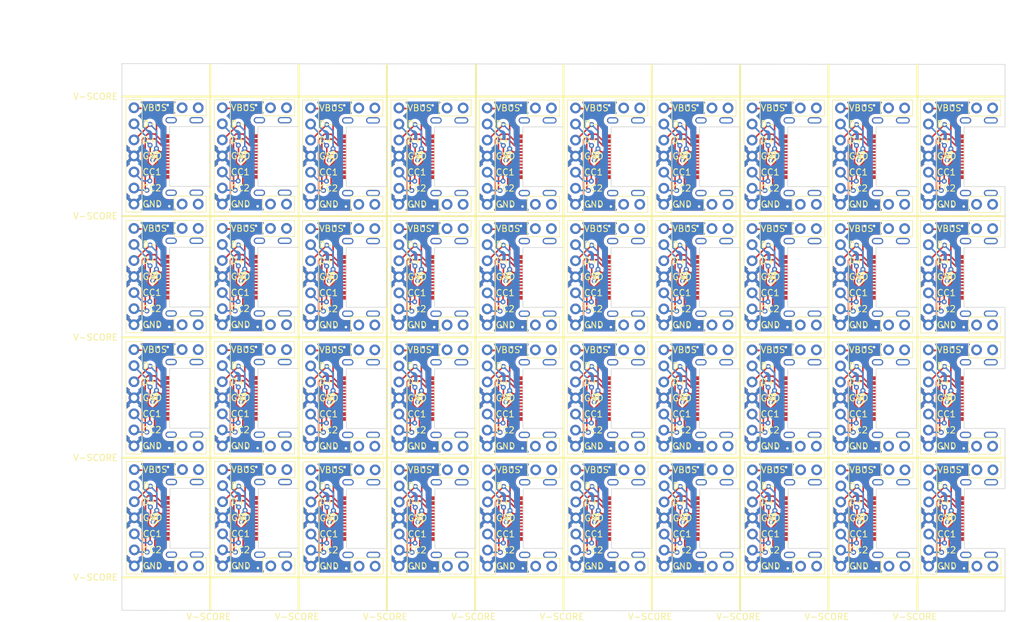
<source format=kicad_pcb>
(kicad_pcb (version 20211014) (generator pcbnew)
  (layers (0 "F.Cu" signal) (31 "B.Cu" signal) (34 "B.Paste" user) (35 "F.Paste" user) (36 "B.SilkS" user "B.Silkscreen") (37 "F.SilkS" user "F.Silkscreen") (38 "B.Mask" user) (39 "F.Mask" user) (44 "Edge.Cuts" user))
  (net 0 "")
  (net 1 "Net-(CN1-Pad6)")
  (net 2 "Net-(CN1-Pad5)")
  (net 3 "Net-(CN1-Pad4)")
  (net 5 "Net-(CN1-Pad10)")
  (net 7 "Net-(CN1-Pad11)")
  (net 8 "Net-(CN1-Pad1)")
  (footprint "$74th:Mount_2Pin" (layer "F.Cu") (at 116.8908 103.00345 90)
    (fp_text reference "REF**" hide)
    (fp_text value "Mount_2Pin" hide)
  )
  (footprint "$74th:Mount_2Pin" (layer "F.Cu") (at 46.99 30.48 90)
    (fp_text reference "REF**" hide)
    (fp_text value "Mount_2Pin" hide)
  )
  (footprint "$usb-type-c-kit:USB-C-12-Pin-MidMount-ali" (layer "F.Cu") (at 140.9533 95.47345 90)
    (fp_text reference "CN1")
    (fp_text value "USB2.0_C_12pin")
  )
  (footprint "$74th:Mount_2Pin" (layer "F.Cu") (at 158.75 45.757 90)
    (fp_text reference "REF**" hide)
    (fp_text value "Mount_2Pin" hide)
  )
  (footprint "$usb-type-c-kit:USB-C-12-Pin-MidMount-ali" (layer "F.Cu") (at 57.0825 57.277 90)
    (fp_text reference "CN1")
    (fp_text value "USB2.0_C_12pin")
  )
  (footprint "$usb-type-c-kit:USB-C-12-Pin-MidMount-ali" (layer "F.Cu") (at 57.1333 95.43645 90)
    (fp_text reference "CN1")
    (fp_text value "USB2.0_C_12pin")
  )
  (footprint "$74th:Mount_2Pin" (layer "F.Cu") (at 172.6692 84.021 90)
    (fp_text reference "REF**" hide)
    (fp_text value "Mount_2Pin" hide)
  )
  (footprint "$74th:Mount_2Pin" (layer "F.Cu") (at 172.6692 30.517 90)
    (fp_text reference "REF**" hide)
    (fp_text value "Mount_2Pin" hide)
  )
  (footprint "$usb-type-c-kit:USB2.0-TYPE-C" (layer "F.Cu") (at 135.89 57.224)
    (fp_text reference "CN2" hide)
    (fp_text value "USB_C_DIP_Socket" hide)
  )
  (footprint "$usb-type-c-kit:USB2.0-TYPE-C" (layer "F.Cu") (at 149.86 57.224)
    (fp_text reference "CN2" hide)
    (fp_text value "USB_C_DIP_Socket" hide)
  )
  (footprint "$74th:Mount_2Pin" (layer "F.Cu") (at 60.96 30.48 90)
    (fp_text reference "REF**" hide)
    (fp_text value "Mount_2Pin" hide)
  )
  (footprint "$74th:Mount_2Pin" (layer "F.Cu") (at 60.96 83.984 90)
    (fp_text reference "REF**" hide)
    (fp_text value "Mount_2Pin" hide)
  )
  (footprint "$74th:Mount_2Pin" (layer "F.Cu") (at 116.84 84.021 90)
    (fp_text reference "REF**" hide)
    (fp_text value "Mount_2Pin" hide)
  )
  (footprint "$usb-type-c-kit:USB-C-12-Pin-MidMount-ali" (layer "F.Cu") (at 140.9025 76.491 90)
    (fp_text reference "CN1")
    (fp_text value "USB2.0_C_12pin")
  )
  (footprint "$74th:Mount_2Pin" (layer "F.Cu") (at 130.81 45.757 90)
    (fp_text reference "REF**" hide)
    (fp_text value "Mount_2Pin" hide)
  )
  (footprint "$usb-type-c-kit:USB2.0-TYPE-C" (layer "F.Cu") (at 135.89 38.137)
    (fp_text reference "CN2" hide)
    (fp_text value "USB_C_DIP_Socket" hide)
  )
  (footprint "$usb-type-c-kit:USB-C-12-Pin-MidMount-ali" (layer "F.Cu") (at 85.0733 95.47345 90)
    (fp_text reference "CN1")
    (fp_text value "USB2.0_C_12pin")
  )
  (footprint "$74th:Mount_2Pin" (layer "F.Cu") (at 116.84 45.757 90)
    (fp_text reference "REF**" hide)
    (fp_text value "Mount_2Pin" hide)
  )
  (footprint "$usb-type-c-kit:USB-C-12-Pin-MidMount-ali" (layer "F.Cu") (at 71.1033 95.47345 90)
    (fp_text reference "CN1")
    (fp_text value "USB2.0_C_12pin")
  )
  (footprint "$usb-type-c-kit:USB2.0-TYPE-C" (layer "F.Cu") (at 149.86 76.401)
    (fp_text reference "CN2" hide)
    (fp_text value "USB_C_DIP_Socket" hide)
  )
  (footprint "$usb-type-c-kit:USB2.0-TYPE-C" (layer "F.Cu") (at 163.7792 76.401)
    (fp_text reference "CN2" hide)
    (fp_text value "USB_C_DIP_Socket" hide)
  )
  (footprint "$usb-type-c-kit:USB-C-12-Pin-MidMount-ali" (layer "F.Cu") (at 154.9233 95.47345 90)
    (fp_text reference "CN1")
    (fp_text value "USB2.0_C_12pin")
  )
  (footprint "$usb-type-c-kit:USB-C-12-Pin-MidMount-ali" (layer "F.Cu") (at 168.7917 57.314 90)
    (fp_text reference "CN1")
    (fp_text value "USB2.0_C_12pin")
  )
  (footprint "$74th:Mount_2Pin" (layer "F.Cu") (at 144.8308 103.00345 90)
    (fp_text reference "REF**" hide)
    (fp_text value "Mount_2Pin" hide)
  )
  (footprint "$usb-type-c-kit:USB2.0-TYPE-C" (layer "F.Cu") (at 52.07 76.364)
    (fp_text reference "CN2" hide)
    (fp_text value "USB_C_DIP_Socket" hide)
  )
  (footprint "$74th:Mount_2Pin" (layer "F.Cu") (at 144.78 45.757 90)
    (fp_text reference "REF**" hide)
    (fp_text value "Mount_2Pin" hide)
  )
  (footprint "$usb-type-c-kit:USB-C-12-Pin-MidMount-ali" (layer "F.Cu") (at 71.0525 57.314 90)
    (fp_text reference "CN1")
    (fp_text value "USB2.0_C_12pin")
  )
  (footprint "$usb-type-c-kit:USB2.0-TYPE-C" (layer "F.Cu") (at 135.89 76.401)
    (fp_text reference "CN2" hide)
    (fp_text value "USB_C_DIP_Socket" hide)
  )
  (footprint "$usb-type-c-kit:USB-C-12-Pin-MidMount-ali" (layer "F.Cu") (at 126.9833 95.47345 90)
    (fp_text reference "CN1")
    (fp_text value "USB2.0_C_12pin")
  )
  (footprint "$74th:Mount_2Pin" (layer "F.Cu") (at 144.78 64.844 90)
    (fp_text reference "REF**" hide)
    (fp_text value "Mount_2Pin" hide)
  )
  (footprint "$usb-type-c-kit:USB-C-12-Pin-MidMount-ali" (layer "F.Cu") (at 113.0133 95.47345 90)
    (fp_text reference "CN1")
    (fp_text value "USB2.0_C_12pin")
  )
  (footprint "$usb-type-c-kit:USB2.0-TYPE-C" (layer "F.Cu") (at 135.9408 95.38345)
    (fp_text reference "CN2" hide)
    (fp_text value "USB_C_DIP_Socket" hide)
  )
  (footprint "$usb-type-c-kit:USB2.0-TYPE-C" (layer "F.Cu") (at 93.98 76.401)
    (fp_text reference "CN2" hide)
    (fp_text value "USB_C_DIP_Socket" hide)
  )
  (footprint "$74th:Mount_2Pin" (layer "F.Cu") (at 144.78 84.021 90)
    (fp_text reference "REF**" hide)
    (fp_text value "Mount_2Pin" hide)
  )
  (footprint "$74th:Mount_2Pin" (layer "F.Cu") (at 130.81 64.844 90)
    (fp_text reference "REF**" hide)
    (fp_text value "Mount_2Pin" hide)
  )
  (footprint "$74th:Mount_2Pin" (layer "F.Cu") (at 88.9 49.604 90)
    (fp_text reference "REF**" hide)
    (fp_text value "Mount_2Pin" hide)
  )
  (footprint "$74th:Mount_2Pin" (layer "F.Cu") (at 74.9808 87.76345 90)
    (fp_text reference "REF**" hide)
    (fp_text value "Mount_2Pin" hide)
  )
  (footprint "$usb-type-c-kit:USB2.0-TYPE-C" (layer "F.Cu") (at 52.07 38.1)
    (fp_text reference "CN2" hide)
    (fp_text value "USB_C_DIP_Socket" hide)
  )
  (footprint "$74th:Mount_2Pin" (layer "F.Cu") (at 102.87 30.517 90)
    (fp_text reference "REF**" hide)
    (fp_text value "Mount_2Pin" hide)
  )
  (footprint "$74th:Mount_2Pin" (layer "F.Cu") (at 158.75 49.604 90)
    (fp_text reference "REF**" hide)
    (fp_text value "Mount_2Pin" hide)
  )
  (footprint "$74th:Mount_2Pin" (layer "F.Cu") (at 144.78 30.517 90)
    (fp_text reference "REF**" hide)
    (fp_text value "Mount_2Pin" hide)
  )
  (footprint "$74th:Mount_2Pin" (layer "F.Cu") (at 88.9508 87.76345 90)
    (fp_text reference "REF**" hide)
    (fp_text value "Mount_2Pin" hide)
  )
  (footprint "$74th:Mount_2Pin" (layer "F.Cu") (at 116.84 64.844 90)
    (fp_text reference "REF**" hide)
    (fp_text value "Mount_2Pin" hide)
  )
  (footprint "$usb-type-c-kit:USB2.0-TYPE-C" (layer "F.Cu") (at 163.7792 57.224)
    (fp_text reference "CN2" hide)
    (fp_text value "USB_C_DIP_Socket" hide)
  )
  (footprint "$74th:Mount_2Pin" (layer "F.Cu") (at 130.81 30.517 90)
    (fp_text reference "REF**" hide)
    (fp_text value "Mount_2Pin" hide)
  )
  (footprint "$usb-type-c-kit:USB-C-12-Pin-MidMount-ali" (layer "F.Cu") (at 98.9925 76.491 90)
    (fp_text reference "CN1")
    (fp_text value "USB2.0_C_12pin")
  )
  (footprint "$74th:Mount_2Pin" (layer "F.Cu") (at 88.9 30.517 90)
    (fp_text reference "REF**" hide)
    (fp_text value "Mount_2Pin" hide)
  )
  (footprint "$74th:Mount_2Pin" (layer "F.Cu") (at 74.93 64.844 90)
    (fp_text reference "REF**" hide)
    (fp_text value "Mount_2Pin" hide)
  )
  (footprint "$usb-type-c-kit:USB-C-12-Pin-MidMount-ali" (layer "F.Cu") (at 154.8725 57.314 90)
    (fp_text reference "CN1")
    (fp_text value "USB2.0_C_12pin")
  )
  (footprint "$74th:Mount_2Pin" (layer "F.Cu") (at 116.84 68.781 90)
    (fp_text reference "REF**" hide)
    (fp_text value "Mount_2Pin" hide)
  )
  (footprint "$usb-type-c-kit:USB2.0-TYPE-C" (layer "F.Cu") (at 107.95 76.401)
    (fp_text reference "CN2" hide)
    (fp_text value "USB_C_DIP_Socket" hide)
  )
  (footprint "$usb-type-c-kit:USB-C-12-Pin-MidMount-ali" (layer "F.Cu") (at 43.1125 38.19 90)
    (fp_text reference "CN1")
    (fp_text value "USB2.0_C_12pin")
  )
  (footprint "$usb-type-c-kit:USB-C-12-Pin-MidMount-ali" (layer "F.Cu") (at 112.9625 38.227 90)
    (fp_text reference "CN1")
    (fp_text value "USB2.0_C_12pin")
  )
  (footprint "$usb-type-c-kit:USB2.0-TYPE-C" (layer "F.Cu") (at 163.7792 38.137)
    (fp_text reference "CN2" hide)
    (fp_text value "USB_C_DIP_Socket" hide)
  )
  (footprint "$74th:Mount_2Pin" (layer "F.Cu") (at 88.9 64.844 90)
    (fp_text reference "REF**" hide)
    (fp_text value "Mount_2Pin" hide)
  )
  (footprint "$74th:Mount_2Pin" (layer "F.Cu") (at 88.9 84.021 90)
    (fp_text reference "REF**" hide)
    (fp_text value "Mount_2Pin" hide)
  )
  (footprint "$74th:Mount_2Pin" (layer "F.Cu") (at 144.78 49.604 90)
    (fp_text reference "REF**" hide)
    (fp_text value "Mount_2Pin" hide)
  )
  (footprint "$74th:Mount_2Pin" (layer "F.Cu") (at 102.87 45.757 90)
    (fp_text reference "REF**" hide)
    (fp_text value "Mount_2Pin" hide)
  )
  (footprint "$usb-type-c-kit:USB2.0-TYPE-C" (layer "F.Cu") (at 80.0608 95.38345)
    (fp_text reference "CN2" hide)
    (fp_text value "USB_C_DIP_Socket" hide)
  )
  (footprint "$usb-type-c-kit:USB2.0-TYPE-C" (layer "F.Cu") (at 121.92 57.224)
    (fp_text reference "CN2" hide)
    (fp_text value "USB_C_DIP_Socket" hide)
  )
  (footprint "$usb-type-c-kit:USB-C-12-Pin-MidMount-ali" (layer "F.Cu") (at 140.9025 38.227 90)
    (fp_text reference "CN1")
    (fp_text value "USB2.0_C_12pin")
  )
  (footprint "$usb-type-c-kit:USB-C-12-Pin-MidMount-ali" (layer "F.Cu") (at 99.0433 95.47345 90)
    (fp_text reference "CN1")
    (fp_text value "USB2.0_C_12pin")
  )
  (footprint "$usb-type-c-kit:USB2.0-TYPE-C" (layer "F.Cu") (at 108.0008 95.38345)
    (fp_text reference "CN2" hide)
    (fp_text value "USB_C_DIP_Socket" hide)
  )
  (footprint "$74th:Mount_2Pin" (layer "F.Cu") (at 88.9 45.757 90)
    (fp_text reference "REF**" hide)
    (fp_text value "Mount_2Pin" hide)
  )
  (footprint "$74th:Mount_2Pin" (layer "F.Cu") (at 102.87 84.021 90)
    (fp_text reference "REF**" hide)
    (fp_text value "Mount_2Pin" hide)
  )
  (footprint "$usb-type-c-kit:USB2.0-TYPE-C" (layer "F.Cu") (at 38.1 38.1)
    (fp_text reference "CN2" hide)
    (fp_text value "USB_C_DIP_Socket" hide)
  )
  (footprint "$usb-type-c-kit:USB2.0-TYPE-C" (layer "F.Cu") (at 107.95 57.224)
    (fp_text reference "CN2" hide)
    (fp_text value "USB_C_DIP_Socket" hide)
  )
  (footprint "$74th:Mount_2Pin" (layer "F.Cu") (at 46.99 45.72 90)
    (fp_text reference "REF**" hide)
    (fp_text value "Mount_2Pin" hide)
  )
  (footprint "$usb-type-c-kit:USB2.0-TYPE-C" (layer "F.Cu") (at 52.1208 95.34645)
    (fp_text reference "CN2" hide)
    (fp_text value "USB_C_DIP_Socket" hide)
  )
  (footprint "$usb-type-c-kit:USB-C-12-Pin-MidMount-ali" (layer "F.Cu") (at 98.9925 57.314 90)
    (fp_text reference "CN1")
    (fp_text value "USB2.0_C_12pin")
  )
  (footprint "$74th:Mount_2Pin" (layer "F.Cu") (at 116.8908 87.76345 90)
    (fp_text reference "REF**" hide)
    (fp_text value "Mount_2Pin" hide)
  )
  (footprint "$usb-type-c-kit:USB-C-12-Pin-MidMount-ali" (layer "F.Cu") (at 168.8425 95.47345 90)
    (fp_text reference "CN1")
    (fp_text value "USB2.0_C_12pin")
  )
  (footprint "$usb-type-c-kit:USB-C-12-Pin-MidMount-ali" (layer "F.Cu") (at 71.0525 38.227 90)
    (fp_text reference "CN1")
    (fp_text value "USB2.0_C_12pin")
  )
  (footprint "$usb-type-c-kit:USB2.0-TYPE-C" (layer "F.Cu") (at 93.98 38.137)
    (fp_text reference "CN2" hide)
    (fp_text value "USB_C_DIP_Socket" hide)
  )
  (footprint "$usb-type-c-kit:USB-C-12-Pin-MidMount-ali" (layer "F.Cu") (at 112.9625 57.314 90)
    (fp_text reference "CN1")
    (fp_text value "USB2.0_C_12pin")
  )
  (footprint "$usb-type-c-kit:USB-C-12-Pin-MidMount-ali" (layer "F.Cu") (at 126.9325 76.491 90)
    (fp_text reference "CN1")
    (fp_text value "USB2.0_C_12pin")
  )
  (footprint "$74th:Mount_2Pin" (layer "F.Cu") (at 158.75 84.021 90)
    (fp_text reference "REF**" hide)
    (fp_text value "Mount_2Pin" hide)
  )
  (footprint "$usb-type-c-kit:USB-C-12-Pin-MidMount-ali" (layer "F.Cu") (at 71.0525 76.491 90)
    (fp_text reference "CN1")
    (fp_text value "USB2.0_C_12pin")
  )
  (footprint "$usb-type-c-kit:USB-C-12-Pin-MidMount-ali" (layer "F.Cu") (at 154.8725 76.491 90)
    (fp_text reference "CN1")
    (fp_text value "USB2.0_C_12pin")
  )
  (footprint "$74th:Mount_2Pin" (layer "F.Cu") (at 172.6692 45.757 90)
    (fp_text reference "REF**" hide)
    (fp_text value "Mount_2Pin" hide)
  )
  (footprint "$usb-type-c-kit:USB2.0-TYPE-C" (layer "F.Cu") (at 80.01 57.224)
    (fp_text reference "CN2" hide)
    (fp_text value "USB_C_DIP_Socket" hide)
  )
  (footprint "$74th:Mount_2Pin" (layer "F.Cu") (at 74.93 45.757 90)
    (fp_text reference "REF**" hide)
    (fp_text value "Mount_2Pin" hide)
  )
  (footprint "$74th:Mount_2Pin" (layer "F.Cu") (at 130.81 68.781 90)
    (fp_text reference "REF**" hide)
    (fp_text value "Mount_2Pin" hide)
  )
  (footprint "$74th:Mount_2Pin" (layer "F.Cu") (at 60.96 49.567 90)
    (fp_text reference "REF**" hide)
    (fp_text value "Mount_2Pin" hide)
  )
  (footprint "$74th:Mount_2Pin" (layer "F.Cu") (at 60.96 64.807 90)
    (fp_text reference "REF**" hide)
    (fp_text value "Mount_2Pin" hide)
  )
  (footprint "$usb-type-c-kit:USB2.0-TYPE-C" (layer "F.Cu") (at 38.1 76.364)
    (fp_text reference "CN2" hide)
    (fp_text value "USB_C_DIP_Socket" hide)
  )
  (footprint "$74th:Mount_2Pin" (layer "F.Cu") (at 130.8608 87.76345 90)
    (fp_text reference "REF**" hide)
    (fp_text value "Mount_2Pin" hide)
  )
  (footprint "$74th:Mount_2Pin" (layer "F.Cu") (at 46.99 83.984 90)
    (fp_text reference "REF**" hide)
    (fp_text value "Mount_2Pin" hide)
  )
  (footprint "$usb-type-c-kit:USB2.0-TYPE-C" (layer "F.Cu") (at 66.04 57.224)
    (fp_text reference "CN2" hide)
    (fp_text value "USB_C_DIP_Socket" hide)
  )
  (footprint "$74th:Mount_2Pin" (layer "F.Cu") (at 116.84 49.604 90)
    (fp_text reference "REF**" hide)
    (fp_text value "Mount_2Pin" hide)
  )
  (footprint "$usb-type-c-kit:USB-C-12-Pin-MidMount-ali" (layer "F.Cu") (at 57.0825 38.19 90)
    (fp_text reference "CN1")
    (fp_text value "USB2.0_C_12pin")
  )
  (footprint "$usb-type-c-kit:USB-C-12-Pin-MidMount-ali" (layer "F.Cu") (at 168.7917 38.227 90)
    (fp_text reference "CN1")
    (fp_text value "USB2.0_C_12pin")
  )
  (footprint "$74th:Mount_2Pin" (layer "F.Cu") (at 88.9508 103.00345 90)
    (fp_text reference "REF**" hide)
    (fp_text value "Mount_2Pin" hide)
  )
  (footprint "$74th:Mount_2Pin" (layer "F.Cu") (at 158.75 64.844 90)
    (fp_text reference "REF**" hide)
    (fp_text value "Mount_2Pin" hide)
  )
  (footprint "$usb-type-c-kit:USB2.0-TYPE-C" (layer "F.Cu") (at 163.83 95.38345)
    (fp_text reference "CN2" hide)
    (fp_text value "USB_C_DIP_Socket" hide)
  )
  (footprint "$74th:Mount_2Pin" (layer "F.Cu") (at 46.99 49.567 90)
    (fp_text reference "REF**" hide)
    (fp_text value "Mount_2Pin" hide)
  )
  (footprint "$usb-type-c-kit:USB-C-12-Pin-MidMount-ali" (layer "F.Cu") (at 85.0225 57.314 90)
    (fp_text reference "CN1")
    (fp_text value "USB2.0_C_12pin")
  )
  (footprint "$74th:Mount_2Pin" (layer "F.Cu") (at 74.93 68.781 90)
    (fp_text reference "REF**" hide)
    (fp_text value "Mount_2Pin" hide)
  )
  (footprint "$74th:Mount_2Pin" (layer "F.Cu") (at 60.96 68.744 90)
    (fp_text reference "REF**" hide)
    (fp_text value "Mount_2Pin" hide)
  )
  (footprint "$usb-type-c-kit:USB-C-12-Pin-MidMount-ali" (layer "F.Cu") (at 126.9325 57.314 90)
    (fp_text reference "CN1")
    (fp_text value "USB2.0_C_12pin")
  )
  (footprint "$74th:Mount_2Pin" (layer "F.Cu") (at 60.96 45.72 90)
    (fp_text reference "REF**" hide)
    (fp_text value "Mount_2Pin" hide)
  )
  (footprint "$usb-type-c-kit:USB2.0-TYPE-C" (layer "F.Cu") (at 80.01 38.137)
    (fp_text reference "CN2" hide)
    (fp_text value "USB_C_DIP_Socket" hide)
  )
  (footprint "$usb-type-c-kit:USB2.0-TYPE-C" (layer "F.Cu") (at 121.92 38.137)
    (fp_text reference "CN2" hide)
    (fp_text value "USB_C_DIP_Socket" hide)
  )
  (footprint "$74th:Mount_2Pin" (layer "F.Cu") (at 172.6692 68.781 90)
    (fp_text reference "REF**" hide)
    (fp_text value "Mount_2Pin" hide)
  )
  (footprint "$74th:Mount_2Pin" (layer "F.Cu") (at 102.87 49.604 90)
    (fp_text reference "REF**" hide)
    (fp_text value "Mount_2Pin" hide)
  )
  (footprint "$usb-type-c-kit:USB-C-12-Pin-MidMount-ali" (layer "F.Cu") (at 168.7917 76.491 90)
    (fp_text reference "CN1")
    (fp_text value "USB2.0_C_12pin")
  )
  (footprint "$usb-type-c-kit:USB-C-12-Pin-MidMount-ali" (layer "F.Cu") (at 140.9025 57.314 90)
    (fp_text reference "CN1")
    (fp_text value "USB2.0_C_12pin")
  )
  (footprint "$usb-type-c-kit:USB2.0-TYPE-C" (layer "F.Cu") (at 66.0908 95.38345)
    (fp_text reference "CN2" hide)
    (fp_text value "USB_C_DIP_Socket" hide)
  )
  (footprint "$74th:Mount_2Pin" (layer "F.Cu") (at 158.75 68.781 90)
    (fp_text reference "REF**" hide)
    (fp_text value "Mount_2Pin" hide)
  )
  (footprint "$usb-type-c-kit:USB2.0-TYPE-C" (layer "F.Cu") (at 52.07 57.187)
    (fp_text reference "CN2" hide)
    (fp_text value "USB_C_DIP_Socket" hide)
  )
  (footprint "$74th:Mount_2Pin" (layer "F.Cu") (at 46.99 68.744 90)
    (fp_text reference "REF**" hide)
    (fp_text value "Mount_2Pin" hide)
  )
  (footprint "$usb-type-c-kit:USB2.0-TYPE-C" (layer "F.Cu") (at 121.92 76.401)
    (fp_text reference "CN2" hide)
    (fp_text value "USB_C_DIP_Socket" hide)
  )
  (footprint "$usb-type-c-kit:USB2.0-TYPE-C" (layer "F.Cu") (at 66.04 76.401)
    (fp_text reference "CN2" hide)
    (fp_text value "USB_C_DIP_Socket" hide)
  )
  (footprint "$74th:Mount_2Pin" (layer "F.Cu") (at 172.6692 64.844 90)
    (fp_text reference "REF**" hide)
    (fp_text value "Mount_2Pin" hide)
  )
  (footprint "$74th:Mount_2Pin" (layer "F.Cu") (at 130.8608 103.00345 90)
    (fp_text reference "REF**" hide)
    (fp_text value "Mount_2Pin" hide)
  )
  (footprint "$usb-type-c-kit:USB-C-12-Pin-MidMount-ali" (layer "F.Cu") (at 43.1125 57.277 90)
    (fp_text reference "CN1")
    (fp_text value "USB2.0_C_12pin")
  )
  (footprint "$74th:Mount_2Pin" (layer "F.Cu") (at 74.93 84.021 90)
    (fp_text reference "REF**" hide)
    (fp_text value "Mount_2Pin" hide)
  )
  (footprint "$74th:Mount_2Pin" (layer "F.Cu") (at 74.93 30.517 90)
    (fp_text reference "REF**" hide)
    (fp_text value "Mount_2Pin" hide)
  )
  (footprint "$usb-type-c-kit:USB-C-12-Pin-MidMount-ali" (layer "F.Cu") (at 43.1633 95.43645 90)
    (fp_text reference "CN1")
    (fp_text value "USB2.0_C_12pin")
  )
  (footprint "$usb-type-c-kit:USB2.0-TYPE-C" (layer "F.Cu") (at 149.9108 95.38345)
    (fp_text reference "CN2" hide)
    (fp_text value "USB_C_DIP_Socket" hide)
  )
  (footprint "$usb-type-c-kit:USB2.0-TYPE-C" (layer "F.Cu") (at 94.0308 95.38345)
    (fp_text reference "CN2" hide)
    (fp_text value "USB_C_DIP_Socket" hide)
  )
  (footprint "$usb-type-c-kit:USB-C-12-Pin-MidMount-ali" (layer "F.Cu") (at 57.0825 76.454 90)
    (fp_text reference "CN1")
    (fp_text value "USB2.0_C_12pin")
  )
  (footprint "$74th:Mount_2Pin" (layer "F.Cu") (at 61.0108 102.96645 90)
    (fp_text reference "REF**" hide)
    (fp_text value "Mount_2Pin" hide)
  )
  (footprint "$74th:Mount_2Pin" (layer "F.Cu") (at 102.9208 103.00345 90)
    (fp_text reference "REF**" hide)
    (fp_text value "Mount_2Pin" hide)
  )
  (footprint "$74th:Mount_2Pin" (layer "F.Cu") (at 61.0108 87.72645 90)
    (fp_text reference "REF**" hide)
    (fp_text value "Mount_2Pin" hide)
  )
  (footprint "$usb-type-c-kit:USB2.0-TYPE-C" (layer "F.Cu") (at 121.9708 95.38345)
    (fp_text reference "CN2" hide)
    (fp_text value "USB_C_DIP_Socket" hide)
  )
  (footprint "$74th:Mount_2Pin" (layer "F.Cu") (at 144.8308 87.76345 90)
    (fp_text reference "REF**" hide)
    (fp_text value "Mount_2Pin" hide)
  )
  (footprint "$usb-type-c-kit:USB2.0-TYPE-C" (layer "F.Cu") (at 38.1 57.187)
    (fp_text reference "CN2" hide)
    (fp_text value "USB_C_DIP_Socket" hide)
  )
  (footprint "$74th:Mount_2Pin" (layer "F.Cu") (at 172.72 87.76345 90)
    (fp_text reference "REF**" hide)
    (fp_text value "Mount_2Pin" hide)
  )
  (footprint "$74th:Mount_2Pin" (layer "F.Cu") (at 158.75 30.517 90)
    (fp_text reference "REF**" hide)
    (fp_text value "Mount_2Pin" hide)
  )
  (footprint "$74th:Mount_2Pin" (layer "F.Cu") (at 102.87 64.844 90)
    (fp_text reference "REF**" hide)
    (fp_text value "Mount_2Pin" hide)
  )
  (footprint "$usb-type-c-kit:USB-C-12-Pin-MidMount-ali" (layer "F.Cu") (at 85.0225 76.491 90)
    (fp_text reference "CN1")
    (fp_text value "USB2.0_C_12pin")
  )
  (footprint "$74th:Mount_2Pin" (layer "F.Cu") (at 47.0408 87.72645 90)
    (fp_text reference "REF**" hide)
    (fp_text value "Mount_2Pin" hide)
  )
  (footprint "$usb-type-c-kit:USB-C-12-Pin-MidMount-ali" (layer "F.Cu") (at 43.1125 76.454 90)
    (fp_text reference "CN1")
    (fp_text value "USB2.0_C_12pin")
  )
  (footprint "$usb-type-c-kit:USB-C-12-Pin-MidMount-ali" (layer "F.Cu") (at 98.9925 38.227 90)
    (fp_text reference "CN1")
    (fp_text value "USB2.0_C_12pin")
  )
  (footprint "$74th:Mount_2Pin" (layer "F.Cu") (at 130.81 84.021 90)
    (fp_text reference "REF**" hide)
    (fp_text value "Mount_2Pin" hide)
  )
  (footprint "$74th:Mount_2Pin" (layer "F.Cu") (at 116.84 30.517 90)
    (fp_text reference "REF**" hide)
    (fp_text value "Mount_2Pin" hide)
  )
  (footprint "$usb-type-c-kit:USB2.0-TYPE-C" (layer "F.Cu") (at 149.86 38.137)
    (fp_text reference "CN2" hide)
    (fp_text value "USB_C_DIP_Socket" hide)
  )
  (footprint "$74th:Mount_2Pin" (layer "F.Cu") (at 144.78 68.781 90)
    (fp_text reference "REF**" hide)
    (fp_text value "Mount_2Pin" hide)
  )
  (footprint "$74th:Mount_2Pin" (layer "F.Cu") (at 74.9808 103.00345 90)
    (fp_text reference "REF**" hide)
    (fp_text value "Mount_2Pin" hide)
  )
  (footprint "$usb-type-c-kit:USB-C-12-Pin-MidMount-ali" (layer "F.Cu") (at 154.8725 38.227 90)
    (fp_text reference "CN1")
    (fp_text value "USB2.0_C_12pin")
  )
  (footprint "$74th:Mount_2Pin" (layer "F.Cu") (at 47.0408 102.96645 90)
    (fp_text reference "REF**" hide)
    (fp_text value "Mount_2Pin" hide)
  )
  (footprint "$74th:Mount_2Pin" (layer "F.Cu") (at 158.8008 87.76345 90)
    (fp_text reference "REF**" hide)
    (fp_text value "Mount_2Pin" hide)
  )
  (footprint "$usb-type-c-kit:USB-C-12-Pin-MidMount-ali" (layer "F.Cu") (at 126.9325 38.227 90)
    (fp_text reference "CN1")
    (fp_text value "USB2.0_C_12pin")
  )
  (footprint "$74th:Mount_2Pin" (layer "F.Cu") (at 102.87 68.781 90)
    (fp_text reference "REF**" hide)
    (fp_text value "Mount_2Pin" hide)
  )
  (footprint "$usb-type-c-kit:USB2.0-TYPE-C" (layer "F.Cu") (at 80.01 76.401)
    (fp_text reference "CN2" hide)
    (fp_text value "USB_C_DIP_Socket" hide)
  )
  (footprint "$74th:Mount_2Pin" (layer "F.Cu") (at 88.9 68.781 90)
    (fp_text reference "REF**" hide)
    (fp_text value "Mount_2Pin" hide)
  )
  (footprint "$74th:Mount_2Pin" (layer "F.Cu") (at 172.72 103.00345 90)
    (fp_text reference "REF**" hide)
    (fp_text value "Mount_2Pin" hide)
  )
  (footprint "$74th:Mount_2Pin" (layer "F.Cu") (at 102.9208 87.76345 90)
    (fp_text reference "REF**" hide)
    (fp_text value "Mount_2Pin" hide)
  )
  (footprint "$usb-type-c-kit:USB2.0-TYPE-C" (layer "F.Cu") (at 93.98 57.224)
    (fp_text reference "CN2" hide)
    (fp_text value "USB_C_DIP_Socket" hide)
  )
  (footprint "$usb-type-c-kit:USB2.0-TYPE-C" (layer "F.Cu") (at 38.1508 95.34645)
    (fp_text reference "CN2" hide)
    (fp_text value "USB_C_DIP_Socket" hide)
  )
  (footprint "$74th:Mount_2Pin" (layer "F.Cu") (at 158.8008 103.00345 90)
    (fp_text reference "REF**" hide)
    (fp_text value "Mount_2Pin" hide)
  )
  (footprint "$74th:Mount_2Pin" (layer "F.Cu") (at 74.93 49.604 90)
    (fp_text reference "REF**" hide)
    (fp_text value "Mount_2Pin" hide)
  )
  (footprint "$usb-type-c-kit:USB-C-12-Pin-MidMount-ali" (layer "F.Cu") (at 112.9625 76.491 90)
    (fp_text reference "CN1")
    (fp_text value "USB2.0_C_12pin")
  )
  (footprint "$usb-type-c-kit:USB2.0-TYPE-C" (layer "F.Cu") (at 107.95 38.137)
    (fp_text reference "CN2" hide)
    (fp_text value "USB_C_DIP_Socket" hide)
  )
  (footprint "$74th:Mount_2Pin" (layer "F.Cu") (at 172.6692 49.604 90)
    (fp_text reference "REF**" hide)
    (fp_text value "Mount_2Pin" hide)
  )
  (footprint "$usb-type-c-kit:USB2.0-TYPE-C" (layer "F.Cu") (at 66.04 38.137)
    (fp_text reference "CN2" hide)
    (fp_text value "USB_C_DIP_Socket" hide)
  )
  (footprint "$74th:Mount_2Pin" (layer "F.Cu") (at 130.81 49.604 90)
    (fp_text reference "REF**" hide)
    (fp_text value "Mount_2Pin" hide)
  )
  (footprint "$74th:Mount_2Pin" (layer "F.Cu") (at 46.99 64.807 90)
    (fp_text reference "REF**" hide)
    (fp_text value "Mount_2Pin" hide)
  )
  (footprint "$usb-type-c-kit:USB-C-12-Pin-MidMount-ali" (layer "F.Cu") (at 85.0225 38.227 90)
    (fp_text reference "CN1")
    (fp_text value "USB2.0_C_12pin")
  )
  (gr_line (start 36.195 104.775) (end 175.895 104.775) (layer "F.SilkS") (width 0.3))
  (gr_line (start 78.105 23.622) (end 78.105 109.982) (layer "F.SilkS") (width 0.3))
  (gr_line (start 106.045 23.622) (end 106.045 109.982) (layer "F.SilkS") (width 0.3))
  (gr_line (start 162.052 23.622) (end 162.052 109.982) (layer "F.SilkS") (width 0.3))
  (gr_line (start 147.955 23.622) (end 147.955 109.982) (layer "F.SilkS") (width 0.3))
  (gr_line (start 50.165 23.622) (end 50.165 109.982) (layer "F.SilkS") (width 0.3))
  (gr_line (start 36.195 47.625) (end 175.895 47.625) (layer "F.SilkS") (width 0.3))
  (gr_line (start 92.202 23.622) (end 92.075 109.982) (layer "F.SilkS") (width 0.3))
  (gr_line (start 36.195 28.702) (end 175.895 28.702) (layer "F.SilkS") (width 0.3))
  (gr_line (start 64.135 23.622) (end 64.135 109.982) (layer "F.SilkS") (width 0.3))
  (gr_line (start 133.985 23.622) (end 133.985 109.982) (layer "F.SilkS") (width 0.3))
  (gr_line (start 36.195 66.802) (end 175.895 66.802) (layer "F.SilkS") (width 0.3))
  (gr_line (start 120.015 23.622) (end 120.015 109.982) (layer "F.SilkS") (width 0.3))
  (gr_line (start 36.195 85.852) (end 175.895 85.852) (layer "F.SilkS") (width 0.3))
  (gr_rect (start 162.052 52.5896) (end 155.4988 62.0384) (layer "Edge.Cuts") (width 0.1) (fill none))
  (gr_line (start 175.895 71.7666) (end 169.418 71.7666) (layer "Edge.Cuts") (width 0.1))
  (gr_rect (start 162.052 90.74905) (end 155.5496 100.19785) (layer "Edge.Cuts") (width 0.1) (fill none))
  (gr_line (start 175.895 42.9514) (end 175.895 52.5896) (layer "Edge.Cuts") (width 0.1))
  (gr_rect (start 92.075 71.7666) (end 85.6488 81.2154) (layer "Edge.Cuts") (width 0.1) (fill none))
  (gr_line (start 36.195 23.495) (end 175.895 23.622) (layer "Edge.Cuts") (width 0.1))
  (gr_rect (start 78.105 52.5896) (end 71.6788 62.0384) (layer "Edge.Cuts") (width 0.1) (fill none))
  (gr_line (start 169.418 33.5026) (end 169.418 42.9514) (layer "Edge.Cuts") (width 0.1))
  (gr_rect (start 120.015 33.5026) (end 113.5888 42.9514) (layer "Edge.Cuts") (width 0.1) (fill none))
  (gr_rect (start 64.135 71.7296) (end 57.7088 81.1784) (layer "Edge.Cuts") (width 0.1) (fill none))
  (gr_rect (start 78.105 71.7666) (end 71.6788 81.2154) (layer "Edge.Cuts") (width 0.1) (fill none))
  (gr_rect (start 92.075 33.5026) (end 85.6488 42.9514) (layer "Edge.Cuts") (width 0.1) (fill none))
  (gr_rect (start 133.985 90.74905) (end 127.6096 100.19785) (layer "Edge.Cuts") (width 0.1) (fill none))
  (gr_rect (start 133.985 71.7666) (end 127.5588 81.2154) (layer "Edge.Cuts") (width 0.1) (fill none))
  (gr_line (start 175.895 110.109) (end 36.195 109.982) (layer "Edge.Cuts") (width 0.1))
  (gr_rect (start 50.165 33.4656) (end 43.7388 42.9144) (layer "Edge.Cuts") (width 0.1) (fill none))
  (gr_line (start 175.895 100.19785) (end 175.895 110.109) (layer "Edge.Cuts") (width 0.1))
  (gr_rect (start 78.105 90.74905) (end 71.7296 100.19785) (layer "Edge.Cuts") (width 0.1) (fill none))
  (gr_rect (start 147.955 71.7666) (end 141.5288 81.2154) (layer "Edge.Cuts") (width 0.1) (fill none))
  (gr_rect (start 147.955 33.5026) (end 141.5288 42.9514) (layer "Edge.Cuts") (width 0.1) (fill none))
  (gr_rect (start 120.015 71.7666) (end 113.5888 81.2154) (layer "Edge.Cuts") (width 0.1) (fill none))
  (gr_line (start 169.418 62.0384) (end 175.895 62.0384) (layer "Edge.Cuts") (width 0.1))
  (gr_rect (start 50.165 52.5526) (end 43.7388 62.0014) (layer "Edge.Cuts") (width 0.1) (fill none))
  (gr_rect (start 92.1258 90.74905) (end 85.6996 100.19785) (layer "Edge.Cuts") (width 0.1) (fill none))
  (gr_rect (start 120.015 90.74905) (end 113.6396 100.19785) (layer "Edge.Cuts") (width 0.1) (fill none))
  (gr_line (start 169.4688 90.74905) (end 169.4688 100.19785) (layer "Edge.Cuts") (width 0.1))
  (gr_rect (start 78.105 33.5026) (end 71.6788 42.9514) (layer "Edge.Cuts") (width 0.1) (fill none))
  (gr_line (start 175.895 62.0384) (end 175.895 71.7666) (layer "Edge.Cuts") (width 0.1))
  (gr_rect (start 106.045 33.5026) (end 99.6188 42.9514) (layer "Edge.Cuts") (width 0.1) (fill none))
  (gr_rect (start 133.985 33.5026) (end 127.5588 42.9514) (layer "Edge.Cuts") (width 0.1) (fill none))
  (gr_line (start 175.895 81.2154) (end 175.895 90.74905) (layer "Edge.Cuts") (width 0.1))
  (gr_line (start 175.895 90.74905) (end 169.4688 90.74905) (layer "Edge.Cuts") (width 0.1))
  (gr_rect (start 133.985 52.5896) (end 127.5588 62.0384) (layer "Edge.Cuts") (width 0.1) (fill none))
  (gr_line (start 169.418 42.9514) (end 175.895 42.9514) (layer "Edge.Cuts") (width 0.1))
  (gr_rect (start 120.015 52.5896) (end 113.5888 62.0384) (layer "Edge.Cuts") (width 0.1) (fill none))
  (gr_rect (start 106.045 71.7666) (end 99.6188 81.2154) (layer "Edge.Cuts") (width 0.1) (fill none))
  (gr_line (start 175.895 33.5026) (end 169.418 33.5026) (layer "Edge.Cuts") (width 0.1))
  (gr_rect (start 50.165 71.7296) (end 43.7388 81.1784) (layer "Edge.Cuts") (width 0.1) (fill none))
  (gr_line (start 169.418 71.7666) (end 169.418 81.2154) (layer "Edge.Cuts") (width 0.1))
  (gr_line (start 169.4688 100.19785) (end 175.895 100.19785) (layer "Edge.Cuts") (width 0.1))
  (gr_rect (start 92.075 52.5896) (end 85.6488 62.0384) (layer "Edge.Cuts") (width 0.1) (fill none))
  (gr_line (start 175.895 33.5026) (end 175.895 23.622) (layer "Edge.Cuts") (width 0.1))
  (gr_line (start 36.195 109.982) (end 36.195 23.495) (layer "Edge.Cuts") (width 0.1))
  (gr_rect (start 64.135 52.5526) (end 57.7088 62.0014) (layer "Edge.Cuts") (width 0.1) (fill none))
  (gr_line (start 169.418 52.5896) (end 169.418 62.0384) (layer "Edge.Cuts") (width 0.1))
  (gr_rect (start 50.165 90.71205) (end 43.7896 100.16085) (layer "Edge.Cuts") (width 0.1) (fill none))
  (gr_rect (start 161.925 71.7666) (end 155.4988 81.2154) (layer "Edge.Cuts") (width 0.1) (fill none))
  (gr_rect (start 147.955 52.5896) (end 141.5288 62.0384) (layer "Edge.Cuts") (width 0.1) (fill none))
  (gr_rect (start 106.045 52.5896) (end 99.6188 62.0384) (layer "Edge.Cuts") (width 0.1) (fill none))
  (gr_rect (start 64.135 33.4656) (end 57.7088 42.9144) (layer "Edge.Cuts") (width 0.1) (fill none))
  (gr_line (start 169.418 81.2154) (end 175.895 81.2154) (layer "Edge.Cuts") (width 0.1))
  (gr_rect (start 64.135 90.71205) (end 57.7596 100.16085) (layer "Edge.Cuts") (width 0.1) (fill none))
  (gr_rect (start 147.955 90.74905) (end 141.5796 100.19785) (layer "Edge.Cuts") (width 0.1) (fill none))
  (gr_rect (start 162.052 33.5026) (end 155.4988 42.9514) (layer "Edge.Cuts") (width 0.1) (fill none))
  (gr_line (start 175.895 52.5896) (end 169.418 52.5896) (layer "Edge.Cuts") (width 0.1))
  (gr_rect (start 106.045 90.74905) (end 99.6696 100.19785) (layer "Edge.Cuts") (width 0.1) (fill none))
  (gr_text "V-SCORE" (at 147.701 110.998) (layer "F.SilkS") (effects (font (size 1 1))))
  (gr_text "V-SCORE" (at 32.004 28.702) (layer "F.SilkS") (effects (font (size 1 1))))
  (gr_text "V-SCORE" (at 105.791 110.998) (layer "F.SilkS") (effects (font (size 1 1))))
  (gr_text "V-SCORE" (at 119.761 110.998) (layer "F.SilkS") (effects (font (size 1 1))))
  (gr_text "V-SCORE" (at 49.911 110.998) (layer "F.SilkS") (effects (font (size 1 1))))
  (gr_text "V-SCORE" (at 63.881 110.998) (layer "F.SilkS") (effects (font (size 1 1))))
  (gr_text "V-SCORE" (at 77.851 110.998) (layer "F.SilkS") (effects (font (size 1 1))))
  (gr_text "V-SCORE" (at 32.004 104.775) (layer "F.SilkS") (effects (font (size 1 1))))
  (gr_text "V-SCORE" (at 161.671 110.998) (layer "F.SilkS") (effects (font (size 1 1))))
  (gr_text "V-SCORE" (at 32.004 85.852) (layer "F.SilkS") (effects (font (size 1 1))))
  (gr_text "V-SCORE" (at 32.004 47.625) (layer "F.SilkS") (effects (font (size 1 1))))
  (gr_text "V-SCORE" (at 91.821 110.998) (layer "F.SilkS") (effects (font (size 1 1))))
  (gr_text "V-SCORE" (at 32.004 66.802) (layer "F.SilkS") (effects (font (size 1 1))))
  (gr_text "V-SCORE" (at 133.731 110.998) (layer "F.SilkS") (effects (font (size 1 1))))
  (segment (start 69.388501 95.985749) (end 69.04282 95.985749) (width 0.25) (layer "F.Cu") (net 1))
  (segment (start 154.8725 57.564) (end 153.42 57.564) (width 0.25) (layer "F.Cu") (net 1))
  (segment (start 163.83 92.93345) (end 166.37 90.39345) (width 0.25) (layer "F.Cu") (net 1))
  (segment (start 125.996 75.741) (end 126.9325 75.741) (width 0.25) (layer "F.Cu") (net 1))
  (segment (start 57.0825 38.44) (end 55.63 38.44) (width 0.25) (layer "F.Cu") (net 1))
  (segment (start 135.9408 92.93345) (end 138.4808 90.39345) (width 0.25) (layer "F.Cu") (net 1))
  (segment (start 126.9325 57.564) (end 125.48 57.564) (width 0.25) (layer "F.Cu") (net 1))
  (segment (start 41.397701 57.789299) (end 41.05202 57.789299) (width 0.25) (layer "F.Cu") (net 1))
  (segment (start 167.3352 75.221) (end 167.8552 75.741) (width 0.25) (layer "F.Cu") (net 1))
  (segment (start 55.367701 38.702299) (end 55.02202 38.702299) (width 0.25) (layer "F.Cu") (net 1))
  (segment (start 84.086 75.741) (end 85.0225 75.741) (width 0.25) (layer "F.Cu") (net 1))
  (segment (start 139.446 36.957) (end 139.966 37.477) (width 0.25) (layer "F.Cu") (net 1))
  (segment (start 98.1068 94.72345) (end 99.0433 94.72345) (width 0.25) (layer "F.Cu") (net 1))
  (segment (start 111.247701 38.739299) (end 110.90202 38.739299) (width 0.25) (layer "F.Cu") (net 1))
  (segment (start 167.3352 56.044) (end 167.8552 56.564) (width 0.25) (layer "F.Cu") (net 1))
  (segment (start 83.57 38.477) (end 83.307701 38.739299) (width 0.25) (layer "F.Cu") (net 1))
  (segment (start 97.328501 95.985749) (end 96.98282 95.985749) (width 0.25) (layer "F.Cu") (net 1))
  (segment (start 140.9025 57.564) (end 139.45 57.564) (width 0.25) (layer "F.Cu") (net 1))
  (segment (start 167.076901 57.826299) (end 166.73122 57.826299) (width 0.25) (layer "F.Cu") (net 1))
  (segment (start 125.476 56.044) (end 125.996 56.564) (width 0.25) (layer "F.Cu") (net 1))
  (segment (start 139.446 56.044) (end 139.966 56.564) (width 0.25) (layer "F.Cu") (net 1))
  (segment (start 153.416 75.221) (end 153.936 75.741) (width 0.25) (layer "F.Cu") (net 1))
  (segment (start 69.6508 95.72345) (end 69.388501 95.985749) (width 0.25) (layer "F.Cu") (net 1))
  (segment (start 55.626 75.184) (end 56.146 75.704) (width 0.25) (layer "F.Cu") (net 1))
  (segment (start 140.9025 38.477) (end 139.45 38.477) (width 0.25) (layer "F.Cu") (net 1))
  (segment (start 38.1 54.737) (end 40.64 52.197) (width 0.25) (layer "F.Cu") (net 1))
  (segment (start 98.9925 76.741) (end 97.54 76.741) (width 0.25) (layer "F.Cu") (net 1))
  (segment (start 154.9233 95.72345) (end 153.4708 95.72345) (width 0.25) (layer "F.Cu") (net 1))
  (segment (start 83.57 76.741) (end 83.307701 77.003299) (width 0.25) (layer "F.Cu") (net 1))
  (segment (start 125.996 56.564) (end 126.9325 56.564) (width 0.25) (layer "F.Cu") (net 1))
  (segment (start 41.656 36.92) (end 42.176 37.44) (width 0.25) (layer "F.Cu") (net 1))
  (segment (start 167.127701 95.985749) (end 166.78202 95.985749) (width 0.25) (layer "F.Cu") (net 1))
  (segment (start 167.386 94.20345) (end 167.906 94.72345) (width 0.25) (layer "F.Cu") (net 1))
  (segment (start 55.367701 57.789299) (end 55.02202 57.789299) (width 0.25) (layer "F.Cu") (net 1))
  (segment (start 125.217701 38.739299) (end 124.87202 38.739299) (width 0.25) (layer "F.Cu") (net 1))
  (segment (start 80.01 73.951) (end 82.55 71.411) (width 0.25) (layer "F.Cu") (net 1))
  (segment (start 66.04 73.951) (end 68.58 71.411) (width 0.25) (layer "F.Cu") (net 1))
  (segment (start 43.1125 38.44) (end 41.66 38.44) (width 0.25) (layer "F.Cu") (net 1))
  (segment (start 98.056 37.477) (end 98.9925 37.477) (width 0.25) (layer "F.Cu") (net 1))
  (segment (start 41.7068 94.16645) (end 42.2268 94.68645) (width 0.25) (layer "F.Cu") (net 1))
  (segment (start 153.936 75.741) (end 154.8725 75.741) (width 0.25) (layer "F.Cu") (net 1))
  (segment (start 85.0225 38.477) (end 83.57 38.477) (width 0.25) (layer "F.Cu") (net 1))
  (segment (start 163.7792 73.951) (end 166.3192 71.411) (width 0.25) (layer "F.Cu") (net 1))
  (segment (start 69.596 75.221) (end 70.116 75.741) (width 0.25) (layer "F.Cu") (net 1))
  (segment (start 56.146 75.704) (end 57.0825 75.704) (width 0.25) (layer "F.Cu") (net 1))
  (segment (start 154.8725 76.741) (end 153.42 76.741) (width 0.25) (layer "F.Cu") (net 1))
  (segment (start 139.966 56.564) (end 140.9025 56.564) (width 0.25) (layer "F.Cu") (net 1))
  (segment (start 43.1125 76.704) (end 41.66 76.704) (width 0.25) (layer "F.Cu") (net 1))
  (segment (start 125.476 36.957) (end 125.996 37.477) (width 0.25) (layer "F.Cu") (net 1))
  (segment (start 112.9625 76.741) (end 111.51 76.741) (width 0.25) (layer "F.Cu") (net 1))
  (segment (start 41.656 56.007) (end 42.176 56.527) (width 0.25) (layer "F.Cu") (net 1))
  (segment (start 126.9325 76.741) (end 125.48 76.741) (width 0.25) (layer "F.Cu") (net 1))
  (segment (start 125.996 37.477) (end 126.9325 37.477) (width 0.25) (layer "F.Cu") (net 1))
  (segment (start 153.157701 57.826299) (end 152.81202 57.826299) (width 0.25) (layer "F.Cu") (net 1))
  (segment (start 83.307701 57.826299) (end 82.96202 57.826299) (width 0.25) (layer "F.Cu") (net 1))
  (segment (start 168.8425 95.72345) (end 167.39 95.72345) (width 0.25) (layer "F.Cu") (net 1))
  (segment (start 43.1125 57.527) (end 41.66 57.527) (width 0.25) (layer "F.Cu") (net 1))
  (segment (start 125.217701 77.003299) (end 124.87202 77.003299) (width 0.25) (layer "F.Cu") (net 1))
  (segment (start 139.187701 57.826299) (end 138.84202 57.826299) (width 0.25) (layer "F.Cu") (net 1))
  (segment (start 55.63 38.44) (end 55.367701 38.702299) (width 0.25) (layer "F.Cu") (net 1))
  (segment (start 111.506 56.044) (end 112.026 56.564) (width 0.25) (layer "F.Cu") (net 1))
  (segment (start 139.4968 94.20345) (end 140.0168 94.72345) (width 0.25) (layer "F.Cu") (net 1))
  (segment (start 83.57 57.564) (end 83.307701 57.826299) (width 0.25) (layer "F.Cu") (net 1))
  (segment (start 168.7917 57.564) (end 167.3392 57.564) (width 0.25) (layer "F.Cu") (net 1))
  (segment (start 94.0308 92.93345) (end 96.5708 90.39345) (width 0.25) (layer "F.Cu") (net 1))
  (segment (start 149.86 54.774) (end 152.4 52.234) (width 0.25) (layer "F.Cu") (net 1))
  (segment (start 153.4668 94.20345) (end 153.9868 94.72345) (width 0.25) (layer "F.Cu") (net 1))
  (segment (start 83.566 75.221) (end 84.086 75.741) (width 0.25) (layer "F.Cu") (net 1))
  (segment (start 107.95 35.687) (end 110.49 33.147) (width 0.25) (layer "F.Cu") (net 1))
  (segment (start 153.416 36.957) (end 153.936 37.477) (width 0.25) (layer "F.Cu") (net 1))
  (segment (start 135.89 54.774) (end 138.43 52.234) (width 0.25) (layer "F.Cu") (net 1))
  (segment (start 112.0768 94.72345) (end 113.0133 94.72345) (width 0.25) (layer "F.Cu") (net 1))
  (segment (start 98.9925 38.477) (end 97.54 38.477) (width 0.25) (layer "F.Cu") (net 1))
  (segment (start 125.48 38.477) (end 125.217701 38.739299) (width 0.25) (layer "F.Cu") (net 1))
  (segment (start 126.9833 95.72345) (end 125.5308 95.72345) (width 0.25) (layer "F.Cu") (net 1))
  (segment (start 97.54 76.741) (end 97.277701 77.003299) (width 0.25) (layer "F.Cu") (net 1))
  (segment (start 83.566 36.957) (end 84.086 37.477) (width 0.25) (layer "F.Cu") (net 1))
  (segment (start 153.416 56.044) (end 153.936 56.564) (width 0.25) (layer "F.Cu") (net 1))
  (segment (start 42.2268 94.68645) (end 43.1633 94.68645) (width 0.25) (layer "F.Cu") (net 1))
  (segment (start 57.1333 95.68645) (end 55.6808 95.68645) (width 0.25) (layer "F.Cu") (net 1))
  (segment (start 135.89 73.951) (end 138.43 71.411) (width 0.25) (layer "F.Cu") (net 1))
  (segment (start 167.3392 57.564) (end 167.076901 57.826299) (width 0.25) (layer "F.Cu") (net 1))
  (segment (start 153.42 76.741) (end 153.157701 77.003299) (width 0.25) (layer "F.Cu") (net 1))
  (segment (start 41.656 75.184) (end 42.176 75.704) (width 0.25) (layer "F.Cu") (net 1))
  (segment (start 167.906 94.72345) (end 168.8425 94.72345) (width 0.25) (layer "F.Cu") (net 1))
  (segment (start 139.5008 95.72345) (end 139.238501 95.985749) (width 0.25) (layer "F.Cu") (net 1))
  (segment (start 111.5608 95.72345) (end 111.298501 95.985749) (width 0.25) (layer "F.Cu") (net 1))
  (segment (start 69.596 36.957) (end 70.116 37.477) (width 0.25) (layer "F.Cu") (net 1))
  (segment (start 83.307701 77.003299) (end 82.96202 77.003299) (width 0.25) (layer "F.Cu") (net 1))
  (segment (start 66.04 35.687) (end 68.58 33.147) (width 0.25) (layer "F.Cu") (net 1))
  (segment (start 125.268501 95.985749) (end 124.92282 95.985749) (width 0.25) (layer "F.Cu") (net 1))
  (segment (start 97.277701 38.739299) (end 96.93202 38.739299) (width 0.25) (layer "F.Cu") (net 1))
  (segment (start 71.0525 38.477) (end 69.6 38.477) (width 0.25) (layer "F.Cu") (net 1))
  (segment (start 97.536 75.221) (end 98.056 75.741) (width 0.25) (layer "F.Cu") (net 1))
  (segment (start 149.86 73.951) (end 152.4 71.411) (width 0.25) (layer "F.Cu") (net 1))
  (segment (start 139.187701 38.739299) (end 138.84202 38.739299) (width 0.25) (layer "F.Cu") (net 1))
  (segment (start 80.01 35.687) (end 82.55 33.147) (width 0.25) (layer "F.Cu") (net 1))
  (segment (start 97.54 57.564) (end 97.277701 57.826299) (width 0.25) (layer "F.Cu") (net 1))
  (segment (start 55.63 57.527) (end 55.367701 57.789299) (width 0.25) (layer "F.Cu") (net 1))
  (segment (start 111.51 57.564) (end 111.247701 57.826299) (width 0.25) (layer "F.Cu") (net 1))
  (segment (start 41.66 38.44) (end 41.397701 38.702299) (width 0.25) (layer "F.Cu") (net 1))
  (segment (start 167.39 95.72345) (end 167.127701 95.985749) (width 0.25) (layer "F.Cu") (net 1))
  (segment (start 139.187701 77.003299) (end 138.84202 77.003299) (width 0.25) (layer "F.Cu") (net 1))
  (segment (start 41.448501 95.948749) (end 41.10282 95.948749) (width 0.25) (layer "F.Cu") (net 1))
  (segment (start 111.5568 94.20345) (end 112.0768 94.72345) (width 0.25) (layer "F.Cu") (net 1))
  (segment (start 52.07 35.65) (end 54.61 33.11) (width 0.25) (layer "F.Cu") (net 1))
  (segment (start 55.6768 94.16645) (end 56.1968 94.68645) (width 0.25) (layer "F.Cu") (net 1))
  (segment (start 69.6 76.741) (end 69.337701 77.003299) (width 0.25) (layer "F.Cu") (net 1))
  (segment (start 97.5868 94.20345) (end 98.1068 94.72345) (width 0.25) (layer "F.Cu") (net 1))
  (segment (start 97.277701 57.826299) (end 96.93202 57.826299) (width 0.25) (layer "F.Cu") (net 1))
  (segment (start 149.86 35.687) (end 152.4 33.147) (width 0.25) (layer "F.Cu") (net 1))
  (segment (start 55.626 36.92) (end 56.146 37.44) (width 0.25) (layer "F.Cu") (net 1))
  (segment (start 55.63 76.704) (end 55.367701 76.966299) (width 0.25) (layer "F.Cu") (net 1))
  (segment (start 83.6168 94.20345) (end 84.1368 94.72345) (width 0.25) (layer "F.Cu") (net 1))
  (segment (start 43.1633 95.68645) (end 41.7108 95.68645) (width 0.25) (layer "F.Cu") (net 1))
  (segment (start 153.157701 38.739299) (end 152.81202 38.739299) (width 0.25) (layer "F.Cu") (net 1))
  (segment (start 168.7917 76.741) (end 167.3392 76.741) (width 0.25) (layer "F.Cu") (net 1))
  (segment (start 139.45 57.564) (end 139.187701 57.826299) (width 0.25) (layer "F.Cu") (net 1))
  (segment (start 140.0168 94.72345) (end 140.9533 94.72345) (width 0.25) (layer "F.Cu") (net 1))
  (segment (start 139.238501 95.985749) (end 138.89282 95.985749) (width 0.25) (layer "F.Cu") (net 1))
  (segment (start 71.0525 57.564) (end 69.6 57.564) (width 0.25) (layer "F.Cu") (net 1))
  (segment (start 98.9925 57.564) (end 97.54 57.564) (width 0.25) (layer "F.Cu") (net 1))
  (segment (start 56.146 37.44) (end 57.0825 37.44) (width 0.25) (layer "F.Cu") (net 1))
  (segment (start 56.146 56.527) (end 57.0825 56.527) (width 0.25) (layer "F.Cu") (net 1))
  (segment (start 153.4708 95.72345) (end 153.208501 95.985749) (width 0.25) (layer "F.Cu") (net 1))
  (segment (start 125.5308 95.72345) (end 125.268501 95.985749) (width 0.25) (layer "F.Cu") (net 1))
  (segment (start 85.0733 95.72345) (end 83.6208 95.72345) (width 0.25) (layer "F.Cu") (net 1))
  (segment (start 69.6 38.477) (end 69.337701 38.739299) (width 0.25) (layer "F.Cu") (net 1))
  (segment (start 57.0825 57.527) (end 55.63 57.527) (width 0.25) (layer "F.Cu") (net 1))
  (segment (start 111.506 75.221) (end 112.026 75.741) (width 0.25) (layer "F.Cu") (net 1))
  (segment (start 135.89 35.687) (end 138.43 33.147) (width 0.25) (layer "F.Cu") (net 1))
  (segment (start 126.0468 94.72345) (end 126.9833 94.72345) (width 0.25) (layer "F.Cu") (net 1))
  (segment (start 111.247701 77.003299) (end 110.90202 77.003299) (width 0.25) (layer "F.Cu") (net 1))
  (segment (start 66.04 54.774) (end 68.58 52.234) (width 0.25) (layer "F.Cu") (net 1))
  (segment (start 70.1668 94.72345) (end 71.1033 94.72345) (width 0.25) (layer "F.Cu") (net 1))
  (segment (start 93.98 54.774) (end 96.52 52.234) (width 0.25) (layer "F.Cu") (net 1))
  (segment (start 163.7792 35.687) (end 166.3192 33.147) (width 0.25) (layer "F.Cu") (net 1))
  (segment (start 149.9108 92.93345) (end 152.4508 90.39345) (width 0.25) (layer "F.Cu") (net 1))
  (segment (start 139.966 37.477) (end 140.9025 37.477) (width 0.25) (layer "F.Cu") (net 1))
  (segment (start 52.1208 92.89645) (end 54.6608 90.35645) (width 0.25) (layer "F.Cu") (net 1))
  (segment (start 83.307701 38.739299) (end 82.96202 38.739299) (width 0.25) (layer "F.Cu") (net 1))
  (segment (start 38.1508 92.89645) (end 40.6908 90.35645) (width 0.25) (layer "F.Cu") (net 1))
  (segment (start 83.358501 95.985749) (end 83.01282 95.985749) (width 0.25) (layer "F.Cu") (net 1))
  (segment (start 125.5268 94.20345) (end 126.0468 94.72345) (width 0.25) (layer "F.Cu") (net 1))
  (segment (start 112.9625 57.564) (end 111.51 57.564) (width 0.25) (layer "F.Cu") (net 1))
  (segment (start 139.966 75.741) (end 140.9025 75.741) (width 0.25) (layer "F.Cu") (net 1))
  (segment (start 93.98 73.951) (end 96.52 71.411) (width 0.25) (layer "F.Cu") (net 1))
  (segment (start 125.48 57.564) (end 125.217701 57.826299) (width 0.25) (layer "F.Cu") (net 1))
  (segment (start 70.116 75.741) (end 71.0525 75.741) (width 0.25) (layer "F.Cu") (net 1))
  (segment (start 97.54 38.477) (end 97.277701 38.739299) (width 0.25) (layer "F.Cu") (net 1))
  (segment (start 41.7108 95.68645) (end 41.448501 95.948749) (width 0.25) (layer "F.Cu") (net 1))
  (segment (start 84.086 37.477) (end 85.0225 37.477) (width 0.25) (layer "F.Cu") (net 1))
  (segment (start 84.1368 94.72345) (end 85.0733 94.72345) (width 0.25) (layer "F.Cu") (net 1))
  (segment (start 168.7917 38.477) (end 167.3392 38.477) (width 0.25) (layer "F.Cu") (net 1))
  (segment (start 112.026 75.741) (end 112.9625 75.741) (width 0.25) (layer "F.Cu") (net 1))
  (segment (start 167.076901 77.003299) (end 166.73122 77.003299) (width 0.25) (layer "F.Cu") (net 1))
  (segment (start 42.176 37.44) (end 43.1125 37.44) (width 0.25) (layer "F.Cu") (net 1))
  (segment (start 83.6208 95.72345) (end 83.358501 95.985749) (width 0.25) (layer "F.Cu") (net 1))
  (segment (start 121.92 54.774) (end 124.46 52.234) (width 0.25) (layer "F.Cu") (net 1))
  (segment (start 97.5908 95.72345) (end 97.328501 95.985749) (width 0.25) (layer "F.Cu") (net 1))
  (segment (start 163.7792 54.774) (end 166.3192 52.234) (width 0.25) (layer "F.Cu") (net 1))
  (segment (start 167.8552 75.741) (end 168.7917 75.741) (width 0.25) (layer "F.Cu") (net 1))
  (segment (start 56.1968 94.68645) (end 57.1333 94.68645) (width 0.25) (layer "F.Cu") (net 1))
  (segment (start 80.0608 92.93345) (end 82.6008 90.39345) (width 0.25) (layer "F.Cu") (net 1))
  (segment (start 69.337701 57.826299) (end 68.99202 57.826299) (width 0.25) (layer "F.Cu") (net 1))
  (segment (start 153.157701 77.003299) (end 152.81202 77.003299) (width 0.25) (layer "F.Cu") (net 1))
  (segment (start 55.418501 95.948749) (end 55.07282 95.948749) (width 0.25) (layer "F.Cu") (net 1))
  (segment (start 55.626 56.007) (end 56.146 56.527) (width 0.25) (layer "F.Cu") (net 1))
  (segment (start 153.42 57.564) (end 153.157701 57.826299) (width 0.25) (layer "F.Cu") (net 1))
  (segment (start 121.9708 92.93345) (end 124.5108 90.39345) (width 0.25) (layer "F.Cu") (net 1))
  (segment (start 107.95 54.774) (end 110.49 52.234) (width 0.25) (layer "F.Cu") (net 1))
  (segment (start 97.536 56.044) (end 98.056 56.564) (width 0.25) (layer "F.Cu") (net 1))
  (segment (start 140.9025 76.741) (end 139.45 76.741) (width 0.25) (layer "F.Cu") (net 1))
  (segment (start 121.92 35.687) (end 124.46 33.147) (width 0.25) (layer "F.Cu") (net 1))
  (segment (start 93.98 35.687) (end 96.52 33.147) (width 0.25) (layer "F.Cu") (net 1))
  (segment (start 57.0825 76.704) (end 55.63 76.704) (width 0.25) (layer "F.Cu") (net 1))
  (segment (start 97.277701 77.003299) (end 96.93202 77.003299) (width 0.25) (layer "F.Cu") (net 1))
  (segment (start 41.66 57.527) (end 41.397701 57.789299) (width 0.25) (layer "F.Cu") (net 1))
  (segment (start 111.298501 95.985749) (end 110.95282 95.985749) (width 0.25) (layer "F.Cu") (net 1))
  (segment (start 153.42 38.477) (end 153.157701 38.739299) (width 0.25) (layer "F.Cu") (net 1))
  (segment (start 167.076901 38.739299) (end 166.73122 38.739299) (width 0.25) (layer "F.Cu") (net 1))
  (segment (start 112.026 56.564) (end 112.9625 56.564) (width 0.25) (layer "F.Cu") (net 1))
  (segment (start 80.01 54.774) (end 82.55 52.234) (width 0.25) (layer "F.Cu") (net 1))
  (segment (start 111.506 36.957) (end 112.026 37.477) (width 0.25) (layer "F.Cu") (net 1))
  (segment (start 97.536 36.957) (end 98.056 37.477) (width 0.25) (layer "F.Cu") (net 1))
  (segment (start 125.217701 57.826299) (end 124.87202 57.826299) (width 0.25) (layer "F.Cu") (net 1))
  (segment (start 71.0525 76.741) (end 69.6 76.741) (width 0.25) (layer "F.Cu") (net 1))
  (segment (start 153.936 56.564) (end 154.8725 56.564) (width 0.25) (layer "F.Cu") (net 1))
  (segment (start 41.397701 38.702299) (end 41.05202 38.702299) (width 0.25) (layer "F.Cu") (net 1))
  (segment (start 70.116 37.477) (end 71.0525 37.477) (width 0.25) (layer "F.Cu") (net 1))
  (segment (start 167.3392 38.477) (end 167.076901 38.739299) (width 0.25) (layer "F.Cu") (net 1))
  (segment (start 153.208501 95.985749) (end 152.86282 95.985749) (width 0.25) (layer "F.Cu") (net 1))
  (segment (start 71.1033 95.72345) (end 69.6508 95.72345) (width 0.25) (layer "F.Cu") (net 1))
  (segment (start 52.07 54.737) (end 54.61 52.197) (width 0.25) (layer "F.Cu") (net 1))
  (segment (start 167.8552 56.564) (end 168.7917 56.564) (width 0.25) (layer "F.Cu") (net 1))
  (segment (start 41.66 76.704) (end 41.397701 76.966299) (width 0.25) (layer "F.Cu") (net 1))
  (segment (start 69.337701 77.003299) (end 68.99202 77.003299) (width 0.25) (layer "F.Cu") (net 1))
  (segment (start 52.07 73.914) (end 54.61 71.374) (width 0.25) (layer "F.Cu") (net 1))
  (segment (start 66.0908 92.93345) (end 68.6308 90.39345) (width 0.25) (layer "F.Cu") (net 1))
  (segment (start 98.056 56.564) (end 98.9925 56.564) (width 0.25) (layer "F.Cu") (net 1))
  (segment (start 125.476 75.221) (end 125.996 75.741) (width 0.25) (layer "F.Cu") (net 1))
  (segment (start 84.086 56.564) (end 85.0225 56.564) (width 0.25) (layer "F.Cu") (net 1))
  (segment (start 121.92 73.951) (end 124.46 71.411) (width 0.25) (layer "F.Cu") (net 1))
  (segment (start 140.9533 95.72345) (end 139.5008 95.72345) (width 0.25) (layer "F.Cu") (net 1))
  (segment (start 42.176 56.527) (end 43.1125 56.527) (width 0.25) (layer "F.Cu") (net 1))
  (segment (start 55.6808 95.68645) (end 55.418501 95.948749) (width 0.25) (layer "F.Cu") (net 1))
  (segment (start 108.0008 92.93345) (end 110.5408 90.39345) (width 0.25) (layer "F.Cu") (net 1))
  (segment (start 167.3352 36.957) (end 167.8552 37.477) (width 0.25) (layer "F.Cu") (net 1))
  (segment (start 167.3392 76.741) (end 167.076901 77.003299) (width 0.25) (layer "F.Cu") (net 1))
  (segment (start 85.0225 57.564) (end 83.57 57.564) (width 0.25) (layer "F.Cu") (net 1))
  (segment (start 98.056 75.741) (end 98.9925 75.741) (width 0.25) (layer "F.Cu") (net 1))
  (segment (start 139.45 38.477) (end 139.187701 38.739299) (width 0.25) (layer "F.Cu") (net 1))
  (segment (start 55.367701 76.966299) (end 55.02202 76.966299) (width 0.25) (layer "F.Cu") (net 1))
  (segment (start 38.1 73.914) (end 40.64 71.374) (width 0.25) (layer "F.Cu") (net 1))
  (segment (start 85.0225 76.741) (end 83.57 76.741) (width 0.25) (layer "F.Cu") (net 1))
  (segment (start 99.0433 95.72345) (end 97.5908 95.72345) (width 0.25) (layer "F.Cu") (net 1))
  (segment (start 70.116 56.564) (end 71.0525 56.564) (width 0.25) (layer "F.Cu") (net 1))
  (segment (start 153.9868 94.72345) (end 154.9233 94.72345) (width 0.25) (layer "F.Cu") (net 1))
  (segment (start 41.397701 76.966299) (end 41.05202 76.966299) (width 0.25) (layer "F.Cu") (net 1))
  (segment (start 112.026 37.477) (end 112.9625 37.477) (width 0.25) (layer "F.Cu") (net 1))
  (segment (start 139.446 75.221) (end 139.966 75.741) (width 0.25) (layer "F.Cu") (net 1))
  (segment (start 126.9325 38.477) (end 125.48 38.477) (width 0.25) (layer "F.Cu") (net 1))
  (segment (start 153.936 37.477) (end 154.8725 37.477) (width 0.25) (layer "F.Cu") (net 1))
  (segment (start 107.95 73.951) (end 110.49 71.411) (width 0.25) (layer "F.Cu") (net 1))
  (segment (start 69.6468 94.20345) (end 70.1668 94.72345) (width 0.25) (layer "F.Cu") (net 1))
  (segment (start 83.566 56.044) (end 84.086 56.564) (width 0.25) (layer "F.Cu") (net 1))
  (segment (start 69.596 56.044) (end 70.116 56.564) (width 0.25) (layer "F.Cu") (net 1))
  (segment (start 139.45 76.741) (end 139.187701 77.003299) (width 0.25) (layer "F.Cu") (net 1))
  (segment (start 113.0133 95.72345) (end 111.5608 95.72345) (width 0.25) (layer "F.Cu") (net 1))
  (segment (start 112.9625 38.477) (end 111.51 38.477) (width 0.25) (layer "F.Cu") (net 1))
  (segment (start 111.51 38.477) (end 111.247701 38.739299) (width 0.25) (layer "F.Cu") (net 1))
  (segment (start 69.6 57.564) (end 69.337701 57.826299) (width 0.25) (layer "F.Cu") (net 1))
  (segment (start 111.51 76.741) (end 111.247701 77.003299) (width 0.25) (layer "F.Cu") (net 1))
  (segment (start 154.8725 38.477) (end 153.42 38.477) (width 0.25) (layer "F.Cu") (net 1))
  (segment (start 125.48 76.741) (end 125.217701 77.003299) (width 0.25) (layer "F.Cu") (net 1))
  (segment (start 111.247701 57.826299) (end 110.90202 57.826299) (width 0.25) (layer "F.Cu") (net 1))
  (segment (start 167.8552 37.477) (end 168.7917 37.477) (width 0.25) (layer "F.Cu") (net 1))
  (segment (start 38.1 35.65) (end 40.64 33.11) (width 0.25) (layer "F.Cu") (net 1))
  (segment (start 69.337701 38.739299) (end 68.99202 38.739299) (width 0.25) (layer "F.Cu") (net 1))
  (segment (start 42.176 75.704) (end 43.1125 75.704) (width 0.25) (layer "F.Cu") (net 1))
  (via (at 69.04282 95.985749) (size 0.8) (drill 0.4) (layers "F.Cu" "B.Cu") (net 1))
  (via (at 68.99202 38.739299) (size 0.8) (drill 0.4) (layers "F.Cu" "B.Cu") (net 1))
  (via (at 110.90202 38.739299) (size 0.8) (drill 0.4) (layers "F.Cu" "B.Cu") (net 1))
  (via (at 152.86282 95.985749) (size 0.8) (drill 0.4) (layers "F.Cu" "B.Cu") (net 1))
  (via (at 167.3352 56.044) (size 0.8) (drill 0.4) (layers "F.Cu" "B.Cu") (net 1))
  (via (at 55.02202 76.966299) (size 0.8) (drill 0.4) (layers "F.Cu" "B.Cu") (net 1))
  (via (at 139.446 56.044) (size 0.8) (drill 0.4) (layers "F.Cu" "B.Cu") (net 1))
  (via (at 55.02202 38.702299) (size 0.8) (drill 0.4) (layers "F.Cu" "B.Cu") (net 1))
  (via (at 96.93202 57.826299) (size 0.8) (drill 0.4) (layers "F.Cu" "B.Cu") (net 1))
  (via (at 82.96202 77.003299) (size 0.8) (drill 0.4) (layers "F.Cu" "B.Cu") (net 1))
  (via (at 54.6608 90.35645) (size 0.8) (drill 0.4) (layers "F.Cu" "B.Cu") (net 1))
  (via (at 124.46 71.411) (size 0.8) (drill 0.4) (layers "F.Cu" "B.Cu") (net 1))
  (via (at 138.84202 77.003299) (size 0.8) (drill 0.4) (layers "F.Cu" "B.Cu") (net 1))
  (via (at 82.96202 38.739299) (size 0.8) (drill 0.4) (layers "F.Cu" "B.Cu") (net 1))
  (via (at 166.3192 71.411) (size 0.8) (drill 0.4) (layers "F.Cu" "B.Cu") (net 1))
  (via (at 97.536 36.957) (size 0.8) (drill 0.4) (layers "F.Cu" "B.Cu") (net 1))
  (via (at 54.61 71.374) (size 0.8) (drill 0.4) (layers "F.Cu" "B.Cu") (net 1))
  (via (at 124.87202 38.739299) (size 0.8) (drill 0.4) (layers "F.Cu" "B.Cu") (net 1))
  (via (at 82.55 71.411) (size 0.8) (drill 0.4) (layers "F.Cu" "B.Cu") (net 1))
  (via (at 68.58 52.234) (size 0.8) (drill 0.4) (layers "F.Cu" "B.Cu") (net 1))
  (via (at 124.46 52.234) (size 0.8) (drill 0.4) (layers "F.Cu" "B.Cu") (net 1))
  (via (at 111.5568 94.20345) (size 0.8) (drill 0.4) (layers "F.Cu" "B.Cu") (net 1))
  (via (at 83.566 36.957) (size 0.8) (drill 0.4) (layers "F.Cu" "B.Cu") (net 1))
  (via (at 166.3192 52.234) (size 0.8) (drill 0.4) (layers "F.Cu" "B.Cu") (net 1))
  (via (at 55.6768 94.16645) (size 0.8) (drill 0.4) (layers "F.Cu" "B.Cu") (net 1))
  (via (at 54.61 33.11) (size 0.8) (drill 0.4) (layers "F.Cu" "B.Cu") (net 1))
  (via (at 83.566 56.044) (size 0.8) (drill 0.4) (layers "F.Cu" "B.Cu") (net 1))
  (via (at 40.64 33.11) (size 0.8) (drill 0.4) (layers "F.Cu" "B.Cu") (net 1))
  (via (at 125.476 56.044) (size 0.8) (drill 0.4) (layers "F.Cu" "B.Cu") (net 1))
  (via (at 124.46 33.147) (size 0.8) (drill 0.4) (layers "F.Cu" "B.Cu") (net 1))
  (via (at 167.386 94.20345) (size 0.8) (drill 0.4) (layers "F.Cu" "B.Cu") (net 1))
  (via (at 110.95282 95.985749) (size 0.8) (drill 0.4) (layers "F.Cu" "B.Cu") (net 1))
  (via (at 153.416 56.044) (size 0.8) (drill 0.4) (layers "F.Cu" "B.Cu") (net 1))
  (via (at 167.3352 36.957) (size 0.8) (drill 0.4) (layers "F.Cu" "B.Cu") (net 1))
  (via (at 125.5268 94.20345) (size 0.8) (drill 0.4) (layers "F.Cu" "B.Cu") (net 1))
  (via (at 40.6908 90.35645) (size 0.8) (drill 0.4) (layers "F.Cu" "B.Cu") (net 1))
  (via (at 152.4 71.411) (size 0.8) (drill 0.4) (layers "F.Cu" "B.Cu") (net 1))
  (via (at 82.55 33.147) (size 0.8) (drill 0.4) (layers "F.Cu" "B.Cu") (net 1))
  (via (at 166.78202 95.985749) (size 0.8) (drill 0.4) (layers "F.Cu" "B.Cu") (net 1))
  (via (at 68.99202 77.003299) (size 0.8) (drill 0.4) (layers "F.Cu" "B.Cu") (net 1))
  (via (at 82.55 52.234) (size 0.8) (drill 0.4) (layers "F.Cu" "B.Cu") (net 1))
  (via (at 55.626 36.92) (size 0.8) (drill 0.4) (layers "F.Cu" "B.Cu") (net 1))
  (via (at 55.626 75.184) (size 0.8) (drill 0.4) (layers "F.Cu" "B.Cu") (net 1))
  (via (at 139.446 36.957) (size 0.8) (drill 0.4) (layers "F.Cu" "B.Cu") (net 1))
  (via (at 166.73122 57.826299) (size 0.8) (drill 0.4) (layers "F.Cu" "B.Cu") (net 1))
  (via (at 139.4968 94.20345) (size 0.8) (drill 0.4) (layers "F.Cu" "B.Cu") (net 1))
  (via (at 83.6168 94.20345) (size 0.8) (drill 0.4) (layers "F.Cu" "B.Cu") (net 1))
  (via (at 41.05202 38.702299) (size 0.8) (drill 0.4) (layers "F.Cu" "B.Cu") (net 1))
  (via (at 153.4668 94.20345) (size 0.8) (drill 0.4) (layers "F.Cu" "B.Cu") (net 1))
  (via (at 41.656 36.92) (size 0.8) (drill 0.4) (layers "F.Cu" "B.Cu") (net 1))
  (via (at 69.596 36.957) (size 0.8) (drill 0.4) (layers "F.Cu" "B.Cu") (net 1))
  (via (at 138.89282 95.985749) (size 0.8) (drill 0.4) (layers "F.Cu" "B.Cu") (net 1))
  (via (at 69.596 56.044) (size 0.8) (drill 0.4) (layers "F.Cu" "B.Cu") (net 1))
  (via (at 139.446 75.221) (size 0.8) (drill 0.4) (layers "F.Cu" "B.Cu") (net 1))
  (via (at 138.43 71.411) (size 0.8) (drill 0.4) (layers "F.Cu" "B.Cu") (net 1))
  (via (at 55.02202 57.789299) (size 0.8) (drill 0.4) (layers "F.Cu" "B.Cu") (net 1))
  (via (at 167.3352 75.221) (size 0.8) (drill 0.4) (layers "F.Cu" "B.Cu") (net 1))
  (via (at 83.566 75.221) (size 0.8) (drill 0.4) (layers "F.Cu" "B.Cu") (net 1))
  (via (at 55.626 56.007) (size 0.8) (drill 0.4) (layers "F.Cu" "B.Cu") (net 1))
  (via (at 153.416 75.221) (size 0.8) (drill 0.4) (layers "F.Cu" "B.Cu") (net 1))
  (via (at 40.64 71.374) (size 0.8) (drill 0.4) (layers "F.Cu" "B.Cu") (net 1))
  (via (at 110.5408 90.39345) (size 0.8) (drill 0.4) (layers "F.Cu" "B.Cu") (net 1))
  (via (at 138.43 52.234) (size 0.8) (drill 0.4) (layers "F.Cu" "B.Cu") (net 1))
  (via (at 41.656 56.007) (size 0.8) (drill 0.4) (layers "F.Cu" "B.Cu") (net 1))
  (via (at 110.49 52.234) (size 0.8) (drill 0.4) (layers "F.Cu" "B.Cu") (net 1))
  (via (at 54.61 52.197) (size 0.8) (drill 0.4) (layers "F.Cu" "B.Cu") (net 1))
  (via (at 68.6308 90.39345) (size 0.8) (drill 0.4) (layers "F.Cu" "B.Cu") (net 1))
  (via (at 68.99202 57.826299) (size 0.8) (drill 0.4) (layers "F.Cu" "B.Cu") (net 1))
  (via (at 96.52 52.234) (size 0.8) (drill 0.4) (layers "F.Cu" "B.Cu") (net 1))
  (via (at 152.81202 57.826299) (size 0.8) (drill 0.4) (layers "F.Cu" "B.Cu") (net 1))
  (via (at 166.73122 38.739299) (size 0.8) (drill 0.4) (layers "F.Cu" "B.Cu") (net 1))
  (via (at 110.49 71.411) (size 0.8) (drill 0.4) (layers "F.Cu" "B.Cu") (net 1))
  (via (at 152.4508 90.39345) (size 0.8) (drill 0.4) (layers "F.Cu" "B.Cu") (net 1))
  (via (at 138.84202 38.739299) (size 0.8) (drill 0.4) (layers "F.Cu" "B.Cu") (net 1))
  (via (at 138.4808 90.39345) (size 0.8) (drill 0.4) (layers "F.Cu" "B.Cu") (net 1))
  (via (at 82.96202 57.826299) (size 0.8) (drill 0.4) (layers "F.Cu" "B.Cu") (net 1))
  (via (at 152.4 52.234) (size 0.8) (drill 0.4) (layers "F.Cu" "B.Cu") (net 1))
  (via (at 110.90202 57.826299) (size 0.8) (drill 0.4) (layers "F.Cu" "B.Cu") (net 1))
  (via (at 110.90202 77.003299) (size 0.8) (drill 0.4) (layers "F.Cu" "B.Cu") (net 1))
  (via (at 166.3192 33.147) (size 0.8) (drill 0.4) (layers "F.Cu" "B.Cu") (net 1))
  (via (at 96.5708 90.39345) (size 0.8) (drill 0.4) (layers "F.Cu" "B.Cu") (net 1))
  (via (at 97.536 75.221) (size 0.8) (drill 0.4) (layers "F.Cu" "B.Cu") (net 1))
  (via (at 152.81202 77.003299) (size 0.8) (drill 0.4) (layers "F.Cu" "B.Cu") (net 1))
  (via (at 83.01282 95.985749) (size 0.8) (drill 0.4) (layers "F.Cu" "B.Cu") (net 1))
  (via (at 55.07282 95.948749) (size 0.8) (drill 0.4) (layers "F.Cu" "B.Cu") (net 1))
  (via (at 97.5868 94.20345) (size 0.8) (drill 0.4) (layers "F.Cu" "B.Cu") (net 1))
  (via (at 153.416 36.957) (size 0.8) (drill 0.4) (layers "F.Cu" "B.Cu") (net 1))
  (via (at 152.81202 38.739299) (size 0.8) (drill 0.4) (layers "F.Cu" "B.Cu") (net 1))
  (via (at 40.64 52.197) (size 0.8) (drill 0.4) (layers "F.Cu" "B.Cu") (net 1))
  (via (at 125.476 36.957) (size 0.8) (drill 0.4) (layers "F.Cu" "B.Cu") (net 1))
  (via (at 111.506 56.044) (size 0.8) (drill 0.4) (layers "F.Cu" "B.Cu") (net 1))
  (via (at 41.10282 95.948749) (size 0.8) (drill 0.4) (layers "F.Cu" "B.Cu") (net 1))
  (via (at 124.5108 90.39345) (size 0.8) (drill 0.4) (layers "F.Cu" "B.Cu") (net 1))
  (via (at 96.93202 77.003299) (size 0.8) (drill 0.4) (layers "F.Cu" "B.Cu") (net 1))
  (via (at 68.58 33.147) (size 0.8) (drill 0.4) (layers "F.Cu" "B.Cu") (net 1))
  (via (at 82.6008 90.39345) (size 0.8) (drill 0.4) (layers "F.Cu" "B.Cu") (net 1))
  (via (at 152.4 33.147) (size 0.8) (drill 0.4) (layers "F.Cu" "B.Cu") (net 1))
  (via (at 124.92282 95.985749) (size 0.8) (drill 0.4) (layers "F.Cu" "B.Cu") (net 1))
  (via (at 138.43 33.147) (size 0.8) (drill 0.4) (layers "F.Cu" "B.Cu") (net 1))
  (via (at 41.05202 76.966299) (size 0.8) (drill 0.4) (layers "F.Cu" "B.Cu") (net 1))
  (via (at 111.506 36.957) (size 0.8) (drill 0.4) (layers "F.Cu" "B.Cu") (net 1))
  (via (at 68.58 71.411) (size 0.8) (drill 0.4) (layers "F.Cu" "B.Cu") (net 1))
  (via (at 69.6468 94.20345) (size 0.8) (drill 0.4) (layers "F.Cu" "B.Cu") (net 1))
  (via (at 96.52 33.147) (size 0.8) (drill 0.4) (layers "F.Cu" "B.Cu") (net 1))
  (via (at 125.476 75.221) (size 0.8) (drill 0.4) (layers "F.Cu" "B.Cu") (net 1))
  (via (at 166.73122 77.003299) (size 0.8) (drill 0.4) (layers "F.Cu" "B.Cu") (net 1))
  (via (at 96.98282 95.985749) (size 0.8) (drill 0.4) (layers "F.Cu" "B.Cu") (net 1))
  (via (at 166.37 90.39345) (size 0.8) (drill 0.4) (layers "F.Cu" "B.Cu") (net 1))
  (via (at 96.52 71.411) (size 0.8) (drill 0.4) (layers "F.Cu" "B.Cu") (net 1))
  (via (at 97.536 56.044) (size 0.8) (drill 0.4) (layers "F.Cu" "B.Cu") (net 1))
  (via (at 138.84202 57.826299) (size 0.8) (drill 0.4) (layers "F.Cu" "B.Cu") (net 1))
  (via (at 124.87202 57.826299) (size 0.8) (drill 0.4) (layers "F.Cu" "B.Cu") (net 1))
  (via (at 96.93202 38.739299) (size 0.8) (drill 0.4) (layers "F.Cu" "B.Cu") (net 1))
  (via (at 111.506 75.221) (size 0.8) (drill 0.4) (layers "F.Cu" "B.Cu") (net 1))
  (via (at 110.49 33.147) (size 0.8) (drill 0.4) (layers "F.Cu" "B.Cu") (net 1))
  (via (at 124.87202 77.003299) (size 0.8) (drill 0.4) (layers "F.Cu" "B.Cu") (net 1))
  (via (at 41.7068 94.16645) (size 0.8) (drill 0.4) (layers "F.Cu" "B.Cu") (net 1))
  (via (at 41.05202 57.789299) (size 0.8) (drill 0.4) (layers "F.Cu" "B.Cu") (net 1))
  (via (at 69.596 75.221) (size 0.8) (drill 0.4) (layers "F.Cu" "B.Cu") (net 1))
  (via (at 41.656 75.184) (size 0.8) (drill 0.4) (layers "F.Cu" "B.Cu") (net 1))
  (segment (start 41.656 75.184) (end 41.05202 75.78798) (width 0.25) (layer "B.Cu") (net 1))
  (segment (start 41.05202 75.78798) (end 41.05202 76.966299) (width 0.25) (layer "B.Cu") (net 1))
  (segment (start 125.476 75.221) (end 124.87202 75.82498) (width 0.25) (layer "B.Cu") (net 1))
  (segment (start 167.3352 53.25) (end 166.3192 52.234) (width 0.25) (layer "B.Cu") (net 1))
  (segment (start 97.536 56.044) (end 96.93202 56.64798) (width 0.25) (layer "B.Cu") (net 1))
  (segment (start 68.99202 56.64798) (end 68.99202 57.826299) (width 0.25) (layer "B.Cu") (net 1))
  (segment (start 55.07282 94.77043) (end 55.07282 95.948749) (width 0.25) (layer "B.Cu") (net 1))
  (segment (start 125.476 34.163) (end 124.46 33.147) (width 0.25) (layer "B.Cu") (net 1))
  (segment (start 110.90202 37.56098) (end 110.90202 38.739299) (width 0.25) (layer "B.Cu") (net 1))
  (segment (start 139.446 53.25) (end 138.43 52.234) (width 0.25) (layer "B.Cu") (net 1))
  (segment (start 153.416 75.221) (end 153.416 72.427) (width 0.25) (layer "B.Cu") (net 1))
  (segment (start 69.596 53.25) (end 68.58 52.234) (width 0.25) (layer "B.Cu") (net 1))
  (segment (start 41.656 53.213) (end 40.64 52.197) (width 0.25) (layer "B.Cu") (net 1))
  (segment (start 111.5568 94.20345) (end 111.5568 91.40945) (width 0.25) (layer "B.Cu") (net 1))
  (segment (start 69.596 36.957) (end 68.99202 37.56098) (width 0.25) (layer "B.Cu") (net 1))
  (segment (start 167.386 94.20345) (end 166.78202 94.80743) (width 0.25) (layer "B.Cu") (net 1))
  (segment (start 125.5268 94.20345) (end 124.92282 94.80743) (width 0.25) (layer "B.Cu") (net 1))
  (segment (start 55.02202 56.61098) (end 55.02202 57.789299) (width 0.25) (layer "B.Cu") (net 1))
  (segment (start 167.3352 75.221) (end 166.73122 75.82498) (width 0.25) (layer "B.Cu") (net 1))
  (segment (start 111.506 56.044) (end 111.506 53.25) (width 0.25) (layer "B.Cu") (net 1))
  (segment (start 139.446 34.163) (end 138.43 33.147) (width 0.25) (layer "B.Cu") (net 1))
  (segment (start 83.566 34.163) (end 82.55 33.147) (width 0.25) (layer "B.Cu") (net 1))
  (segment (start 97.536 36.957) (end 97.536 34.163) (width 0.25) (layer "B.Cu") (net 1))
  (segment (start 124.92282 94.80743) (end 124.92282 95.985749) (width 0.25) (layer "B.Cu") (net 1))
  (segment (start 83.566 53.25) (end 82.55 52.234) (width 0.25) (layer "B.Cu") (net 1))
  (segment (start 110.90202 56.64798) (end 110.90202 57.826299) (width 0.25) (layer "B.Cu") (net 1))
  (segment (start 167.3352 75.221) (end 167.3352 72.427) (width 0.25) (layer "B.Cu") (net 1))
  (segment (start 166.73122 37.56098) (end 166.73122 38.739299) (width 0.25) (layer "B.Cu") (net 1))
  (segment (start 55.6768 91.37245) (end 54.6608 90.35645) (width 0.25) (layer "B.Cu") (net 1))
  (segment (start 69.6468 91.40945) (end 68.6308 90.39345) (width 0.25) (layer "B.Cu") (net 1))
  (segment (start 41.656 75.184) (end 41.656 72.39) (width 0.25) (layer "B.Cu") (net 1))
  (segment (start 111.5568 94.20345) (end 110.95282 94.80743) (width 0.25) (layer "B.Cu") (net 1))
  (segment (start 167.3352 72.427) (end 166.3192 71.411) (width 0.25) (layer "B.Cu") (net 1))
  (segment (start 124.87202 75.82498) (end 124.87202 77.003299) (width 0.25) (layer "B.Cu") (net 1))
  (segment (start 41.656 56.007) (end 41.05202 56.61098) (width 0.25) (layer "B.Cu") (net 1))
  (segment (start 111.506 75.221) (end 111.506 72.427) (width 0.25) (layer "B.Cu") (net 1))
  (segment (start 153.416 56.044) (end 152.81202 56.64798) (width 0.25) (layer "B.Cu") (net 1))
  (segment (start 111.506 72.427) (end 110.49 71.411) (width 0.25) (layer "B.Cu") (net 1))
  (segment (start 139.4968 91.40945) (end 138.4808 90.39345) (width 0.25) (layer "B.Cu") (net 1))
  (segment (start 55.626 72.39) (end 54.61 71.374) (width 0.25) (layer "B.Cu") (net 1))
  (segment (start 111.5568 91.40945) (end 110.5408 90.39345) (width 0.25) (layer "B.Cu") (net 1))
  (segment (start 55.626 56.007) (end 55.02202 56.61098) (width 0.25) (layer "B.Cu") (net 1))
  (segment (start 138.89282 94.80743) (end 138.89282 95.985749) (width 0.25) (layer "B.Cu") (net 1))
  (segment (start 97.536 53.25) (end 96.52 52.234) (width 0.25) (layer "B.Cu") (net 1))
  (segment (start 111.506 36.957) (end 110.90202 37.56098) (width 0.25) (layer "B.Cu") (net 1))
  (segment (start 138.84202 56.64798) (end 138.84202 57.826299) (width 0.25) (layer "B.Cu") (net 1))
  (segment (start 139.446 56.044) (end 139.446 53.25) (width 0.25) (layer "B.Cu") (net 1))
  (segment (start 55.626 75.184) (end 55.02202 75.78798) (width 0.25) (layer "B.Cu") (net 1))
  (segment (start 96.93202 56.64798) (end 96.93202 57.826299) (width 0.25) (layer "B.Cu") (net 1))
  (segment (start 55.626 34.126) (end 54.61 33.11) (width 0.25) (layer "B.Cu") (net 1))
  (segment (start 167.386 91.40945) (end 166.37 90.39345) (width 0.25) (layer "B.Cu") (net 1))
  (segment (start 55.626 56.007) (end 55.626 53.213) (width 0.25) (layer "B.Cu") (net 1))
  (segment (start 167.3352 36.957) (end 166.73122 37.56098) (width 0.25) (layer "B.Cu") (net 1))
  (segment (start 97.5868 94.20345) (end 96.98282 94.80743) (width 0.25) (layer "B.Cu") (net 1))
  (segment (start 97.536 36.957) (end 96.93202 37.56098) (width 0.25) (layer "B.Cu") (net 1))
  (segment (start 83.566 36.957) (end 82.96202 37.56098) (width 0.25) (layer "B.Cu") (net 1))
  (segment (start 55.02202 75.78798) (end 55.02202 76.966299) (width 0.25) (layer "B.Cu") (net 1))
  (segment (start 69.596 34.163) (end 68.58 33.147) (width 0.25) (layer "B.Cu") (net 1))
  (segment (start 97.536 56.044) (end 97.536 53.25) (width 0.25) (layer "B.Cu") (net 1))
  (segment (start 69.596 75.221) (end 68.99202 75.82498) (width 0.25) (layer "B.Cu") (net 1))
  (segment (start 55.626 75.184) (end 55.626 72.39) (width 0.25) (layer "B.Cu") (net 1))
  (segment (start 83.566 72.427) (end 82.55 71.411) (width 0.25) (layer "B.Cu") (net 1))
  (segment (start 97.536 72.427) (end 96.52 71.411) (width 0.25) (layer "B.Cu") (net 1))
  (segment (start 69.596 56.044) (end 69.596 53.25) (width 0.25) (layer "B.Cu") (net 1))
  (segment (start 69.596 72.427) (end 68.58 71.411) (width 0.25) (layer "B.Cu") (net 1))
  (segment (start 55.6768 94.16645) (end 55.07282 94.77043) (width 0.25) (layer "B.Cu") (net 1))
  (segment (start 111.506 34.163) (end 110.49 33.147) (width 0.25) (layer "B.Cu") (net 1))
  (segment (start 152.81202 75.82498) (end 152.81202 77.003299) (width 0.25) (layer "B.Cu") (net 1))
  (segment (start 41.10282 94.77043) (end 41.10282 95.948749) (width 0.25) (layer "B.Cu") (net 1))
  (segment (start 83.566 75.221) (end 82.96202 75.82498) (width 0.25) (layer "B.Cu") (net 1))
  (segment (start 41.7068 91.37245) (end 40.6908 90.35645) (width 0.25) (layer "B.Cu") (net 1))
  (segment (start 167.3352 56.044) (end 167.3352 53.25) (width 0.25) (layer "B.Cu") (net 1))
  (segment (start 83.6168 94.20345) (end 83.6168 91.40945) (width 0.25) (layer "B.Cu") (net 1))
  (segment (start 55.626 36.92) (end 55.626 34.126) (width 0.25) (layer "B.Cu") (net 1))
  (segment (start 111.506 53.25) (end 110.49 52.234) (width 0.25) (layer "B.Cu") (net 1))
  (segment (start 41.7068 94.16645) (end 41.10282 94.77043) (width 0.25) (layer "B.Cu") (net 1))
  (segment (start 125.476 36.957) (end 124.87202 37.56098) (width 0.25) (layer "B.Cu") (net 1))
  (segment (start 82.96202 75.82498) (end 82.96202 77.003299) (width 0.25) (layer "B.Cu") (net 1))
  (segment (start 152.81202 37.56098) (end 152.81202 38.739299) (width 0.25) (layer "B.Cu") (net 1))
  (segment (start 139.446 56.044) (end 138.84202 56.64798) (width 0.25) (layer "B.Cu") (net 1))
  (segment (start 153.416 36.957) (end 153.416 34.163) (width 0.25) (layer "B.Cu") (net 1))
  (segment (start 69.596 36.957) (end 69.596 34.163) (width 0.25) (layer "B.Cu") (net 1))
  (segment (start 139.446 75.221) (end 138.84202 75.82498) (width 0.25) (layer "B.Cu") (net 1))
  (segment (start 167.3352 36.957) (end 167.3352 34.163) (width 0.25) (layer "B.Cu") (net 1))
  (segment (start 139.446 72.427) (end 138.43 71.411) (width 0.25) (layer "B.Cu") (net 1))
  (segment (start 82.96202 37.56098) (end 82.96202 38.739299) (width 0.25) (layer "B.Cu") (net 1))
  (segment (start 167.3352 56.044) (end 166.73122 56.64798) (width 0.25) (layer "B.Cu") (net 1))
  (segment (start 139.446 36.957) (end 139.446 34.163) (width 0.25) (layer "B.Cu") (net 1))
  (segment (start 97.536 34.163) (end 96.52 33.147) (width 0.25) (layer "B.Cu") (net 1))
  (segment (start 124.87202 37.56098) (end 124.87202 38.739299) (width 0.25) (layer "B.Cu") (net 1))
  (segment (start 111.506 56.044) (end 110.90202 56.64798) (width 0.25) (layer "B.Cu") (net 1))
  (segment (start 55.6768 94.16645) (end 55.6768 91.37245) (width 0.25) (layer "B.Cu") (net 1))
  (segment (start 96.93202 37.56098) (end 96.93202 38.739299) (width 0.25) (layer "B.Cu") (net 1))
  (segment (start 139.446 36.957) (end 138.84202 37.56098) (width 0.25) (layer "B.Cu") (net 1))
  (segment (start 125.476 72.427) (end 124.46 71.411) (width 0.25) (layer "B.Cu") (net 1))
  (segment (start 110.95282 94.80743) (end 110.95282 95.985749) (width 0.25) (layer "B.Cu") (net 1))
  (segment (start 138.84202 37.56098) (end 138.84202 38.739299) (width 0.25) (layer "B.Cu") (net 1))
  (segment (start 152.81202 56.64798) (end 152.81202 57.826299) (width 0.25) (layer "B.Cu") (net 1))
  (segment (start 41.656 36.92) (end 41.656 34.126) (width 0.25) (layer "B.Cu") (net 1))
  (segment (start 125.476 56.044) (end 124.87202 56.64798) (width 0.25) (layer "B.Cu") (net 1))
  (segment (start 166.73122 56.64798) (end 166.73122 57.826299) (width 0.25) (layer "B.Cu") (net 1))
  (segment (start 139.446 75.221) (end 139.446 72.427) (width 0.25) (layer "B.Cu") (net 1))
  (segment (start 125.476 75.221) (end 125.476 72.427) (width 0.25) (layer "B.Cu") (net 1))
  (segment (start 55.626 36.92) (end 55.02202 37.52398) (width 0.25) (layer "B.Cu") (net 1))
  (segment (start 55.626 53.213) (end 54.61 52.197) (width 0.25) (layer "B.Cu") (net 1))
  (segment (start 55.02202 37.52398) (end 55.02202 38.702299) (width 0.25) (layer "B.Cu") (net 1))
  (segment (start 83.566 56.044) (end 82.96202 56.64798) (width 0.25) (layer "B.Cu") (net 1))
  (segment (start 69.596 56.044) (end 68.99202 56.64798) (width 0.25) (layer "B.Cu") (net 1))
  (segment (start 96.98282 94.80743) (end 96.98282 95.985749) (width 0.25) (layer "B.Cu") (net 1))
  (segment (start 110.90202 75.82498) (end 110.90202 77.003299) (width 0.25) (layer "B.Cu") (net 1))
  (segment (start 69.6468 94.20345) (end 69.6468 91.40945) (width 0.25) (layer "B.Cu") (net 1))
  (segment (start 41.656 56.007) (end 41.656 53.213) (width 0.25) (layer "B.Cu") (net 1))
  (segment (start 41.656 72.39) (end 40.64 71.374) (width 0.25) (layer "B.Cu") (net 1))
  (segment (start 97.5868 91.40945) (end 96.5708 90.39345) (width 0.25) (layer "B.Cu") (net 1))
  (segment (start 68.99202 75.82498) (end 68.99202 77.003299) (width 0.25) (layer "B.Cu") (net 1))
  (segment (start 83.6168 91.40945) (end 82.6008 90.39345) (width 0.25) (layer "B.Cu") (net 1))
  (segment (start 125.476 56.044) (end 125.476 53.25) (width 0.25) (layer "B.Cu") (net 1))
  (segment (start 125.5268 91.40945) (end 124.5108 90.39345) (width 0.25) (layer "B.Cu") (net 1))
  (segment (start 111.506 75.221) (end 110.90202 75.82498) (width 0.25) (layer "B.Cu") (net 1))
  (segment (start 124.87202 56.64798) (end 124.87202 57.826299) (width 0.25) (layer "B.Cu") (net 1))
  (segment (start 153.416 56.044) (end 153.416 53.25) (width 0.25) (layer "B.Cu") (net 1))
  (segment (start 138.84202 75.82498) (end 138.84202 77.003299) (width 0.25) (layer "B.Cu") (net 1))
  (segment (start 153.4668 94.20345) (end 152.86282 94.80743) (width 0.25) (layer "B.Cu") (net 1))
  (segment (start 69.596 75.221) (end 69.596 72.427) (width 0.25) (layer "B.Cu") (net 1))
  (segment (start 166.78202 94.80743) (end 166.78202 95.985749) (width 0.25) (layer "B.Cu") (net 1))
  (segment (start 83.566 56.044) (end 83.566 53.25) (width 0.25) (layer "B.Cu") (net 1))
  (segment (start 97.5868 94.20345) (end 97.5868 91.40945) (width 0.25) (layer "B.Cu") (net 1))
  (segment (start 152.86282 94.80743) (end 152.86282 95.985749) (width 0.25) (layer "B.Cu") (net 1))
  (segment (start 69.6468 94.20345) (end 69.04282 94.80743) (width 0.25) (layer "B.Cu") (net 1))
  (segment (start 153.416 75.221) (end 152.81202 75.82498) (width 0.25) (layer "B.Cu") (net 1))
  (segment (start 139.4968 94.20345) (end 139.4968 91.40945) (width 0.25) (layer "B.Cu") (net 1))
  (segment (start 41.7068 94.16645) (end 41.7068 91.37245) (width 0.25) (layer "B.Cu") (net 1))
  (segment (start 125.476 36.957) (end 125.476 34.163) (width 0.25) (layer "B.Cu") (net 1))
  (segment (start 167.3352 34.163) (end 166.3192 33.147) (width 0.25) (layer "B.Cu") (net 1))
  (segment (start 41.05202 56.61098) (end 41.05202 57.789299) (width 0.25) (layer "B.Cu") (net 1))
  (segment (start 139.4968 94.20345) (end 138.89282 94.80743) (width 0.25) (layer "B.Cu") (net 1))
  (segment (start 125.5268 94.20345) (end 125.5268 91.40945) (width 0.25) (layer "B.Cu") (net 1))
  (segment (start 83.01282 94.80743) (end 83.01282 95.985749) (width 0.25) (layer "B.Cu") (net 1))
  (segment (start 153.416 36.957) (end 152.81202 37.56098) (width 0.25) (layer "B.Cu") (net 1))
  (segment (start 153.416 53.25) (end 152.4 52.234) (width 0.25) (layer "B.Cu") (net 1))
  (segment (start 167.386 94.20345) (end 167.386 91.40945) (width 0.25) (layer "B.Cu") (net 1))
  (segment (start 96.93202 75.82498) (end 96.93202 77.003299) (width 0.25) (layer "B.Cu") (net 1))
  (segment (start 97.536 75.221) (end 96.93202 75.82498) (width 0.25) (layer "B.Cu") (net 1))
  (segment (start 83.566 75.221) (end 83.566 72.427) (width 0.25) (layer "B.Cu") (net 1))
  (segment (start 82.96202 56.64798) (end 82.96202 57.826299) (width 0.25) (layer "B.Cu") (net 1))
  (segment (start 83.6168 94.20345) (end 83.01282 94.80743) (width 0.25) (layer "B.Cu") (net 1))
  (segment (start 41.656 34.126) (end 40.64 33.11) (width 0.25) (layer "B.Cu") (net 1))
  (segment (start 41.05202 37.52398) (end 41.05202 38.702299) (width 0.25) (layer "B.Cu") (net 1))
  (segment (start 83.566 36.957) (end 83.566 34.163) (width 0.25) (layer "B.Cu") (net 1))
  (segment (start 125.476 53.25) (end 124.46 52.234) (width 0.25) (layer "B.Cu") (net 1))
  (segment (start 111.506 36.957) (end 111.506 34.163) (width 0.25) (layer "B.Cu") (net 1))
  (segment (start 153.4668 94.20345) (end 153.4668 91.40945) (width 0.25) (layer "B.Cu") (net 1))
  (segment (start 69.04282 94.80743) (end 69.04282 95.985749) (width 0.25) (layer "B.Cu") (net 1))
  (segment (start 153.416 72.427) (end 152.4 71.411) (width 0.25) (layer "B.Cu") (net 1))
  (segment (start 97.536 75.221) (end 97.536 72.427) (width 0.25) (layer "B.Cu") (net 1))
  (segment (start 153.4668 91.40945) (end 152.4508 90.39345) (width 0.25) (layer "B.Cu") (net 1))
  (segment (start 68.99202 37.56098) (end 68.99202 38.739299) (width 0.25) (layer "B.Cu") (net 1))
  (segment (start 166.73122 75.82498) (end 166.73122 77.003299) (width 0.25) (layer "B.Cu") (net 1))
  (segment (start 41.656 36.92) (end 41.05202 37.52398) (width 0.25) (layer "B.Cu") (net 1))
  (segment (start 153.416 34.163) (end 152.4 33.147) (width 0.25) (layer "B.Cu") (net 1))
  (segment (start 69.862 58.064) (end 69.088 58.838) (width 0.25) (layer "F.Cu") (net 2))
  (segment (start 54.682289 93.679939) (end 54.6608 93.65845) (width 0.25) (layer "F.Cu") (net 2))
  (segment (start 40.6868 95.18645) (end 43.1633 95.18645) (width 0.25) (layer "F.Cu") (net 2))
  (segment (start 110.17752 38.28548) (end 110.511489 37.951511) (width 0.25) (layer "F.Cu") (net 2))
  (segment (start 68.601489 57.038511) (end 68.601489 55.557489) (width 0.25) (layer "F.Cu") (net 2))
  (segment (start 166.391489 95.197961) (end 166.391489 93.716939) (width 0.25) (layer "F.Cu") (net 2))
  (segment (start 82.571489 57.038511) (end 82.571489 55.557489) (width 0.25) (layer "F.Cu") (net 2))
  (segment (start 166.3152 57.064) (end 168.7917 57.064) (width 0.25) (layer "F.Cu") (net 2))
  (segment (start 167.6012 77.241) (end 166.8272 78.015) (width 0.25) (layer "F.Cu") (net 2))
  (segment (start 96.20752 57.37248) (end 96.541489 57.038511) (width 0.25) (layer "F.Cu") (net 2))
  (segment (start 40.32752 77.41152) (end 40.32752 76.51248) (width 0.25) (layer "F.Cu") (net 2))
  (segment (start 124.714 78.015) (end 124.14752 77.44852) (width 0.25) (layer "F.Cu") (net 2))
  (segment (start 110.511489 37.951511) (end 110.511489 36.470489) (width 0.25) (layer "F.Cu") (net 2))
  (segment (start 40.661489 37.914511) (end 40.661489 36.433489) (width 0.25) (layer "F.Cu") (net 2))
  (segment (start 126.9325 77.241) (end 125.742 77.241) (width 0.25) (layer "F.Cu") (net 2))
  (segment (start 110.17752 57.37248) (end 110.486 57.064) (width 0.25) (layer "F.Cu") (net 2))
  (segment (start 97.028 58.838) (end 96.774 58.838) (width 0.25) (layer "F.Cu") (net 2))
  (segment (start 54.29752 77.41152) (end 54.29752 76.51248) (width 0.25) (layer "F.Cu") (net 2))
  (segment (start 71.0525 77.241) (end 69.862 77.241) (width 0.25) (layer "F.Cu") (net 2))
  (segment (start 138.16832 96.43097) (end 138.16832 95.53193) (width 0.25) (layer "F.Cu") (net 2))
  (segment (start 110.511489 76.215511) (end 110.511489 74.734489) (width 0.25) (layer "F.Cu") (net 2))
  (segment (start 68.601489 74.734489) (end 68.58 74.713) (width 0.25) (layer "F.Cu") (net 2))
  (segment (start 40.894 39.714) (end 40.32752 39.14752) (width 0.25) (layer "F.Cu") (net 2))
  (segment (start 71.0525 58.064) (end 69.862 58.064) (width 0.25) (layer "F.Cu") (net 2))
  (segment (start 96.541489 57.038511) (end 96.541489 55.557489) (width 0.25) (layer "F.Cu") (net 2))
  (segment (start 96.25832 95.53193) (end 96.5668 95.22345) (width 0.25) (layer "F.Cu") (net 2))
  (segment (start 152.08752 38.28548) (end 152.421489 37.951511) (width 0.25) (layer "F.Cu") (net 2))
  (segment (start 55.118 58.801) (end 54.864 58.801) (width 0.25) (layer "F.Cu") (net 2))
  (segment (start 82.8548 96.99745) (end 82.28832 96.43097) (width 0.25) (layer "F.Cu") (net 2))
  (segment (start 68.576 37.977) (end 71.0525 37.977) (width 0.25) (layer "F.Cu") (net 2))
  (segment (start 97.802 38.977) (end 97.028 39.751) (width 0.25) (layer "F.Cu") (net 2))
  (segment (start 83.832 38.977) (end 83.058 39.751) (width 0.25) (layer "F.Cu") (net 2))
  (segment (start 139.712 58.064) (end 138.938 58.838) (width 0.25) (layer "F.Cu") (net 2))
  (segment (start 68.8848 96.99745) (end 68.31832 96.43097) (width 0.25) (layer "F.Cu") (net 2))
  (segment (start 166.340689 76.215511) (end 166.340689 74.734489) (width 0.25) (layer "F.Cu") (net 2))
  (segment (start 124.14752 77.44852) (end 124.14752 76.54948) (width 0.25) (layer "F.Cu") (net 2))
  (segment (start 82.546 37.977) (end 85.0225 37.977) (width 0.25) (layer "F.Cu") (net 2))
  (segment (start 40.37832 96.39397) (end 40.37832 95.49493) (width 0.25) (layer "F.Cu") (net 2))
  (segment (start 110.17752 38.28548) (end 110.486 37.977) (width 0.25) (layer "F.Cu") (net 2))
  (segment (start 138.451489 57.038511) (end 138.451489 55.557489) (width 0.25) (layer "F.Cu") (net 2))
  (segment (start 68.26752 57.37248) (end 68.576 57.064) (width 0.25) (layer "F.Cu") (net 2))
  (segment (start 126.9325 38.977) (end 125.742 38.977) (width 0.25) (layer "F.Cu") (net 2))
  (segment (start 96.20752 57.37248) (end 96.516 57.064) (width 0.25) (layer "F.Cu") (net 2))
  (segment (start 166.05752 96.43097) (end 166.05752 95.53193) (width 0.25) (layer "F.Cu") (net 2))
  (segment (start 40.661489 74.697489) (end 40.64 74.676) (width 0.25) (layer "F.Cu") (net 2))
  (segment (start 152.908 39.751) (end 152.654 39.751) (width 0.25) (layer "F.Cu") (net 2))
  (segment (start 124.481489 76.215511) (end 124.481489 74.734489) (width 0.25) (layer "F.Cu") (net 2))
  (segment (start 124.532289 93.716939) (end 124.5108 93.69545) (width 0.25) (layer "F.Cu") (net 2))
  (segment (start 54.29752 76.51248) (end 54.606 76.204) (width 0.25) (layer "F.Cu") (net 2))
  (segment (start 82.622289 93.716939) (end 82.6008 93.69545) (width 0.25) (layer "F.Cu") (net 2))
  (segment (start 152.396 76.241) (end 154.8725 76.241) (width 0.25) (layer "F.Cu") (net 2))
  (segment (start 124.7648 96.99745) (end 124.19832 96.43097) (width 0.25) (layer "F.Cu") (net 2))
  (segment (start 112.9625 77.241) (end 111.772 77.241) (width 0.25) (layer "F.Cu") (net 2))
  (segment (start 96.5668 95.22345) (end 99.0433 95.22345) (width 0.25) (layer "F.Cu") (net 2))
  (segment (start 166.00672 77.44852) (end 166.00672 76.54948) (width 0.25) (layer "F.Cu") (net 2))
  (segment (start 111.8228 96.22345) (end 111.0488 96.99745) (width 0.25) (layer "F.Cu") (net 2))
  (segment (start 124.456 76.241) (end 126.9325 76.241) (width 0.25) (layer "F.Cu") (net 2))
  (segment (start 54.29752 57.33548) (end 54.631489 57.001511) (width 0.25) (layer "F.Cu") (net 2))
  (segment (start 54.631489 55.520489) (end 54.61 55.499) (width 0.25) (layer "F.Cu") (net 2))
  (segment (start 97.802 77.241) (end 97.028 78.015) (width 0.25) (layer "F.Cu") (net 2))
  (segment (start 167.652 96.22345) (end 166.878 96.99745) (width 0.25) (layer "F.Cu") (net 2))
  (segment (start 71.0525 38.977) (end 69.862 38.977) (width 0.25) (layer "F.Cu") (net 2))
  (segment (start 154.9233 96.22345) (end 153.7328 96.22345) (width 0.25) (layer "F.Cu") (net 2))
  (segment (start 138.9888 96.99745) (end 138.7348 96.99745) (width 0.25) (layer "F.Cu") (net 2))
  (segment (start 98.9925 58.064) (end 97.802 58.064) (width 0.25) (layer "F.Cu") (net 2))
  (segment (start 166.00672 38.28548) (end 166.340689 37.951511) (width 0.25) (layer "F.Cu") (net 2))
  (segment (start 124.481489 57.038511) (end 124.481489 55.557489) (width 0.25) (layer "F.Cu") (net 2))
  (segment (start 68.31832 95.53193) (end 68.6268 95.22345) (width 0.25) (layer "F.Cu") (net 2))
  (segment (start 125.742 77.241) (end 124.968 78.015) (width 0.25) (layer "F.Cu") (net 2))
  (segment (start 166.00672 58.27152) (end 166.00672 57.37248) (width 0.25) (layer "F.Cu") (net 2))
  (segment (start 55.118 39.714) (end 54.864 39.714) (width 0.25) (layer "F.Cu") (net 2))
  (segment (start 124.14752 57.37248) (end 124.481489 57.038511) (width 0.25) (layer "F.Cu") (net 2))
  (segment (start 138.451489 74.734489) (end 138.43 74.713) (width 0.25) (layer "F.Cu") (net 2))
  (segment (start 68.26752 38.28548) (end 68.576 37.977) (width 0.25) (layer "F.Cu") (net 2))
  (segment (start 138.938 58.838) (end 138.684 58.838) (width 0.25) (layer "F.Cu") (net 2))
  (segment (start 166.8272 78.015) (end 166.5732 78.015) (width 0.25) (layer "F.Cu") (net 2))
  (segment (start 124.14752 38.28548) (end 124.456 37.977) (width 0.25) (layer "F.Cu") (net 2))
  (segment (start 124.19832 96.43097) (end 124.19832 95.53193) (width 0.25) (layer "F.Cu") (net 2))
  (segment (start 69.088 39.751) (end 68.834 39.751) (width 0.25) (layer "F.Cu") (net 2))
  (segment (start 110.511489 36.470489) (end 110.49 36.449) (width 0.25) (layer "F.Cu") (net 2))
  (segment (start 43.1633 96.18645) (end 41.9728 96.18645) (width 0.25) (layer "F.Cu") (net 2))
  (segment (start 152.908 78.015) (end 152.654 78.015) (width 0.25) (layer "F.Cu") (net 2))
  (segment (start 68.26752 38.28548) (end 68.601489 37.951511) (width 0.25) (layer "F.Cu") (net 2))
  (segment (start 96.20752 38.28548) (end 96.516 37.977) (width 0.25) (layer "F.Cu") (net 2))
  (segment (start 41.148 58.801) (end 40.894 58.801) (width 0.25) (layer "F.Cu") (net 2))
  (segment (start 85.0225 77.241) (end 83.832 77.241) (width 0.25) (layer "F.Cu") (net 2))
  (segment (start 40.32752 38.24848) (end 40.636 37.94) (width 0.25) (layer "F.Cu") (net 2))
  (segment (start 82.571489 76.215511) (end 82.571489 74.734489) (width 0.25) (layer "F.Cu") (net 2))
  (segment (start 55.1688 96.96045) (end 54.9148 96.96045) (width 0.25) (layer "F.Cu") (net 2))
  (segment (start 110.744 39.751) (end 110.17752 39.18452) (width 0.25) (layer "F.Cu") (net 2))
  (segment (start 166.00672 76.54948) (end 166.340689 76.215511) (width 0.25) (layer "F.Cu") (net 2))
  (segment (start 152.421489 76.215511) (end 152.421489 74.734489) (width 0.25) (layer "F.Cu") (net 2))
  (segment (start 168.7917 77.241) (end 167.6012 77.241) (width 0.25) (layer "F.Cu") (net 2))
  (segment (start 41.1988 96.96045) (end 40.9448 96.96045) (width 0.25) (layer "F.Cu") (net 2))
  (segment (start 96.774 39.751) (end 96.20752 39.18452) (width 0.25) (layer "F.Cu") (net 2))
  (segment (start 82.571489 74.734489) (end 82.55 74.713) (width 0.25) (layer "F.Cu") (net 2))
  (segment (start 124.968 58.838) (end 124.714 58.838) (width 0.25) (layer "F.Cu") (net 2))
  (segment (start 83.832 77.241) (end 83.058 78.015) (width 0.25) (layer "F.Cu") (net 2))
  (segment (start 153.7328 96.22345) (end 152.9588 96.99745) (width 0.25) (layer "F.Cu") (net 2))
  (segment (start 152.13832 96.43097) (end 152.13832 95.53193) (width 0.25) (layer "F.Cu") (net 2))
  (segment (start 96.516 76.241) (end 98.9925 76.241) (width 0.25) (layer "F.Cu") (net 2))
  (segment (start 124.481489 37.951511) (end 124.481489 36.470489) (width 0.25) (layer "F.Cu") (net 2))
  (segment (start 138.451489 36.470489) (end 138.43 36.449) (width 0.25) (layer "F.Cu") (net 2))
  (segment (start 124.968 78.015) (end 124.714 78.015) (width 0.25) (layer "F.Cu") (net 2))
  (segment (start 167.6012 38.977) (end 166.8272 39.751) (width 0.25) (layer "F.Cu") (net 2))
  (segment (start 110.17752 39.18452) (end 110.17752 38.28548) (width 0.25) (layer "F.Cu") (net 2))
  (segment (start 40.32752 57.33548) (end 40.636 57.027) (width 0.25) (layer "F.Cu") (net 2))
  (segment (start 54.29752 39.14752) (end 54.29752 38.24848) (width 0.25) (layer "F.Cu") (net 2))
  (segment (start 40.894 58.801) (end 40.32752 58.23452) (width 0.25) (layer "F.Cu") (net 2))
  (segment (start 124.714 58.838) (end 124.14752 58.27152) (width 0.25) (layer "F.Cu") (net 2))
  (segment (start 110.17752 76.54948) (end 110.511489 76.215511) (width 0.25) (layer "F.Cu") (net 2))
  (segment (start 40.636 76.204) (end 43.1125 76.204) (width 0.25) (layer "F.Cu") (net 2))
  (segment (start 54.29752 76.51248) (end 54.631489 76.178511) (width 0.25) (layer "F.Cu") (net 2))
  (segment (start 154.8725 77.241) (end 153.682 77.241) (width 0.25) (layer "F.Cu") (net 2))
  (segment (start 54.631489 76.178511) (end 54.631489 74.697489) (width 0.25) (layer "F.Cu") (net 2))
  (segment (start 98.9925 38.977) (end 97.802 38.977) (width 0.25) (layer "F.Cu") (net 2))
  (segment (start 40.636 37.94) (end 43.1125 37.94) (width 0.25) (layer "F.Cu") (net 2))
  (segment (start 40.32752 39.14752) (end 40.32752 38.24848) (width 0.25) (layer "F.Cu") (net 2))
  (segment (start 68.834 78.015) (end 68.26752 77.44852) (width 0.25) (layer "F.Cu") (net 2))
  (segment (start 68.31832 96.43097) (end 68.31832 95.53193) (width 0.25) (layer "F.Cu") (net 2))
  (segment (start 96.8248 96.99745) (end 96.25832 96.43097) (width 0.25) (layer "F.Cu") (net 2))
  (segment (start 138.502289 95.197961) (end 138.502289 93.716939) (width 0.25) (layer "F.Cu") (net 2))
  (segment (start 82.23752 58.27152) (end 82.23752 57.37248) (width 0.25) (layer "F.Cu") (net 2))
  (segment (start 166.00672 76.54948) (end 166.3152 76.241) (width 0.25) (layer "F.Cu") (net 2))
  (segment (start 54.29752 38.24848) (end 54.631489 37.914511) (width 0.25) (layer "F.Cu") (net 2))
  (segment (start 152.4468 95.22345) (end 154.9233 95.22345) (width 0.25) (layer "F.Cu") (net 2))
  (segment (start 152.7048 96.99745) (end 152.13832 96.43097) (width 0.25) (layer "F.Cu") (net 2))
  (segment (start 54.631489 36.433489) (end 54.61 36.412) (width 0.25) (layer "F.Cu") (net 2))
  (segment (start 85.0225 38.977) (end 83.832 38.977) (width 0.25) (layer "F.Cu") (net 2))
  (segment (start 43.1125 38.94) (end 41.922 38.94) (width 0.25) (layer "F.Cu") (net 2))
  (segment (start 111.772 58.064) (end 110.998 58.838) (width 0.25) (layer "F.Cu") (net 2))
  (segment (start 110.22832 95.53193) (end 110.562289 95.197961) (width 0.25) (layer "F.Cu") (net 2))
  (segment (start 68.834 58.838) (end 68.26752 58.27152) (width 0.25) (layer "F.Cu") (net 2))
  (segment (start 166.340689 55.557489) (end 166.3192 55.536) (width 0.25) (layer "F.Cu") (net 2))
  (segment (start 110.511489 55.557489) (end 110.49 55.536) (width 0.25) (layer "F.Cu") (net 2))
  (segment (start 124.481489 36.470489) (end 124.46 36.449) (width 0.25) (layer "F.Cu") (net 2))
  (segment (start 153.682 77.241) (end 152.908 78.015) (width 0.25) (layer "F.Cu") (net 2))
  (segment (start 139.7628 96.22345) (end 138.9888 96.99745) (width 0.25) (layer "F.Cu") (net 2))
  (segment (start 41.148 77.978) (end 40.894 77.978) (width 0.25) (layer "F.Cu") (net 2))
  (segment (start 110.22832 96.43097) (end 110.22832 95.53193) (width 0.25) (layer "F.Cu") (net 2))
  (segment (start 138.11752 57.37248) (end 138.451489 57.038511) (width 0.25) (layer "F.Cu") (net 2))
  (segment (start 166.05752 95.53193) (end 166.391489 95.197961) (width 0.25) (layer "F.Cu") (net 2))
  (segment (start 124.14752 76.54948) (end 124.456 76.241) (width 0.25) (layer "F.Cu") (net 2))
  (segment (start 83.832 58.064) (end 83.058 58.838) (width 0.25) (layer "F.Cu") (net 2))
  (segment (start 82.23752 57.37248) (end 82.546 57.064) (width 0.25) (layer "F.Cu") (net 2))
  (segment (start 124.532289 95.197961) (end 124.532289 93.716939) (width 0.25) (layer "F.Cu") (net 2))
  (segment (start 41.148 39.714) (end 40.894 39.714) (width 0.25) (layer "F.Cu") (net 2))
  (segment (start 82.23752 76.54948) (end 82.571489 76.215511) (width 0.25) (layer "F.Cu") (net 2))
  (segment (start 96.20752 58.27152) (end 96.20752 57.37248) (width 0.25) (layer "F.Cu") (net 2))
  (segment (start 40.32752 76.51248) (end 40.636 76.204) (width 0.25) (layer "F.Cu") (net 2))
  (segment (start 96.20752 38.28548) (end 96.541489 37.951511) (width 0.25) (layer "F.Cu") (net 2))
  (segment (start 69.088 58.838) (end 68.834 58.838) (width 0.25) (layer "F.Cu") (net 2))
  (segment (start 138.11752 77.44852) (end 138.11752 76.54948) (width 0.25) (layer "F.Cu") (net 2))
  (segment (start 83.8828 96.22345) (end 83.1088 96.99745) (width 0.25) (layer "F.Cu") (net 2))
  (segment (start 68.601489 55.557489) (end 68.58 55.536) (width 0.25) (layer "F.Cu") (net 2))
  (segment (start 97.8528 96.22345) (end 97.0788 96.99745) (width 0.25) (layer "F.Cu") (net 2))
  (segment (start 68.652289 93.716939) (end 68.6308 93.69545) (width 0.25) (layer "F.Cu") (net 2))
  (segment (start 166.340689 37.951511) (end 166.340689 36.470489) (width 0.25) (layer "F.Cu") (net 2))
  (segment (start 152.08752 76.54948) (end 152.421489 76.215511) (width 0.25) (layer "F.Cu") (net 2))
  (segment (start 140.9533 96.22345) (end 139.7628 96.22345) (width 0.25) (layer "F.Cu") (net 2))
  (segment (start 55.892 77.204) (end 55.118 77.978) (width 0.25) (layer "F.Cu") (net 2))
  (segment (start 54.631489 37.914511) (end 54.631489 36.433489) (width 0.25) (layer "F.Cu") (net 2))
  (segment (start 153.682 58.064) (end 152.908 58.838) (width 0.25) (layer "F.Cu") (net 2))
  (segment (start 82.23752 38.28548) (end 82.571489 37.951511) (width 0.25) (layer "F.Cu") (net 2))
  (segment (start 41.922 58.027) (end 41.148 58.801) (width 0.25) (layer "F.Cu") (net 2))
  (segment (start 40.32752 76.51248) (end 40.661489 76.178511) (width 0.25) (layer "F.Cu") (net 2))
  (segment (start 166.5732 39.751) (end 166.00672 39.18452) (width 0.25) (layer "F.Cu") (net 2))
  (segment (start 152.13832 95.53193) (end 152.472289 95.197961) (width 0.25) (layer "F.Cu") (net 2))
  (segment (start 54.34832 95.49493) (end 54.682289 95.160961) (width 0.25) (layer "F.Cu") (net 2))
  (segment (start 110.998 39.751) (end 110.744 39.751) (width 0.25) (layer "F.Cu") (net 2))
  (segment (start 55.118 77.978) (end 54.864 77.978) (width 0.25) (layer "F.Cu") (net 2))
  (segment (start 139.712 77.241) (end 138.938 78.015) (width 0.25) (layer "F.Cu") (net 2))
  (segment (start 57.0825 77.204) (end 55.892 77.204) (width 0.25) (layer "F.Cu") (net 2))
  (segment (start 152.421489 57.038511) (end 152.421489 55.557489) (width 0.25) (layer "F.Cu") (net 2))
  (segment (start 99.0433 96.22345) (end 97.8528 96.22345) (width 0.25) (layer "F.Cu") (net 2))
  (segment (start 41.922 77.204) (end 41.148 77.978) (width 0.25) (layer "F.Cu") (net 2))
  (segment (start 138.426 76.241) (end 140.9025 76.241) (width 0.25) (layer "F.Cu") (net 2))
  (segment (start 166.5732 78.015) (end 166.00672 77.44852) (width 0.25) (layer "F.Cu") (net 2))
  (segment (start 166.00672 39.18452) (end 166.00672 38.28548) (width 0.25) (layer "F.Cu") (net 2))
  (segment (start 82.28832 96.43097) (end 82.28832 95.53193) (width 0.25) (layer "F.Cu") (net 2))
  (segment (start 40.894 77.978) (end 40.32752 77.41152) (width 0.25) (layer "F.Cu") (net 2))
  (segment (start 55.892 58.027) (end 55.118 58.801) (width 0.25) (layer "F.Cu") (net 2))
  (segment (start 124.14752 39.18452) (end 124.14752 38.28548) (width 0.25) (layer "F.Cu") (net 2))
  (segment (start 55.9428 96.18645) (end 55.1688 96.96045) (width 0.25) (layer "F.Cu") (net 2))
  (segment (start 68.31832 95.53193) (end 68.652289 95.197961) (width 0.25) (layer "F.Cu") (net 2))
  (segment (start 96.592289 93.716939) (end 96.5708 93.69545) (width 0.25) (layer "F.Cu") (net 2))
  (segment (start 40.661489 76.178511) (end 40.661489 74.697489) (width 0.25) (layer "F.Cu") (net 2))
  (segment (start 138.11752 58.27152) (end 138.11752 57.37248) (width 0.25) (layer "F.Cu") (net 2))
  (segment (start 55.892 38.94) (end 55.118 39.714) (width 0.25) (layer "F.Cu") (net 2))
  (segment (start 82.23752 57.37248) (end 82.571489 57.038511) (width 0.25) (layer "F.Cu") (net 2))
  (segment (start 152.421489 74.734489) (end 152.4 74.713) (width 0.25) (layer "F.Cu") (net 2))
  (segment (start 43.1125 77.204) (end 41.922 77.204) (width 0.25) (layer "F.Cu") (net 2))
  (segment (start 138.11752 39.18452) (end 138.11752 38.28548) (width 0.25) (layer "F.Cu") (net 2))
  (segment (start 40.661489 57.001511) (end 40.661489 55.520489) (width 0.25) (layer "F.Cu") (net 2))
  (segment (start 138.426 57.064) (end 140.9025 57.064) (width 0.25) (layer "F.Cu") (net 2))
  (segment (start 40.712289 93.679939) (end 40.6908 93.65845) (width 0.25) (layer "F.Cu") (net 2))
  (segment (start 125.0188 96.99745) (end 124.7648 96.99745) (width 0.25) (layer "F.Cu") (net 2))
  (segment (start 138.11752 38.28548) (end 138.451489 37.951511) (width 0.25) (layer "F.Cu") (net 2))
  (segment (start 166.340689 57.038511) (end 166.340689 55.557489) (width 0.25) (layer "F.Cu") (net 2))
  (segment (start 140.9025 77.241) (end 139.712 77.241) (width 0.25) (layer "F.Cu") (net 2))
  (segment (start 85.0225 58.064) (end 83.832 58.064) (width 0.25) (layer "F.Cu") (net 2))
  (segment (start 138.684 39.751) (end 138.11752 39.18452) (width 0.25) (layer "F.Cu") (net 2))
  (segment (start 138.11752 38.28548) (end 138.426 37.977) (width 0.25) (layer "F.Cu") (net 2))
  (segment (start 96.774 78.015) (end 96.20752 77.44852) (width 0.25) (layer "F.Cu") (net 2))
  (segment (start 110.5368 95.22345) (end 113.0133 95.22345) (width 0.25) (layer "F.Cu") (net 2))
  (segment (start 40.37832 95.49493) (end 40.712289 95.160961) (width 0.25) (layer "F.Cu") (net 2))
  (segment (start 82.23752 77.44852) (end 82.23752 76.54948) (width 0.25) (layer "F.Cu") (net 2))
  (segment (start 152.654 78.015) (end 152.08752 77.44852) (width 0.25) (layer "F.Cu") (net 2))
  (segment (start 152.654 39.751) (end 152.08752 39.18452) (width 0.25) (layer "F.Cu") (net 2))
  (segment (start 97.028 78.015) (end 96.774 78.015) (width 0.25) (layer "F.Cu") (net 2))
  (segment (start 111.772 38.977) (end 110.998 39.751) (width 0.25) (layer "F.Cu") (net 2))
  (segment (start 97.028 39.751) (end 96.774 39.751) (width 0.25) (layer "F.Cu") (net 2))
  (segment (start 54.631489 57.001511) (end 54.631489 55.520489) (width 0.25) (layer "F.Cu") (net 2))
  (segment (start 138.11752 76.54948) (end 138.451489 76.215511) (width 0.25) (layer "F.Cu") (net 2))
  (segment (start 168.7917 38.977) (end 167.6012 38.977) (width 0.25) (layer "F.Cu") (net 2))
  (segment (start 69.862 38.977) (end 69.088 39.751) (width 0.25) (layer "F.Cu") (net 2))
  (segment (start 82.23752 39.18452) (end 82.23752 38.28548) (width 0.25) (layer "F.Cu") (net 2))
  (segment (start 138.451489 55.557489) (end 138.43 55.536) (width 0.25) (layer "F.Cu") (net 2))
  (segment (start 54.606 37.94) (end 57.0825 37.94) (width 0.25) (layer "F.Cu") (net 2))
  (segment (start 40.32752 38.24848) (end 40.661489 37.914511) (width 0.25) (layer "F.Cu") (net 2))
  (segment (start 40.712289 95.160961) (end 40.712289 93.679939) (width 0.25) (layer "F.Cu") (net 2))
  (segment (start 152.08752 57.37248) (end 152.396 57.064) (width 0.25) (layer "F.Cu") (net 2))
  (segment (start 40.32752 58.23452) (end 40.32752 57.33548) (width 0.25) (layer "F.Cu") (net 2))
  (segment (start 138.502289 93.716939) (end 138.4808 93.69545) (width 0.25) (layer "F.Cu") (net 2))
  (segment (start 152.472289 95.197961) (end 152.472289 93.716939) (width 0.25) (layer "F.Cu") (net 2))
  (segment (start 166.3152 37.977) (end 168.7917 37.977) (width 0.25) (layer "F.Cu") (net 2))
  (segment (start 110.562289 93.716939) (end 110.5408 93.69545) (width 0.25) (layer "F.Cu") (net 2))
  (segment (start 152.396 57.064) (end 154.8725 57.064) (width 0.25) (layer "F.Cu") (net 2))
  (segment (start 57.0825 38.94) (end 55.892 38.94) (width 0.25) (layer "F.Cu") (net 2))
  (segment (start 98.9925 77.241) (end 97.802 77.241) (width 0.25) (layer "F.Cu") (net 2))
  (segment (start 110.744 78.015) (end 110.17752 77.44852) (width 0.25) (layer "F.Cu") (net 2))
  (segment (start 54.631489 74.697489) (end 54.61 74.676) (width 0.25) (layer "F.Cu") (net 2))
  (segment (start 40.636 57.027) (end 43.1125 57.027) (width 0.25) (layer "F.Cu") (net 2))
  (segment (start 110.22832 95.53193) (end 110.5368 95.22345) (width 0.25) (layer "F.Cu") (net 2))
  (segment (start 168.7917 58.064) (end 167.6012 58.064) (width 0.25) (layer "F.Cu") (net 2))
  (segment (start 68.601489 37.951511) (end 68.601489 36.470489) (width 0.25) (layer "F.Cu") (net 2))
  (segment (start 110.17752 77.44852) (end 110.17752 76.54948) (width 0.25) (layer "F.Cu") (net 2))
  (segment (start 125.742 38.977) (end 124.968 39.751) (width 0.25) (layer "F.Cu") (net 2))
  (segment (start 152.08752 76.54948) (end 152.396 76.241) (width 0.25) (layer "F.Cu") (net 2))
  (segment (start 68.26752 39.18452) (end 68.26752 38.28548) (width 0.25) (layer "F.Cu") (net 2))
  (segment (start 110.744 58.838) (end 110.17752 58.27152) (width 0.25) (layer "F.Cu") (net 2))
  (segment (start 138.16832 95.53193) (end 138.4768 95.22345) (width 0.25) (layer "F.Cu") (net 2))
  (segment (start 166.5732 58.838) (end 166.00672 58.27152) (width 0.25) (layer "F.Cu") (net 2))
  (segment (start 69.088 78.015) (end 68.834 78.015) (width 0.25) (layer "F.Cu") (net 2))
  (segment (start 82.5968 95.22345) (end 85.0733 95.22345) (width 0.25) (layer "F.Cu") (net 2))
  (segment (start 54.864 39.714) (end 54.29752 39.14752) (width 0.25) (layer "F.Cu") (net 2))
  (segment (start 96.541489 76.215511) (end 96.541489 74.734489) (width 0.25) (layer "F.Cu") (net 2))
  (segment (start 96.20752 39.18452) (end 96.20752 38.28548) (width 0.25) (layer "F.Cu") (net 2))
  (segment (start 69.9128 96.22345) (end 69.1388 96.99745) (width 0.25) (layer "F.Cu") (net 2))
  (segment (start 68.26752 57.37248) (end 68.601489 57.038511) (width 0.25) (layer "F.Cu") (net 2))
  (segment (start 54.34832 95.49493) (end 54.6568 95.18645) (width 0.25) (layer "F.Cu") (net 2))
  (segment (start 85.0733 96.22345) (end 83.8828 96.22345) (width 0.25) (layer "F.Cu") (net 2))
  (segment (start 152.472289 93.716939) (end 152.4508 93.69545) (width 0.25) (layer "F.Cu") (net 2))
  (segment (start 97.0788 96.99745) (end 96.8248 96.99745) (width 0.25) (layer "F.Cu") (net 2))
  (segment (start 152.421489 36.470489) (end 152.4 36.449) (width 0.25) (layer "F.Cu") (net 2))
  (segment (start 138.684 58.838) (end 138.11752 58.27152) (width 0.25) (layer "F.Cu") (net 2))
  (segment (start 124.481489 74.734489) (end 124.46 74.713) (width 0.25) (layer "F.Cu") (net 2))
  (segment (start 54.864 77.978) (end 54.29752 77.41152) (width 0.25) (layer "F.Cu") (net 2))
  (segment (start 166.8272 39.751) (end 166.5732 39.751) (width 0.25) (layer "F.Cu") (net 2))
  (segment (start 124.968 39.751) (end 124.714 39.751) (width 0.25) (layer "F.Cu") (net 2))
  (segment (start 166.878 96.99745) (end 166.624 96.99745) (width 0.25) (layer "F.Cu") (net 2))
  (segment (start 110.511489 74.734489) (end 110.49 74.713) (width 0.25) (layer "F.Cu") (net 2))
  (segment (start 96.592289 95.197961) (end 96.592289 93.716939) (width 0.25) (layer "F.Cu") (net 2))
  (segment (start 166.05752 95.53193) (end 166.366 95.22345) (width 0.25) (layer "F.Cu") (net 2))
  (segment (start 138.4768 95.22345) (end 140.9533 95.22345) (width 0.25) (layer "F.Cu") (net 2))
  (segment (start 54.29752 57.33548) (end 54.606 57.027) (width 0.25) (layer "F.Cu") (net 2))
  (segment (start 166.624 96.99745) (end 166.05752 96.43097) (width 0.25) (layer "F.Cu") (net 2))
  (segment (start 166.340689 74.734489) (end 166.3192 74.713) (width 0.25) (layer "F.Cu") (net 2))
  (segment (start 152.908 58.838) (end 152.654 58.838) (width 0.25) (layer "F.Cu") (net 2))
  (segment (start 54.606 76.204) (end 57.0825 76.204) (width 0.25) (layer "F.Cu") (net 2))
  (segment (start 96.25832 95.53193) (end 96.592289 95.197961) (width 0.25) (layer "F.Cu") (net 2))
  (segment (start 138.938 78.015) (end 138.684 78.015) (width 0.25) (layer "F.Cu") (net 2))
  (segment (start 82.804 58.838) (end 82.23752 58.27152) (width 0.25) (layer "F.Cu") (net 2))
  (segment (start 138.11752 57.37248) (end 138.426 57.064) (width 0.25) (layer "F.Cu") (net 2))
  (segment (start 96.516 37.977) (end 98.9925 37.977) (width 0.25) (layer "F.Cu") (net 2))
  (segment (start 82.571489 36.470489) (end 82.55 36.449) (width 0.25) (layer "F.Cu") (net 2))
  (segment (start 111.772 77.241) (end 110.998 78.015) (width 0.25) (layer "F.Cu") (net 2))
  (segment (start 54.864 58.801) (end 54.29752 58.23452) (width 0.25) (layer "F.Cu") (net 2))
  (segment (start 153.682 38.977) (end 152.908 39.751) (width 0.25) (layer "F.Cu") (net 2))
  (segment (start 138.451489 37.951511) (end 138.451489 36.470489) (width 0.25) (layer "F.Cu") (net 2))
  (segment (start 40.661489 55.520489) (end 40.64 55.499) (width 0.25) (layer "F.Cu") (net 2))
  (segment (start 166.8272 58.838) (end 166.5732 58.838) (width 0.25) (layer "F.Cu") (net 2))
  (segment (start 124.19832 95.53193) (end 124.532289 95.197961) (width 0.25) (layer "F.Cu") (net 2))
  (segment (start 96.20752 77.44852) (end 96.20752 76.54948) (width 0.25) (layer "F.Cu") (net 2))
  (segment (start 154.8725 38.977) (end 153.682 38.977) (width 0.25) (layer "F.Cu") (net 2))
  (segment (start 82.622289 95.197961) (end 82.622289 93.716939) (width 0.25) (layer "F.Cu") (net 2))
  (segment (start 68.6268 95.22345) (end 71.1033 95.22345) (width 0.25) (layer "F.Cu") (net 2))
  (segment (start 138.7348 96.99745) (end 138.16832 96.43097) (width 0.25) (layer "F.Cu") (net 2))
  (segment (start 110.17752 58.27152) (end 110.17752 57.37248) (width 0.25) (layer "F.Cu") (net 2))
  (segment (start 168.8425 96.22345) (end 167.652 96.22345) (width 0.25) (layer "F.Cu") (net 2))
  (segment (start 152.08752 39.18452) (end 152.08752 38.28548) (width 0.25) (layer "F.Cu") (net 2))
  (segment (start 68.576 57.064) (end 71.0525 57.064) (width 0.25) (layer "F.Cu") (net 2))
  (segment (start 40.37832 95.49493) (end 40.6868 95.18645) (width 0.25) (layer "F.Cu") (net 2))
  (segment (start 152.9588 96.99745) (end 152.7048 96.99745) (width 0.25) (layer "F.Cu") (net 2))
  (segment (start 68.26752 77.44852) (end 68.26752 76.54948) (width 0.25) (layer "F.Cu") (net 2))
  (segment (start 152.421489 37.951511) (end 152.421489 36.470489) (width 0.25) (layer "F.Cu") (net 2))
  (segment (start 71.1033 96.22345) (end 69.9128 96.22345) (width 0.25) (layer "F.Cu") (net 2))
  (segment (start 140.9025 58.064) (end 139.712 58.064) (width 0.25) (layer "F.Cu") (net 2))
  (segment (start 124.5068 95.22345) (end 126.9833 95.22345) (width 0.25) (layer "F.Cu") (net 2))
  (segment (start 54.9148 96.96045) (end 54.34832 96.39397) (width 0.25) (layer "F.Cu") (net 2))
  (segment (start 113.0133 96.22345) (end 111.8228 96.22345) (width 0.25) (layer "F.Cu") (net 2))
  (segment (start 82.23752 76.54948) (end 82.546 76.241) (width 0.25) (layer "F.Cu") (net 2))
  (segment (start 69.862 77.241) (end 69.088 78.015) (width 0.25) (layer "F.Cu") (net 2))
  (segment (start 152.654 58.838) (end 152.08752 58.27152) (width 0.25) (layer "F.Cu") (net 2))
  (segment (start 96.20752 76.54948) (end 96.516 76.241) (width 0.25) (layer "F.Cu") (net 2))
  (segment (start 54.29752 58.23452) (end 54.29752 57.33548) (width 0.25) (layer "F.Cu") (net 2))
  (segment (start 68.601489 36.470489) (end 68.58 36.449) (width 0.25) (layer "F.Cu") (net 2))
  (segment (start 40.9448 96.96045) (end 40.37832 96.39397) (width 0.25) (layer "F.Cu") (net 2))
  (segment (start 152.13832 95.53193) (end 152.4468 95.22345) (width 0.25) (layer "F.Cu") (net 2))
  (segment (start 110.511489 57.038511) (end 110.511489 55.557489) (width 0.25) (layer "F.Cu") (net 2))
  (segment (start 96.25832 96.43097) (end 96.25832 95.53193) (width 0.25) (layer "F.Cu") (net 2))
  (segment (start 68.26752 58.27152) (end 68.26752 57.37248) (width 0.25) (layer "F.Cu") (net 2))
  (segment (start 124.481489 55.557489) (end 124.46 55.536) (width 0.25) (layer "F.Cu") (net 2))
  (segment (start 112.9625 58.064) (end 111.772 58.064) (width 0.25) (layer "F.Cu") (net 2))
  (segment (start 83.1088 96.99745) (end 82.8548 96.99745) (width 0.25) (layer "F.Cu") (net 2))
  (segment (start 43.1125 58.027) (end 41.922 58.027) (width 0.25) (layer "F.Cu") (net 2))
  (segment (start 96.541489 55.557489) (end 96.52 55.536) (width 0.25) (layer "F.Cu") (net 2))
  (segment (start 82.804 78.015) (end 82.23752 77.44852) (width 0.25) (layer "F.Cu") (net 2))
  (segment (start 124.714 39.751) (end 124.14752 39.18452) (width 0.25) (layer "F.Cu") (net 2))
  (segment (start 83.058 58.838) (end 82.804 58.838) (width 0.25) (layer "F.Cu") (net 2))
  (segment (start 68.26752 76.54948) (end 68.601489 76.215511) (width 0.25) (layer "F.Cu") (net 2))
  (segment (start 96.541489 37.951511) (end 96.541489 36.470489) (width 0.25) (layer "F.Cu") (net 2))
  (segment (start 54.682289 95.160961) (end 54.682289 93.679939) (width 0.25) (layer "F.Cu") (net 2))
  (segment (start 82.23752 38.28548) (end 82.546 37.977) (width 0.25) (layer "F.Cu") (net 2))
  (segment (start 68.834 39.751) (end 68.26752 39.18452) (width 0.25) (layer "F.Cu") (net 2))
  (segment (start 166.340689 36.470489) (end 166.3192 36.449) (width 0.25) (layer "F.Cu") (net 2))
  (segment (start 125.742 58.064) (end 124.968 58.838) (width 0.25) (layer "F.Cu") (net 2))
  (segment (start 96.516 57.064) (end 98.9925 57.064) (width 0.25) (layer "F.Cu") (net 2))
  (segment (start 96.774 58.838) (end 96.20752 58.27152) (width 0.25) (layer "F.Cu") (net 2))
  (segment (start 124.456 57.064) (end 126.9325 57.064) (width 0.25) (layer "F.Cu") (net 2))
  (segment (start 110.17752 57.37248) (end 110.511489 57.038511) (width 0.25) (layer "F.Cu") (net 2))
  (segment (start 124.456 37.977) (end 126.9325 37.977) (width 0.25) (layer "F.Cu") (net 2))
  (segment (start 110.998 78.015) (end 110.744 78.015) (width 0.25) (layer "F.Cu") (net 2))
  (segment (start 96.541489 36.470489) (end 96.52 36.449) (width 0.25) (layer "F.Cu") (net 2))
  (segment (start 68.601489 76.215511) (end 68.601489 74.734489) (width 0.25) (layer "F.Cu") (net 2))
  (segment (start 82.804 39.751) (end 82.23752 39.18452) (width 0.25) (layer "F.Cu") (net 2))
  (segment (start 41.9728 96.18645) (end 41.1988 96.96045) (width 0.25) (layer "F.Cu") (net 2))
  (segment (start 126.9325 58.064) (end 125.742 58.064) (width 0.25) (layer "F.Cu") (net 2))
  (segment (start 166.00672 57.37248) (end 166.340689 57.038511) (width 0.25) (layer "F.Cu") (net 2))
  (segment (start 110.562289 95.197961) (end 110.562289 93.716939) (width 0.25) (layer "F.Cu") (net 2))
  (segment (start 54.6568 95.18645) (end 57.1333 95.18645) (width 0.25) (layer "F.Cu") (net 2))
  (segment (start 166.00672 57.37248) (end 166.3152 57.064) (width 0.25) (layer "F.Cu") (net 2))
  (segment (start 82.28832 95.53193) (end 82.5968 95.22345) (width 0.25) (layer "F.Cu") (net 2))
  (segment (start 82.546 76.241) (end 85.0225 76.241) (width 0.25) (layer "F.Cu") (net 2))
  (segment (start 124.14752 58.27152) (end 124.14752 57.37248) (width 0.25) (layer "F.Cu") (net 2))
  (segment (start 126.9833 96.22345) (end 125.7928 96.22345) (width 0.25) (layer "F.Cu") (net 2))
  (segment (start 166.3152 76.241) (end 168.7917 76.241) (width 0.25) (layer "F.Cu") (net 2))
  (segment (start 97.802 58.064) (end 97.028 58.838) (width 0.25) (layer "F.Cu") (net 2))
  (segment (start 68.576 76.241) (end 71.0525 76.241) (width 0.25) (layer "F.Cu") (net 2))
  (segment (start 41.922 38.94) (end 41.148 39.714) (width 0.25) (layer "F.Cu") (net 2))
  (segment (start 96.541489 74.734489) (end 96.52 74.713) (width 0.25) (layer "F.Cu") (net 2))
  (segment (start 112.9625 38.977) (end 111.772 38.977) (width 0.25) (layer "F.Cu") (net 2))
  (segment (start 152.08752 77.44852) (end 152.08752 76.54948) (width 0.25) (layer "F.Cu") (net 2))
  (segment (start 124.14752 57.37248) (end 124.456 57.064) (width 0.25) (layer "F.Cu") (net 2))
  (segment (start 82.571489 55.557489) (end 82.55 55.536) (width 0.25) (layer "F.Cu") (net 2))
  (segment (start 125.7928 96.22345) (end 125.0188 96.99745) (width 0.25) (layer "F.Cu") (net 2))
  (segment (start 152.08752 57.37248) (end 152.421489 57.038511) (width 0.25) (layer "F.Cu") (net 2))
  (segment (start 154.8725 58.064) (end 153.682 58.064) (width 0.25) (layer "F.Cu") (net 2))
  (segment (start 110.7948 96.99745) (end 110.22832 96.43097) (width 0.25) (layer "F.Cu") (net 2))
  (segment (start 69.1388 96.99745) (end 68.8848 96.99745) (width 0.25) (layer "F.Cu") (net 2))
  (segment (start 138.684 78.015) (end 138.11752 77.44852) (width 0.25) (layer "F.Cu") (net 2))
  (segment (start 83.058 78.015) (end 82.804 78.015) (width 0.25) (layer "F.Cu") (net 2))
  (segment (start 96.20752 76.54948) (end 96.541489 76.215511) (width 0.25) (layer "F.Cu") (net 2))
  (segment (start 68.652289 95.197961) (end 68.652289 93.716939) (width 0.25) (layer "F.Cu") (net 2))
  (segment (start 110.486 76.241) (end 112.9625 76.241) (width 0.25) (layer "F.Cu") (net 2))
  (segment (start 111.0488 96.99745) (end 110.7948 96.99745) (width 0.25) (layer "F.Cu") (net 2))
  (segment (start 57.0825 58.027) (end 55.892 58.027) (width 0.25) (layer "F.Cu") (net 2))
  (segment (start 82.546 57.064) (end 85.0225 57.064) (width 0.25) (layer "F.Cu") (net 2))
  (segment (start 54.34832 96.39397) (end 54.34832 95.49493) (width 0.25) (layer "F.Cu") (net 2))
  (segment (start 166.00672 38.28548) (end 166.3152 37.977) (width 0.25) (layer "F.Cu") (net 2))
  (segment (start 68.26752 76.54948) (end 68.576 76.241) (width 0.25) (layer "F.Cu") (net 2))
  (segment (start 152.421489 55.557489) (end 152.4 55.536) (width 0.25) (layer "F.Cu") (net 2))
  (segment (start 140.9025 38.977) (end 139.712 38.977) (width 0.25) (layer "F.Cu") (net 2))
  (segment (start 82.571489 37.951511) (end 82.571489 36.470489) (width 0.25) (layer "F.Cu") (net 2))
  (segment (start 152.08752 58.27152) (end 152.08752 57.37248) (width 0.25) (layer "F.Cu") (net 2))
  (segment (start 82.28832 95.53193) (end 82.622289 95.197961) (width 0.25) (layer "F.Cu") (net 2))
  (segment (start 83.058 39.751) (end 82.804 39.751) (width 0.25) (layer "F.Cu") (net 2))
  (segment (start 110.486 57.064) (end 112.9625 57.064) (width 0.25) (layer "F.Cu") (net 2))
  (segment (start 138.451489 76.215511) (end 138.451489 74.734489) (width 0.25) (layer "F.Cu") (net 2))
  (segment (start 152.08752 38.28548) (end 152.396 37.977) (width 0.25) (layer "F.Cu") (net 2))
  (segment (start 138.11752 76.54948) (end 138.426 76.241) (width 0.25) (layer "F.Cu") (net 2))
  (segment (start 166.366 95.22345) (end 168.8425 95.22345) (width 0.25) (layer "F.Cu") (net 2))
  (segment (start 124.14752 76.54948) (end 124.481489 76.215511) (width 0.25) (layer "F.Cu") (net 2))
  (segment (start 124.19832 95.53193) (end 124.5068 95.22345) (width 0.25) (layer "F.Cu") (net 2))
  (segment (start 167.6012 58.064) (end 166.8272 58.838) (width 0.25) (layer "F.Cu") (net 2))
  (segment (start 138.426 37.977) (end 140.9025 37.977) (width 0.25) (layer "F.Cu") (net 2))
  (segment (start 54.29752 38.24848) (end 54.606 37.94) (width 0.25) (layer "F.Cu") (net 2))
  (segment (start 124.14752 38.28548) (end 124.481489 37.951511) (width 0.25) (layer "F.Cu") (net 2))
  (segment (start 57.1333 96.18645) (end 55.9428 96.18645) (width 0.25) (layer "F.Cu") (net 2))
  (segment (start 110.998 58.838) (end 110.744 58.838) (width 0.25) (layer "F.Cu") (net 2))
  (segment (start 138.16832 95.53193) (end 138.502289 95.197961) (width 0.25) (layer "F.Cu") (net 2))
  (segment (start 166.391489 93.716939) (end 166.37 93.69545) (width 0.25) (layer "F.Cu") (net 2))
  (segment (start 54.606 57.027) (end 57.0825 57.027) (width 0.25) (layer "F.Cu") (net 2))
  (segment (start 40.661489 36.433489) (end 40.64 36.412) (width 0.25) (layer "F.Cu") (net 2))
  (segment (start 139.712 38.977) (end 138.938 39.751) (width 0.25) (layer "F.Cu") (net 2))
  (segment (start 40.32752 57.33548) (end 40.661489 57.001511) (width 0.25) (layer "F.Cu") (net 2))
  (segment (start 138.938 39.751) (end 138.684 39.751) (width 0.25) (layer "F.Cu") (net 2))
  (segment (start 152.396 37.977) (end 154.8725 37.977) (width 0.25) (layer "F.Cu") (net 2))
  (segment (start 110.17752 76.54948) (end 110.486 76.241) (width 0.25) (layer "F.Cu") (net 2))
  (segment (start 110.486 37.977) (end 112.9625 37.977) (width 0.25) (layer "F.Cu") (net 2))
  (via (at 110.49 36.449) (size 0.8) (drill 0.4) (layers "F.Cu" "B.Cu") (net 2))
  (via (at 138.43 55.536) (size 0.8) (drill 0.4) (layers "F.Cu" "B.Cu") (net 2))
  (via (at 96.52 36.449) (size 0.8) (drill 0.4) (layers "F.Cu" "B.Cu") (net 2))
  (via (at 166.3192 55.536) (size 0.8) (drill 0.4) (layers "F.Cu" "B.Cu") (net 2))
  (via (at 82.55 55.536) (size 0.8) (drill 0.4) (layers "F.Cu" "B.Cu") (net 2))
  (via (at 54.6608 93.65845) (size 0.8) (drill 0.4) (layers "F.Cu" "B.Cu") (net 2))
  (via (at 166.37 93.69545) (size 0.8) (drill 0.4) (layers "F.Cu" "B.Cu") (net 2))
  (via (at 82.55 36.449) (size 0.8) (drill 0.4) (layers "F.Cu" "B.Cu") (net 2))
  (via (at 54.61 36.412) (size 0.8) (drill 0.4) (layers "F.Cu" "B.Cu") (net 2))
  (via (at 68.58 36.449) (size 0.8) (drill 0.4) (layers "F.Cu" "B.Cu") (net 2))
  (via (at 68.58 74.713) (size 0.8) (drill 0.4) (layers "F.Cu" "B.Cu") (net 2))
  (via (at 110.49 74.713) (size 0.8) (drill 0.4) (layers "F.Cu" "B.Cu") (net 2))
  (via (at 110.49 55.536) (size 0.8) (drill 0.4) (layers "F.Cu" "B.Cu") (net 2))
  (via (at 110.5408 93.69545) (size 0.8) (drill 0.4) (layers "F.Cu" "B.Cu") (net 2))
  (via (at 152.4 55.536) (size 0.8) (drill 0.4) (layers "F.Cu" "B.Cu") (net 2))
  (via (at 40.64 55.499) (size 0.8) (drill 0.4) (layers "F.Cu" "B.Cu") (net 2))
  (via (at 152.4508 93.69545) (size 0.8) (drill 0.4) (layers "F.Cu" "B.Cu") (net 2))
  (via (at 40.64 74.676) (size 0.8) (drill 0.4) (layers "F.Cu" "B.Cu") (net 2))
  (via (at 138.4808 93.69545) (size 0.8) (drill 0.4) (layers "F.Cu" "B.Cu") (net 2))
  (via (at 54.61 55.499) (size 0.8) (drill 0.4) (layers "F.Cu" "B.Cu") (net 2))
  (via (at 124.5108 93.69545) (size 0.8) (drill 0.4) (layers "F.Cu" "B.Cu") (net 2))
  (via (at 138.43 74.713) (size 0.8) (drill 0.4) (layers "F.Cu" "B.Cu") (net 2))
  (via (at 40.6908 93.65845) (size 0.8) (drill 0.4) (layers "F.Cu" "B.Cu") (net 2))
  (via (at 82.55 74.713) (size 0.8) (drill 0.4) (layers "F.Cu" "B.Cu") (net 2))
  (via (at 68.58 55.536) (size 0.8) (drill 0.4) (layers "F.Cu" "B.Cu") (net 2))
  (via (at 138.43 36.449) (size 0.8) (drill 0.4) (layers "F.Cu" "B.Cu") (net 2))
  (via (at 82.6008 93.69545) (size 0.8) (drill 0.4) (layers "F.Cu" "B.Cu") (net 2))
  (via (at 96.52 74.713) (size 0.8) (drill 0.4) (layers "F.Cu" "B.Cu") (net 2))
  (via (at 68.6308 93.69545) (size 0.8) (drill 0.4) (layers "F.Cu" "B.Cu") (net 2))
  (via (at 124.46 74.713) (size 0.8) (drill 0.4) (layers "F.Cu" "B.Cu") (net 2))
  (via (at 124.46 36.449) (size 0.8) (drill 0.4) (layers "F.Cu" "B.Cu") (net 2))
  (via (at 166.3192 74.713) (size 0.8) (drill 0.4) (layers "F.Cu" "B.Cu") (net 2))
  (via (at 166.3192 36.449) (size 0.8) (drill 0.4) (layers "F.Cu" "B.Cu") (net 2))
  (via (at 124.46 55.536) (size 0.8) (drill 0.4) (layers "F.Cu" "B.Cu") (net 2))
  (via (at 96.5708 93.69545) (size 0.8) (drill 0.4) (layers "F.Cu" "B.Cu") (net 2))
  (via (at 152.4 36.449) (size 0.8) (drill 0.4) (layers "F.Cu" "B.Cu") (net 2))
  (via (at 54.61 74.676) (size 0.8) (drill 0.4) (layers "F.Cu" "B.Cu") (net 2))
  (via (at 96.52 55.536) (size 0.8) (drill 0.4) (layers "F.Cu" "B.Cu") (net 2))
  (via (at 40.64 36.412) (size 0.8) (drill 0.4) (layers "F.Cu" "B.Cu") (net 2))
  (via (at 152.4 74.713) (size 0.8) (drill 0.4) (layers "F.Cu" "B.Cu") (net 2))
  (segment (start 135.89 71.411) (end 137.668 73.189) (width 0.25) (layer "B.Cu") (net 2))
  (segment (start 137.7188 92.93345) (end 138.4808 93.69545) (width 0.25) (layer "B.Cu") (net 2))
  (segment (start 107.95 52.234) (end 109.728 54.012) (width 0.25) (layer "B.Cu") (net 2))
  (segment (start 123.698 34.925) (end 123.698 35.687) (width 0.25) (layer "B.Cu") (net 2))
  (segment (start 67.818 73.951) (end 68.58 74.713) (width 0.25) (layer "B.Cu") (net 2))
  (segment (start 137.668 73.951) (end 138.43 74.713) (width 0.25) (layer "B.Cu") (net 2))
  (segment (start 149.9108 90.39345) (end 151.6888 92.17145) (width 0.25) (layer "B.Cu") (net 2))
  (segment (start 149.86 71.411) (end 151.638 73.189) (width 0.25) (layer "B.Cu") (net 2))
  (segment (start 81.788 54.774) (end 82.55 55.536) (width 0.25) (layer "B.Cu") (net 2))
  (segment (start 95.758 54.012) (end 95.758 54.774) (width 0.25) (layer "B.Cu") (net 2))
  (segment (start 109.728 73.951) (end 110.49 74.713) (width 0.25) (layer "B.Cu") (net 2))
  (segment (start 109.7788 92.93345) (end 110.5408 93.69545) (width 0.25) (layer "B.Cu") (net 2))
  (segment (start 151.638 73.189) (end 151.638 73.951) (width 0.25) (layer "B.Cu") (net 2))
  (segment (start 137.668 34.925) (end 137.668 35.687) (width 0.25) (layer "B.Cu") (net 2))
  (segment (start 109.728 54.012) (end 109.728 54.774) (width 0.25) (layer "B.Cu") (net 2))
  (segment (start 165.5572 73.189) (end 165.5572 73.951) (width 0.25) (layer "B.Cu") (net 2))
  (segment (start 67.8688 92.17145) (end 67.8688 92.93345) (width 0.25) (layer "B.Cu") (net 2))
  (segment (start 80.01 71.411) (end 81.788 73.189) (width 0.25) (layer "B.Cu") (net 2))
  (segment (start 123.698 73.189) (end 123.698 73.951) (width 0.25) (layer "B.Cu") (net 2))
  (segment (start 93.98 33.147) (end 95.758 34.925) (width 0.25) (layer "B.Cu") (net 2))
  (segment (start 81.788 73.189) (end 81.788 73.951) (width 0.25) (layer "B.Cu") (net 2))
  (segment (start 39.878 73.152) (end 39.878 73.914) (width 0.25) (layer "B.Cu") (net 2))
  (segment (start 163.7792 71.411) (end 165.5572 73.189) (width 0.25) (layer "B.Cu") (net 2))
  (segment (start 66.04 52.234) (end 67.818 54.012) (width 0.25) (layer "B.Cu") (net 2))
  (segment (start 80.0608 90.39345) (end 81.8388 92.17145) (width 0.25) (layer "B.Cu") (net 2))
  (segment (start 95.758 34.925) (end 95.758 35.687) (width 0.25) (layer "B.Cu") (net 2))
  (segment (start 109.728 35.687) (end 110.49 36.449) (width 0.25) (layer "B.Cu") (net 2))
  (segment (start 163.83 90.39345) (end 165.608 92.17145) (width 0.25) (layer "B.Cu") (net 2))
  (segment (start 109.728 73.189) (end 109.728 73.951) (width 0.25) (layer "B.Cu") (net 2))
  (segment (start 38.1 33.11) (end 39.878 34.888) (width 0.25) (layer "B.Cu") (net 2))
  (segment (start 165.5572 34.925) (end 165.5572 35.687) (width 0.25) (layer "B.Cu") (net 2))
  (segment (start 137.7188 92.17145) (end 137.7188 92.93345) (width 0.25) (layer "B.Cu") (net 2))
  (segment (start 53.848 35.65) (end 54.61 36.412) (width 0.25) (layer "B.Cu") (net 2))
  (segment (start 109.728 54.774) (end 110.49 55.536) (width 0.25) (layer "B.Cu") (net 2))
  (segment (start 135.89 33.147) (end 137.668 34.925) (width 0.25) (layer "B.Cu") (net 2))
  (segment (start 163.7792 52.234) (end 165.5572 54.012) (width 0.25) (layer "B.Cu") (net 2))
  (segment (start 38.1 71.374) (end 39.878 73.152) (width 0.25) (layer "B.Cu") (net 2))
  (segment (start 66.0908 90.39345) (end 67.8688 92.17145) (width 0.25) (layer "B.Cu") (net 2))
  (segment (start 81.8388 92.93345) (end 82.6008 93.69545) (width 0.25) (layer "B.Cu") (net 2))
  (segment (start 81.8388 92.17145) (end 81.8388 92.93345) (width 0.25) (layer "B.Cu") (net 2))
  (segment (start 151.6888 92.93345) (end 152.4508 93.69545) (width 0.25) (layer "B.Cu") (net 2))
  (segment (start 165.5572 35.687) (end 166.3192 36.449) (width 0.25) (layer "B.Cu") (net 2))
  (segment (start 121.92 71.411) (end 123.698 73.189) (width 0.25) (layer "B.Cu") (net 2))
  (segment (start 81.788 34.925) (end 81.788 35.687) (width 0.25) (layer "B.Cu") (net 2))
  (segment (start 108.0008 90.39345) (end 109.7788 92.17145) (width 0.25) (layer "B.Cu") (net 2))
  (segment (start 53.8988 92.89645) (end 54.6608 93.65845) (width 0.25) (layer "B.Cu") (net 2))
  (segment (start 149.86 33.147) (end 151.638 34.925) (width 0.25) (layer "B.Cu") (net 2))
  (segment (start 121.9708 90.39345) (end 123.7488 92.17145) (width 0.25) (layer "B.Cu") (net 2))
  (segment (start 38.1 52.197) (end 39.878 53.975) (width 0.25) (layer "B.Cu") (net 2))
  (segment (start 95.758 35.687) (end 96.52 36.449) (width 0.25) (layer "B.Cu") (net 2))
  (segment (start 53.848 34.888) (end 53.848 35.65) (width 0.25) (layer "B.Cu") (net 2))
  (segment (start 39.878 34.888) (end 39.878 35.65) (width 0.25) (layer "B.Cu") (net 2))
  (segment (start 137.668 35.687) (end 138.43 36.449) (width 0.25) (layer "B.Cu") (net 2))
  (segment (start 151.638 54.774) (end 152.4 55.536) (width 0.25) (layer "B.Cu") (net 2))
  (segment (start 52.07 71.374) (end 53.848 73.152) (width 0.25) (layer "B.Cu") (net 2))
  (segment (start 53.848 53.975) (end 53.848 54.737) (width 0.25) (layer "B.Cu") (net 2))
  (segment (start 39.878 54.737) (end 40.64 55.499) (width 0.25) (layer "B.Cu") (net 2))
  (segment (start 95.758 73.951) (end 96.52 74.713) (width 0.25) (layer "B.Cu") (net 2))
  (segment (start 109.7788 92.17145) (end 109.7788 92.93345) (width 0.25) (layer "B.Cu") (net 2))
  (segment (start 123.698 54.774) (end 124.46 55.536) (width 0.25) (layer "B.Cu") (net 2))
  (segment (start 135.9408 90.39345) (end 137.7188 92.17145) (width 0.25) (layer "B.Cu") (net 2))
  (segment (start 67.818 35.687) (end 68.58 36.449) (width 0.25) (layer "B.Cu") (net 2))
  (segment (start 39.878 73.914) (end 40.64 74.676) (width 0.25) (layer "B.Cu") (net 2))
  (segment (start 39.9288 92.89645) (end 40.6908 93.65845) (width 0.25) (layer "B.Cu") (net 2))
  (segment (start 67.818 54.774) (end 68.58 55.536) (width 0.25) (layer "B.Cu") (net 2))
  (segment (start 95.758 73.189) (end 95.758 73.951) (width 0.25) (layer "B.Cu") (net 2))
  (segment (start 94.0308 90.39345) (end 95.8088 92.17145) (width 0.25) (layer "B.Cu") (net 2))
  (segment (start 67.818 34.925) (end 67.818 35.687) (width 0.25) (layer "B.Cu") (net 2))
  (segment (start 39.878 53.975) (end 39.878 54.737) (width 0.25) (layer "B.Cu") (net 2))
  (segment (start 165.5572 73.951) (end 166.3192 74.713) (width 0.25) (layer "B.Cu") (net 2))
  (segment (start 109.728 34.925) (end 109.728 35.687) (width 0.25) (layer "B.Cu") (net 2))
  (segment (start 137.668 73.189) (end 137.668 73.951) (width 0.25) (layer "B.Cu") (net 2))
  (segment (start 53.848 73.152) (end 53.848 73.914) (width 0.25) (layer "B.Cu") (net 2))
  (segment (start 53.848 73.914) (end 54.61 74.676) (width 0.25) (layer "B.Cu") (net 2))
  (segment (start 135.89 52.234) (end 137.668 54.012) (width 0.25) (layer "B.Cu") (net 2))
  (segment (start 93.98 52.234) (end 95.758 54.012) (width 0.25) (layer "B.Cu") (net 2))
  (segment (start 123.698 54.012) (end 123.698 54.774) (width 0.25) (layer "B.Cu") (net 2))
  (segment (start 137.668 54.012) (end 137.668 54.774) (width 0.25) (layer "B.Cu") (net 2))
  (segment (start 67.8688 92.93345) (end 68.6308 93.69545) (width 0.25) (layer "B.Cu") (net 2))
  (segment (start 81.788 35.687) (end 82.55 36.449) (width 0.25) (layer "B.Cu") (net 2))
  (segment (start 53.848 54.737) (end 54.61 55.499) (width 0.25) (layer "B.Cu") (net 2))
  (segment (start 121.92 52.234) (end 123.698 54.012) (width 0.25) (layer "B.Cu") (net 2))
  (segment (start 81.788 54.012) (end 81.788 54.774) (width 0.25) (layer "B.Cu") (net 2))
  (segment (start 81.788 73.951) (end 82.55 74.713) (width 0.25) (layer "B.Cu") (net 2))
  (segment (start 165.5572 54.774) (end 166.3192 55.536) (width 0.25) (layer "B.Cu") (net 2))
  (segment (start 80.01 33.147) (end 81.788 34.925) (width 0.25) (layer "B.Cu") (net 2))
  (segment (start 39.9288 92.13445) (end 39.9288 92.89645) (width 0.25) (layer "B.Cu") (net 2))
  (segment (start 95.758 54.774) (end 96.52 55.536) (width 0.25) (layer "B.Cu") (net 2))
  (segment (start 137.668 54.774) (end 138.43 55.536) (width 0.25) (layer "B.Cu") (net 2))
  (segment (start 95.8088 92.17145) (end 95.8088 92.93345) (width 0.25) (layer "B.Cu") (net 2))
  (segment (start 95.8088 92.93345) (end 96.5708 93.69545) (width 0.25) (layer "B.Cu") (net 2))
  (segment (start 66.04 71.411) (end 67.818 73.189) (width 0.25) (layer "B.Cu") (net 2))
  (segment (start 121.92 33.147) (end 123.698 34.925) (width 0.25) (layer "B.Cu") (net 2))
  (segment (start 67.818 73.189) (end 67.818 73.951) (width 0.25) (layer "B.Cu") (net 2))
  (segment (start 123.7488 92.93345) (end 124.5108 93.69545) (width 0.25) (layer "B.Cu") (net 2))
  (segment (start 165.608 92.17145) (end 165.608 92.93345) (width 0.25) (layer "B.Cu") (net 2))
  (segment (start 123.698 73.951) (end 124.46 74.713) (width 0.25) (layer "B.Cu") (net 2))
  (segment (start 151.638 35.687) (end 152.4 36.449) (width 0.25) (layer "B.Cu") (net 2))
  (segment (start 149.86 52.234) (end 151.638 54.012) (width 0.25) (layer "B.Cu") (net 2))
  (segment (start 67.818 54.012) (end 67.818 54.774) (width 0.25) (layer "B.Cu") (net 2))
  (segment (start 151.638 54.012) (end 151.638 54.774) (width 0.25) (layer "B.Cu") (net 2))
  (segment (start 80.01 52.234) (end 81.788 54.012) (width 0.25) (layer "B.Cu") (net 2))
  (segment (start 107.95 33.147) (end 109.728 34.925) (width 0.25) (layer "B.Cu") (net 2))
  (segment (start 123.698 35.687) (end 124.46 36.449) (width 0.25) (layer "B.Cu") (net 2))
  (segment (start 165.5572 54.012) (end 165.5572 54.774) (width 0.25) (layer "B.Cu") (net 2))
  (segment (start 163.7792 33.147) (end 165.5572 34.925) (width 0.25) (layer "B.Cu") (net 2))
  (segment (start 52.1208 90.35645) (end 53.8988 92.13445) (width 0.25) (layer "B.Cu") (net 2))
  (segment (start 52.07 33.11) (end 53.848 34.888) (width 0.25) (layer "B.Cu") (net 2))
  (segment (start 53.8988 92.13445) (end 53.8988 92.89645) (width 0.25) (layer "B.Cu") (net 2))
  (segment (start 123.7488 92.17145) (end 123.7488 92.93345) (width 0.25) (layer "B.Cu") (net 2))
  (segment (start 165.608 92.93345) (end 166.37 93.69545) (width 0.25) (layer "B.Cu") (net 2))
  (segment (start 38.1508 90.35645) (end 39.9288 92.13445) (width 0.25) (layer "B.Cu") (net 2))
  (segment (start 39.878 35.65) (end 40.64 36.412) (width 0.25) (layer "B.Cu") (net 2))
  (segment (start 66.04 33.147) (end 67.818 34.925) (width 0.25) (layer "B.Cu") (net 2))
  (segment (start 93.98 71.411) (end 95.758 73.189) (width 0.25) (layer "B.Cu") (net 2))
  (segment (start 107.95 71.411) (end 109.728 73.189) (width 0.25) (layer "B.Cu") (net 2))
  (segment (start 151.6888 92.17145) (end 151.6888 92.93345) (width 0.25) (layer "B.Cu") (net 2))
  (segment (start 151.638 34.925) (end 151.638 35.687) (width 0.25) (layer "B.Cu") (net 2))
  (segment (start 52.07 52.197) (end 53.848 53.975) (width 0.25) (layer "B.Cu") (net 2))
  (segment (start 151.638 73.951) (end 152.4 74.713) (width 0.25) (layer "B.Cu") (net 2))
  (segment (start 82.5125 80.3518) (end 82.5125 79.376978) (width 0.25) (layer "F.Cu") (net 3))
  (segment (start 96.4825 61.1748) (end 96.4825 60.199978) (width 0.25) (layer "F.Cu") (net 3))
  (segment (start 152.3625 60.199978) (end 153.998478 58.564) (width 0.25) (layer "F.Cu") (net 3))
  (segment (start 82.5125 42.0878) (end 82.5125 41.112978) (width 0.25) (layer "F.Cu") (net 3))
  (segment (start 138.3925 79.376978) (end 140.028478 77.741) (width 0.25) (layer "F.Cu") (net 3))
  (segment (start 42.238478 58.527) (end 43.1125 58.527) (width 0.25) (layer "F.Cu") (net 3))
  (segment (start 166.2817 61.1748) (end 166.2817 60.199978) (width 0.25) (layer "F.Cu") (net 3))
  (segment (start 56.208478 39.44) (end 57.0825 39.44) (width 0.25) (layer "F.Cu") (net 3))
  (segment (start 68.5425 80.3518) (end 68.5425 79.376978) (width 0.25) (layer "F.Cu") (net 3))
  (segment (start 153.998478 39.477) (end 154.8725 39.477) (width 0.25) (layer "F.Cu") (net 3))
  (segment (start 56.259278 96.68645) (end 57.1333 96.68645) (width 0.25) (layer "F.Cu") (net 3))
  (segment (start 40.6025 79.339978) (end 42.238478 77.704) (width 0.25) (layer "F.Cu") (net 3))
  (segment (start 124.4225 42.0878) (end 124.4225 41.112978) (width 0.25) (layer "F.Cu") (net 3))
  (segment (start 138.3925 80.3518) (end 138.3925 79.376978) (width 0.25) (layer "F.Cu") (net 3))
  (segment (start 153.998478 58.564) (end 154.8725 58.564) (width 0.25) (layer "F.Cu") (net 3))
  (segment (start 82.5125 79.376978) (end 84.148478 77.741) (width 0.25) (layer "F.Cu") (net 3))
  (segment (start 40.6025 80.3148) (end 40.6025 79.339978) (width 0.25) (layer "F.Cu") (net 3))
  (segment (start 82.5125 60.199978) (end 84.148478 58.564) (width 0.25) (layer "F.Cu") (net 3))
  (segment (start 126.109278 96.72345) (end 126.9833 96.72345) (width 0.25) (layer "F.Cu") (net 3))
  (segment (start 68.5933 99.33425) (end 68.5933 98.359428) (width 0.25) (layer "F.Cu") (net 3))
  (segment (start 96.4825 42.0878) (end 96.4825 41.112978) (width 0.25) (layer "F.Cu") (net 3))
  (segment (start 124.4225 41.112978) (end 126.058478 39.477) (width 0.25) (layer "F.Cu") (net 3))
  (segment (start 138.3925 42.0878) (end 138.3925 41.112978) (width 0.25) (layer "F.Cu") (net 3))
  (segment (start 124.4225 79.376978) (end 126.058478 77.741) (width 0.25) (layer "F.Cu") (net 3))
  (segment (start 126.058478 77.741) (end 126.9325 77.741) (width 0.25) (layer "F.Cu") (net 3))
  (segment (start 138.3925 61.1748) (end 138.3925 60.199978) (width 0.25) (layer "F.Cu") (net 3))
  (segment (start 124.4733 98.359428) (end 126.109278 96.72345) (width 0.25) (layer "F.Cu") (net 3))
  (segment (start 68.5425 60.199978) (end 70.178478 58.564) (width 0.25) (layer "F.Cu") (net 3))
  (segment (start 152.4133 98.359428) (end 154.049278 96.72345) (width 0.25) (layer "F.Cu") (net 3))
  (segment (start 154.049278 96.72345) (end 154.9233 96.72345) (width 0.25) (layer "F.Cu") (net 3))
  (segment (start 42.238478 39.44) (end 43.1125 39.44) (width 0.25) (layer "F.Cu") (net 3))
  (segment (start 110.4525 41.112978) (end 112.088478 39.477) (width 0.25) (layer "F.Cu") (net 3))
  (segment (start 70.229278 96.72345) (end 71.1033 96.72345) (width 0.25) (layer "F.Cu") (net 3))
  (segment (start 96.4825 41.112978) (end 98.118478 39.477) (width 0.25) (layer "F.Cu") (net 3))
  (segment (start 167.917678 77.741) (end 168.7917 77.741) (width 0.25) (layer "F.Cu") (net 3))
  (segment (start 54.5725 41.075978) (end 56.208478 39.44) (width 0.25) (layer "F.Cu") (net 3))
  (segment (start 166.2817 80.3518) (end 166.2817 79.376978) (width 0.25) (layer "F.Cu") (net 3))
  (segment (start 112.139278 96.72345) (end 113.0133 96.72345) (width 0.25) (layer "F.Cu") (net 3))
  (segment (start 138.4433 99.33425) (end 138.4433 98.359428) (width 0.25) (layer "F.Cu") (net 3))
  (segment (start 167.917678 39.477) (end 168.7917 39.477) (width 0.25) (layer "F.Cu") (net 3))
  (segment (start 152.3625 41.112978) (end 153.998478 39.477) (width 0.25) (layer "F.Cu") (net 3))
  (segment (start 152.3625 80.3518) (end 152.3625 79.376978) (width 0.25) (layer "F.Cu") (net 3))
  (segment (start 40.6025 60.162978) (end 42.238478 58.527) (width 0.25) (layer "F.Cu") (net 3))
  (segment (start 68.5425 42.0878) (end 68.5425 41.112978) (width 0.25) (layer "F.Cu") (net 3))
  (segment (start 40.6025 61.1378) (end 40.6025 60.162978) (width 0.25) (layer "F.Cu") (net 3))
  (segment (start 40.6025 41.075978) (end 42.238478 39.44) (width 0.25) (layer "F.Cu") (net 3))
  (segment (start 152.3625 42.0878) (end 152.3625 41.112978) (width 0.25) (layer "F.Cu") (net 3))
  (segment (start 96.4825 60.199978) (end 98.118478 58.564) (width 0.25) (layer "F.Cu") (net 3))
  (segment (start 112.088478 39.477) (end 112.9625 39.477) (width 0.25) (layer "F.Cu") (net 3))
  (segment (start 140.028478 39.477) (end 140.9025 39.477) (width 0.25) (layer "F.Cu") (net 3))
  (segment (start 82.5633 99.33425) (end 82.5633 98.359428) (width 0.25) (layer "F.Cu") (net 3))
  (segment (start 70.178478 77.741) (end 71.0525 77.741) (width 0.25) (layer "F.Cu") (net 3))
  (segment (start 98.118478 39.477) (end 98.9925 39.477) (width 0.25) (layer "F.Cu") (net 3))
  (segment (start 54.5725 80.3148) (end 54.5725 79.339978) (width 0.25) (layer "F.Cu") (net 3))
  (segment (start 140.028478 58.564) (end 140.9025 58.564) (width 0.25) (layer "F.Cu") (net 3))
  (segment (start 110.4525 61.1748) (end 110.4525 60.199978) (width 0.25) (layer "F.Cu") (net 3))
  (segment (start 126.058478 39.477) (end 126.9325 39.477) (width 0.25) (layer "F.Cu") (net 3))
  (segment (start 110.4525 60.199978) (end 112.088478 58.564) (width 0.25) (layer "F.Cu") (net 3))
  (segment (start 138.3925 41.112978) (end 140.028478 39.477) (width 0.25) (layer "F.Cu") (net 3))
  (segment (start 166.3325 99.33425) (end 166.3325 98.359428) (width 0.25) (layer "F.Cu") (net 3))
  (segment (start 98.118478 77.741) (end 98.9925 77.741) (width 0.25) (layer "F.Cu") (net 3))
  (segment (start 152.4133 99.33425) (end 152.4133 98.359428) (width 0.25) (layer "F.Cu") (net 3))
  (segment (start 84.148478 58.564) (end 85.0225 58.564) (width 0.25) (layer "F.Cu") (net 3))
  (segment (start 54.5725 79.339978) (end 56.208478 77.704) (width 0.25) (layer "F.Cu") (net 3))
  (segment (start 110.4525 79.376978) (end 112.088478 77.741) (width 0.25) (layer "F.Cu") (net 3))
  (segment (start 124.4225 61.1748) (end 124.4225 60.199978) (width 0.25) (layer "F.Cu") (net 3))
  (segment (start 167.968478 96.72345) (end 168.8425 96.72345) (width 0.25) (layer "F.Cu") (net 3))
  (segment (start 82.5633 98.359428) (end 84.199278 96.72345) (width 0.25) (layer "F.Cu") (net 3))
  (segment (start 54.6233 99.29725) (end 54.6233 98.322428) (width 0.25) (layer "F.Cu") (net 3))
  (segment (start 98.118478 58.564) (end 98.9925 58.564) (width 0.25) (layer "F.Cu") (net 3))
  (segment (start 166.2817 79.376978) (end 167.917678 77.741) (width 0.25) (layer "F.Cu") (net 3))
  (segment (start 166.2817 60.199978) (end 167.917678 58.564) (width 0.25) (layer "F.Cu") (net 3))
  (segment (start 70.178478 39.477) (end 71.0525 39.477) (width 0.25) (layer "F.Cu") (net 3))
  (segment (start 98.169278 96.72345) (end 99.0433 96.72345) (width 0.25) (layer "F.Cu") (net 3))
  (segment (start 56.208478 58.527) (end 57.0825 58.527) (width 0.25) (layer "F.Cu") (net 3))
  (segment (start 110.4525 80.3518) (end 110.4525 79.376978) (width 0.25) (layer "F.Cu") (net 3))
  (segment (start 138.3925 60.199978) (end 140.028478 58.564) (width 0.25) (layer "F.Cu") (net 3))
  (segment (start 138.4433 98.359428) (end 140.079278 96.72345) (width 0.25) (layer "F.Cu") (net 3))
  (segment (start 56.208478 77.704) (end 57.0825 77.704) (width 0.25) (layer "F.Cu") (net 3))
  (segment (start 40.6533 99.29725) (end 40.6533 98.322428) (width 0.25) (layer "F.Cu") (net 3))
  (segment (start 68.5425 79.376978) (end 70.178478 77.741) (width 0.25) (layer "F.Cu") (net 3))
  (segment (start 54.6233 98.322428) (end 56.259278 96.68645) (width 0.25) (layer "F.Cu") (net 3))
  (segment (start 40.6533 98.322428) (end 42.289278 96.68645) (width 0.25) (layer "F.Cu") (net 3))
  (segment (start 54.5725 60.162978) (end 56.208478 58.527) (width 0.25) (layer "F.Cu") (net 3))
  (segment (start 70.178478 58.564) (end 71.0525 58.564) (width 0.25) (layer "F.Cu") (net 3))
  (segment (start 96.5333 99.33425) (end 96.5333 98.359428) (width 0.25) (layer "F.Cu") (net 3))
  (segment (start 96.5333 98.359428) (end 98.169278 96.72345) (width 0.25) (layer "F.Cu") (net 3))
  (segment (start 54.5725 42.0508) (end 54.5725 41.075978) (width 0.25) (layer "F.Cu") (net 3))
  (segment (start 84.148478 39.477) (end 85.0225 39.477) (width 0.25) (layer "F.Cu") (net 3))
  (segment (start 126.058478 58.564) (end 126.9325 58.564) (width 0.25) (layer "F.Cu") (net 3))
  (segment (start 112.088478 77.741) (end 112.9625 77.741) (width 0.25) (layer "F.Cu") (net 3))
  (segment (start 152.3625 61.1748) (end 152.3625 60.199978) (width 0.25) (layer "F.Cu") (net 3))
  (segment (start 54.5725 61.1378) (end 54.5725 60.162978) (width 0.25) (layer "F.Cu") (net 3))
  (segment (start 153.998478 77.741) (end 154.8725 77.741) (width 0.25) (layer "F.Cu") (net 3))
  (segment (start 124.4733 99.33425) (end 124.4733 98.359428) (width 0.25) (layer "F.Cu") (net 3))
  (segment (start 112.088478 58.564) (end 112.9625 58.564) (width 0.25) (layer "F.Cu") (net 3))
  (segment (start 166.3325 98.359428) (end 167.968478 96.72345) (width 0.25) (layer "F.Cu") (net 3))
  (segment (start 42.238478 77.704) (end 43.1125 77.704) (width 0.25) (layer "F.Cu") (net 3))
  (segment (start 42.289278 96.68645) (end 43.1633 96.68645) (width 0.25) (layer "F.Cu") (net 3))
  (segment (start 110.5033 99.33425) (end 110.5033 98.359428) (width 0.25) (layer "F.Cu") (net 3))
  (segment (start 96.4825 79.376978) (end 98.118478 77.741) (width 0.25) (layer "F.Cu") (net 3))
  (segment (start 152.3625 79.376978) (end 153.998478 77.741) (width 0.25) (layer "F.Cu") (net 3))
  (segment (start 140.079278 96.72345) (end 140.9533 96.72345) (width 0.25) (layer "F.Cu") (net 3))
  (segment (start 166.2817 42.0878) (end 166.2817 41.112978) (width 0.25) (layer "F.Cu") (net 3))
  (segment (start 124.4225 60.199978) (end 126.058478 58.564) (width 0.25) (layer "F.Cu") (net 3))
  (segment (start 96.4825 80.3518) (end 96.4825 79.376978) (width 0.25) (layer "F.Cu") (net 3))
  (segment (start 110.5033 98.359428) (end 112.139278 96.72345) (width 0.25) (layer "F.Cu") (net 3))
  (segment (start 166.2817 41.112978) (end 167.917678 39.477) (width 0.25) (layer "F.Cu") (net 3))
  (segment (start 40.6025 42.0508) (end 40.6025 41.075978) (width 0.25) (layer "F.Cu") (net 3))
  (segment (start 167.917678 58.564) (end 168.7917 58.564) (width 0.25) (layer "F.Cu") (net 3))
  (segment (start 68.5425 41.112978) (end 70.178478 39.477) (width 0.25) (layer "F.Cu") (net 3))
  (segment (start 124.4225 80.3518) (end 124.4225 79.376978) (width 0.25) (layer "F.Cu") (net 3))
  (segment (start 84.148478 77.741) (end 85.0225 77.741) (width 0.25) (layer "F.Cu") (net 3))
  (segment (start 68.5425 61.1748) (end 68.5425 60.199978) (width 0.25) (layer "F.Cu") (net 3))
  (segment (start 84.199278 96.72345) (end 85.0733 96.72345) (width 0.25) (layer "F.Cu") (net 3))
  (segment (start 110.4525 42.0878) (end 110.4525 41.112978) (width 0.25) (layer "F.Cu") (net 3))
  (segment (start 68.5933 98.359428) (end 70.229278 96.72345) (width 0.25) (layer "F.Cu") (net 3))
  (segment (start 82.5125 61.1748) (end 82.5125 60.199978) (width 0.25) (layer "F.Cu") (net 3))
  (segment (start 140.028478 77.741) (end 140.9025 77.741) (width 0.25) (layer "F.Cu") (net 3))
  (segment (start 82.5125 41.112978) (end 84.148478 39.477) (width 0.25) (layer "F.Cu") (net 3))
  (via (at 40.6025 42.0508) (size 0.8) (drill 0.4) (layers "F.Cu" "B.Cu") (net 3))
  (via (at 110.4525 80.3518) (size 0.8) (drill 0.4) (layers "F.Cu" "B.Cu") (net 3))
  (via (at 54.6233 99.29725) (size 0.8) (drill 0.4) (layers "F.Cu" "B.Cu") (net 3))
  (via (at 40.6025 61.1378) (size 0.8) (drill 0.4) (layers "F.Cu" "B.Cu") (net 3))
  (via (at 96.4825 80.3518) (size 0.8) (drill 0.4) (layers "F.Cu" "B.Cu") (net 3))
  (via (at 110.5033 99.33425) (size 0.8) (drill 0.4) (layers "F.Cu" "B.Cu") (net 3))
  (via (at 54.5725 61.1378) (size 0.8) (drill 0.4) (layers "F.Cu" "B.Cu") (net 3))
  (via (at 40.6025 80.3148) (size 0.8) (drill 0.4) (layers "F.Cu" "B.Cu") (net 3))
  (via (at 54.5725 42.0508) (size 0.8) (drill 0.4) (layers "F.Cu" "B.Cu") (net 3))
  (via (at 138.3925 42.0878) (size 0.8) (drill 0.4) (layers "F.Cu" "B.Cu") (net 3))
  (via (at 138.4433 99.33425) (size 0.8) (drill 0.4) (layers "F.Cu" "B.Cu") (net 3))
  (via (at 82.5125 80.3518) (size 0.8) (drill 0.4) (layers "F.Cu" "B.Cu") (net 3))
  (via (at 82.5125 42.0878) (size 0.8) (drill 0.4) (layers "F.Cu" "B.Cu") (net 3))
  (via (at 96.4825 42.0878) (size 0.8) (drill 0.4) (layers "F.Cu" "B.Cu") (net 3))
  (via (at 166.2817 42.0878) (size 0.8) (drill 0.4) (layers "F.Cu" "B.Cu") (net 3))
  (via (at 166.3325 99.33425) (size 0.8) (drill 0.4) (layers "F.Cu" "B.Cu") (net 3))
  (via (at 138.3925 61.1748) (size 0.8) (drill 0.4) (layers "F.Cu" "B.Cu") (net 3))
  (via (at 166.2817 61.1748) (size 0.8) (drill 0.4) (layers "F.Cu" "B.Cu") (net 3))
  (via (at 152.4133 99.33425) (size 0.8) (drill 0.4) (layers "F.Cu" "B.Cu") (net 3))
  (via (at 124.4225 80.3518) (size 0.8) (drill 0.4) (layers "F.Cu" "B.Cu") (net 3))
  (via (at 82.5125 61.1748) (size 0.8) (drill 0.4) (layers "F.Cu" "B.Cu") (net 3))
  (via (at 110.4525 61.1748) (size 0.8) (drill 0.4) (layers "F.Cu" "B.Cu") (net 3))
  (via (at 54.5725 80.3148) (size 0.8) (drill 0.4) (layers "F.Cu" "B.Cu") (net 3))
  (via (at 96.4825 61.1748) (size 0.8) (drill 0.4) (layers "F.Cu" "B.Cu") (net 3))
  (via (at 110.4525 42.0878) (size 0.8) (drill 0.4) (layers "F.Cu" "B.Cu") (net 3))
  (via (at 68.5425 42.0878) (size 0.8) (drill 0.4) (layers "F.Cu" "B.Cu") (net 3))
  (via (at 68.5425 61.1748) (size 0.8) (drill 0.4) (layers "F.Cu" "B.Cu") (net 3))
  (via (at 152.3625 80.3518) (size 0.8) (drill 0.4) (layers "F.Cu" "B.Cu") (net 3))
  (via (at 124.4225 61.1748) (size 0.8) (drill 0.4) (layers "F.Cu" "B.Cu") (net 3))
  (via (at 96.5333 99.33425) (size 0.8) (drill 0.4) (layers "F.Cu" "B.Cu") (net 3))
  (via (at 68.5425 80.3518) (size 0.8) (drill 0.4) (layers "F.Cu" "B.Cu") (net 3))
  (via (at 152.3625 42.0878) (size 0.8) (drill 0.4) (layers "F.Cu" "B.Cu") (net 3))
  (via (at 82.5633 99.33425) (size 0.8) (drill 0.4) (layers "F.Cu" "B.Cu") (net 3))
  (via (at 138.3925 80.3518) (size 0.8) (drill 0.4) (layers "F.Cu" "B.Cu") (net 3))
  (via (at 124.4733 99.33425) (size 0.8) (drill 0.4) (layers "F.Cu" "B.Cu") (net 3))
  (via (at 40.6533 99.29725) (size 0.8) (drill 0.4) (layers "F.Cu" "B.Cu") (net 3))
  (via (at 68.5933 99.33425) (size 0.8) (drill 0.4) (layers "F.Cu" "B.Cu") (net 3))
  (via (at 124.4225 42.0878) (size 0.8) (drill 0.4) (layers "F.Cu" "B.Cu") (net 3))
  (via (at 152.3625 61.1748) (size 0.8) (drill 0.4) (layers "F.Cu" "B.Cu") (net 3))
  (via (at 166.2817 80.3518) (size 0.8) (drill 0.4) (layers "F.Cu" "B.Cu") (net 3))
  (segment (start 123.2408 61.1748) (end 121.92 59.854) (width 0.25) (layer "B.Cu") (net 3))
  (segment (start 109.2708 80.3518) (end 107.95 79.031) (width 0.25) (layer "B.Cu") (net 3))
  (segment (start 95.3008 80.3518) (end 93.98 79.031) (width 0.25) (layer "B.Cu") (net 3))
  (segment (start 96.4825 80.3518) (end 95.3008 80.3518) (width 0.25) (layer "B.Cu") (net 3))
  (segment (start 96.5333 99.33425) (end 95.3516 99.33425) (width 0.25) (layer "B.Cu") (net 3))
  (segment (start 67.3608 61.1748) (end 66.04 59.854) (width 0.25) (layer "B.Cu") (net 3))
  (segment (start 152.3625 61.1748) (end 151.1808 61.1748) (width 0.25) (layer "B.Cu") (net 3))
  (segment (start 81.3308 61.1748) (end 80.01 59.854) (width 0.25) (layer "B.Cu") (net 3))
  (segment (start 54.6233 99.29725) (end 53.4416 99.29725) (width 0.25) (layer "B.Cu") (net 3))
  (segment (start 124.4225 80.3518) (end 123.2408 80.3518) (width 0.25) (layer "B.Cu") (net 3))
  (segment (start 40.6025 61.1378) (end 39.4208 61.1378) (width 0.25) (layer "B.Cu") (net 3))
  (segment (start 82.5125 61.1748) (end 81.3308 61.1748) (width 0.25) (layer "B.Cu") (net 3))
  (segment (start 124.4733 99.33425) (end 123.2916 99.33425) (width 0.25) (layer "B.Cu") (net 3))
  (segment (start 82.5125 80.3518) (end 81.3308 80.3518) (width 0.25) (layer "B.Cu") (net 3))
  (segment (start 109.2708 42.0878) (end 107.95 40.767) (width 0.25) (layer "B.Cu") (net 3))
  (segment (start 166.3325 99.33425) (end 165.1508 99.33425) (width 0.25) (layer "B.Cu") (net 3))
  (segment (start 151.1808 42.0878) (end 149.86 40.767) (width 0.25) (layer "B.Cu") (net 3))
  (segment (start 110.5033 99.33425) (end 109.3216 99.33425) (width 0.25) (layer "B.Cu") (net 3))
  (segment (start 165.1 61.1748) (end 163.7792 59.854) (width 0.25) (layer "B.Cu") (net 3))
  (segment (start 151.2316 99.33425) (end 149.9108 98.01345) (width 0.25) (layer "B.Cu") (net 3))
  (segment (start 53.3908 61.1378) (end 52.07 59.817) (width 0.25) (layer "B.Cu") (net 3))
  (segment (start 137.2108 61.1748) (end 135.89 59.854) (width 0.25) (layer "B.Cu") (net 3))
  (segment (start 165.1508 99.33425) (end 163.83 98.01345) (width 0.25) (layer "B.Cu") (net 3))
  (segment (start 137.2108 42.0878) (end 135.89 40.767) (width 0.25) (layer "B.Cu") (net 3))
  (segment (start 124.4225 42.0878) (end 123.2408 42.0878) (width 0.25) (layer "B.Cu") (net 3))
  (segment (start 138.3925 80.3518) (end 137.2108 80.3518) (width 0.25) (layer "B.Cu") (net 3))
  (segment (start 151.1808 61.1748) (end 149.86 59.854) (width 0.25) (layer "B.Cu") (net 3))
  (segment (start 166.2817 42.0878) (end 165.1 42.0878) (width 0.25) (layer "B.Cu") (net 3))
  (segment (start 109.3216 99.33425) (end 108.0008 98.01345) (width 0.25) (layer "B.Cu") (net 3))
  (segment (start 96.4825 42.0878) (end 95.3008 42.0878) (width 0.25) (layer "B.Cu") (net 3))
  (segment (start 152.3625 42.0878) (end 151.1808 42.0878) (width 0.25) (layer "B.Cu") (net 3))
  (segment (start 40.6533 99.29725) (end 39.4716 99.29725) (width 0.25) (layer "B.Cu") (net 3))
  (segment (start 54.5725 42.0508) (end 53.3908 42.0508) (width 0.25) (layer "B.Cu") (net 3))
  (segment (start 152.3625 80.3518) (end 151.1808 80.3518) (width 0.25) (layer "B.Cu") (net 3))
  (segment (start 95.3008 61.1748) (end 93.98 59.854) (width 0.25) (layer "B.Cu") (net 3))
  (segment (start 53.3908 80.3148) (end 52.07 78.994) (width 0.25) (layer "B.Cu") (net 3))
  (segment (start 82.5633 99.33425) (end 81.3816 99.33425) (width 0.25) (layer "B.Cu") (net 3))
  (segment (start 39.4208 80.3148) (end 38.1 78.994) (width 0.25) (layer "B.Cu") (net 3))
  (segment (start 123.2408 80.3518) (end 121.92 79.031) (width 0.25) (layer "B.Cu") (net 3))
  (segment (start 54.5725 80.3148) (end 53.3908 80.3148) (width 0.25) (layer "B.Cu") (net 3))
  (segment (start 82.5125 42.0878) (end 81.3308 42.0878) (width 0.25) (layer "B.Cu") (net 3))
  (segment (start 152.4133 99.33425) (end 151.2316 99.33425) (width 0.25) (layer "B.Cu") (net 3))
  (segment (start 67.3608 42.0878) (end 66.04 40.767) (width 0.25) (layer "B.Cu") (net 3))
  (segment (start 165.1 80.3518) (end 163.7792 79.031) (width 0.25) (layer "B.Cu") (net 3))
  (segment (start 40.6025 42.0508) (end 39.4208 42.0508) (width 0.25) (layer "B.Cu") (net 3))
  (segment (start 81.3308 42.0878) (end 80.01 40.767) (width 0.25) (layer "B.Cu") (net 3))
  (segment (start 68.5933 99.33425) (end 67.4116 99.33425) (width 0.25) (layer "B.Cu") (net 3))
  (segment (start 67.4116 99.33425) (end 66.0908 98.01345) (width 0.25) (layer "B.Cu") (net 3))
  (segment (start 54.5725 61.1378) (end 53.3908 61.1378) (width 0.25) (layer "B.Cu") (net 3))
  (segment (start 137.2108 80.3518) (end 135.89 79.031) (width 0.25) (layer "B.Cu") (net 3))
  (segment (start 95.3008 42.0878) (end 93.98 40.767) (width 0.25) (layer "B.Cu") (net 3))
  (segment (start 81.3308 80.3518) (end 80.01 79.031) (width 0.25) (layer "B.Cu") (net 3))
  (segment (start 40.6025 80.3148) (end 39.4208 80.3148) (width 0.25) (layer "B.Cu") (net 3))
  (segment (start 151.1808 80.3518) (end 149.86 79.031) (width 0.25) (layer "B.Cu") (net 3))
  (segment (start 165.1 42.0878) (end 163.7792 40.767) (width 0.25) (layer "B.Cu") (net 3))
  (segment (start 138.3925 61.1748) (end 137.2108 61.1748) (width 0.25) (layer "B.Cu") (net 3))
  (segment (start 123.2408 42.0878) (end 121.92 40.767) (width 0.25) (layer "B.Cu") (net 3))
  (segment (start 110.4525 42.0878) (end 109.2708 42.0878) (width 0.25) (layer "B.Cu") (net 3))
  (segment (start 68.5425 42.0878) (end 67.3608 42.0878) (width 0.25) (layer "B.Cu") (net 3))
  (segment (start 166.2817 80.3518) (end 165.1 80.3518) (width 0.25) (layer "B.Cu") (net 3))
  (segment (start 137.2616 99.33425) (end 135.9408 98.01345) (width 0.25) (layer "B.Cu") (net 3))
  (segment (start 39.4208 42.0508) (end 38.1 40.73) (width 0.25) (layer "B.Cu") (net 3))
  (segment (start 67.3608 80.3518) (end 66.04 79.031) (width 0.25) (layer "B.Cu") (net 3))
  (segment (start 39.4208 61.1378) (end 38.1 59.817) (width 0.25) (layer "B.Cu") (net 3))
  (segment (start 68.5425 80.3518) (end 67.3608 80.3518) (width 0.25) (layer "B.Cu") (net 3))
  (segment (start 123.2916 99.33425) (end 121.9708 98.01345) (width 0.25) (layer "B.Cu") (net 3))
  (segment (start 138.4433 99.33425) (end 137.2616 99.33425) (width 0.25) (layer "B.Cu") (net 3))
  (segment (start 68.5425 61.1748) (end 67.3608 61.1748) (width 0.25) (layer "B.Cu") (net 3))
  (segment (start 138.3925 42.0878) (end 137.2108 42.0878) (width 0.25) (layer "B.Cu") (net 3))
  (segment (start 95.3516 99.33425) (end 94.0308 98.01345) (width 0.25) (layer "B.Cu") (net 3))
  (segment (start 96.4825 61.1748) (end 95.3008 61.1748) (width 0.25) (layer "B.Cu") (net 3))
  (segment (start 81.3816 99.33425) (end 80.0608 98.01345) (width 0.25) (layer "B.Cu") (net 3))
  (segment (start 110.4525 80.3518) (end 109.2708 80.3518) (width 0.25) (layer "B.Cu") (net 3))
  (segment (start 53.4416 99.29725) (end 52.1208 97.97645) (width 0.25) (layer "B.Cu") (net 3))
  (segment (start 110.4525 61.1748) (end 109.2708 61.1748) (width 0.25) (layer "B.Cu") (net 3))
  (segment (start 53.3908 42.0508) (end 52.07 40.73) (width 0.25) (layer "B.Cu") (net 3))
  (segment (start 124.4225 61.1748) (end 123.2408 61.1748) (width 0.25) (layer "B.Cu") (net 3))
  (segment (start 109.2708 61.1748) (end 107.95 59.854) (width 0.25) (layer "B.Cu") (net 3))
  (segment (start 166.2817 61.1748) (end 165.1 61.1748) (width 0.25) (layer "B.Cu") (net 3))
  (segment (start 39.4716 99.29725) (end 38.1508 97.97645) (width 0.25) (layer "B.Cu") (net 3))
  (segment (start 140.9533 93.72345) (end 140.2868 93.72345) (width 0.25) (layer "F.Cu") (net 5))
  (segment (start 70.386 36.477) (end 69.342 35.433) (width 0.25) (layer "F.Cu") (net 5))
  (segment (start 39.878 35.65) (end 39.878 43.27) (width 0.25) (layer "F.Cu") (net 5))
  (segment (start 97.282 73.697) (end 96.012 73.697) (width 0.25) (layer "F.Cu") (net 5))
  (segment (start 123.7488 92.93345) (end 123.7488 100.55345) (width 0.25) (layer "F.Cu") (net 5))
  (segment (start 40.132 54.483) (end 39.878 54.737) (width 0.25) (layer "F.Cu") (net 5))
  (segment (start 53.8988 100.51645) (end 54.1528 100.77045) (width 0.25) (layer "F.Cu") (net 5))
  (segment (start 67.818 54.774) (end 67.818 62.394) (width 0.25) (layer "F.Cu") (net 5))
  (segment (start 39.878 54.737) (end 39.878 62.357) (width 0.25) (layer "F.Cu") (net 5))
  (segment (start 151.638 54.774) (end 151.638 62.394) (width 0.25) (layer "F.Cu") (net 5))
  (segment (start 168.1252 36.477) (end 167.0812 35.433) (width 0.25) (layer "F.Cu") (net 5))
  (segment (start 67.818 62.394) (end 68.072 62.648) (width 0.25) (layer "F.Cu") (net 5))
  (segment (start 96.012 54.52) (end 95.758 54.774) (width 0.25) (layer "F.Cu") (net 5))
  (segment (start 123.7488 100.55345) (end 124.0028 100.80745) (width 0.25) (layer "F.Cu") (net 5))
  (segment (start 123.698 73.951) (end 123.698 81.571) (width 0.25) (layer "F.Cu") (net 5))
  (segment (start 85.0733 93.72345) (end 84.4068 93.72345) (width 0.25) (layer "F.Cu") (net 5))
  (segment (start 165.5572 81.571) (end 165.8112 81.825) (width 0.25) (layer "F.Cu") (net 5))
  (segment (start 84.356 36.477) (end 83.312 35.433) (width 0.25) (layer "F.Cu") (net 5))
  (segment (start 111.3028 92.67945) (end 110.0328 92.67945) (width 0.25) (layer "F.Cu") (net 5))
  (segment (start 95.758 81.571) (end 96.012 81.825) (width 0.25) (layer "F.Cu") (net 5))
  (segment (start 81.8388 92.93345) (end 81.8388 100.55345) (width 0.25) (layer "F.Cu") (net 5))
  (segment (start 109.982 73.697) (end 109.728 73.951) (width 0.25) (layer "F.Cu") (net 5))
  (segment (start 126.9833 93.72345) (end 126.3168 93.72345) (width 0.25) (layer "F.Cu") (net 5))
  (segment (start 151.638 62.394) (end 151.892 62.648) (width 0.25) (layer "F.Cu") (net 5))
  (segment (start 140.236 74.741) (end 139.192 73.697) (width 0.25) (layer "F.Cu") (net 5))
  (segment (start 112.9625 74.741) (end 112.296 74.741) (width 0.25) (layer "F.Cu") (net 5))
  (segment (start 140.9025 74.741) (end 140.236 74.741) (width 0.25) (layer "F.Cu") (net 5))
  (segment (start 41.402 54.483) (end 40.132 54.483) (width 0.25) (layer "F.Cu") (net 5))
  (segment (start 83.3628 92.67945) (end 82.0928 92.67945) (width 0.25) (layer "F.Cu") (net 5))
  (segment (start 109.728 35.687) (end 109.728 43.307) (width 0.25) (layer "F.Cu") (net 5))
  (segment (start 81.8388 100.55345) (end 82.0928 100.80745) (width 0.25) (layer "F.Cu") (net 5))
  (segment (start 153.2128 92.67945) (end 151.9428 92.67945) (width 0.25) (layer "F.Cu") (net 5))
  (segment (start 165.608 92.93345) (end 165.608 100.55345) (width 0.25) (layer "F.Cu") (net 5))
  (segment (start 151.638 43.307) (end 151.892 43.561) (width 0.25) (layer "F.Cu") (net 5))
  (segment (start 42.446 36.44) (end 41.402 35.396) (width 0.25) (layer "F.Cu") (net 5))
  (segment (start 126.3168 93.72345) (end 125.2728 92.67945) (width 0.25) (layer "F.Cu") (net 5))
  (segment (start 39.9288 92.89645) (end 39.9288 100.51645) (width 0.25) (layer "F.Cu") (net 5))
  (segment (start 137.7188 100.55345) (end 137.9728 100.80745) (width 0.25) (layer "F.Cu") (net 5))
  (segment (start 55.372 54.483) (end 54.102 54.483) (width 0.25) (layer "F.Cu") (net 5))
  (segment (start 95.8088 100.55345) (end 96.0628 100.80745) (width 0.25) (layer "F.Cu") (net 5))
  (segment (start 137.668 73.951) (end 137.668 81.571) (width 0.25) (layer "F.Cu") (net 5))
  (segment (start 55.372 35.396) (end 54.102 35.396) (width 0.25) (layer "F.Cu") (net 5))
  (segment (start 57.0825 74.704) (end 56.416 74.704) (width 0.25) (layer "F.Cu") (net 5))
  (segment (start 56.416 36.44) (end 55.372 35.396) (width 0.25) (layer "F.Cu") (net 5))
  (segment (start 111.252 35.433) (end 109.982 35.433) (width 0.25) (layer "F.Cu") (net 5))
  (segment (start 95.758 62.394) (end 96.012 62.648) (width 0.25) (layer "F.Cu") (net 5))
  (segment (start 41.402 73.66) (end 40.132 73.66) (width 0.25) (layer "F.Cu") (net 5))
  (segment (start 125.222 54.52) (end 123.952 54.52) (width 0.25) (layer "F.Cu") (net 5))
  (segment (start 83.312 35.433) (end 82.042 35.433) (width 0.25) (layer "F.Cu") (net 5))
  (segment (start 165.8112 73.697) (end 165.5572 73.951) (width 0.25) (layer "F.Cu") (net 5))
  (segment (start 85.0225 74.741) (end 84.356 74.741) (width 0.25) (layer "F.Cu") (net 5))
  (segment (start 43.1633 93.68645) (end 42.4968 93.68645) (width 0.25) (layer "F.Cu") (net 5))
  (segment (start 137.668 43.307) (end 137.922 43.561) (width 0.25) (layer "F.Cu") (net 5))
  (segment (start 39.878 73.914) (end 39.878 81.534) (width 0.25) (layer "F.Cu") (net 5))
  (segment (start 123.698 43.307) (end 123.952 43.561) (width 0.25) (layer "F.Cu") (net 5))
  (segment (start 154.8725 74.741) (end 154.206 74.741) (width 0.25) (layer "F.Cu") (net 5))
  (segment (start 53.848 81.534) (end 54.102 81.788) (width 0.25) (layer "F.Cu") (net 5))
  (segment (start 165.5572 73.951) (end 165.5572 81.571) (width 0.25) (layer "F.Cu") (net 5))
  (segment (start 98.9925 74.741) (end 98.326 74.741) (width 0.25) (layer "F.Cu") (net 5))
  (segment (start 54.102 54.483) (end 53.848 54.737) (width 0.25) (layer "F.Cu") (net 5))
  (segment (start 153.162 73.697) (end 151.892 73.697) (width 0.25) (layer "F.Cu") (net 5))
  (segment (start 98.326 74.741) (end 97.282 73.697) (width 0.25) (layer "F.Cu") (net 5))
  (segment (start 139.192 35.433) (end 137.922 35.433) (width 0.25) (layer "F.Cu") (net 5))
  (segment (start 56.4668 93.68645) (end 55.4228 92.64245) (width 0.25) (layer "F.Cu") (net 5))
  (segment (start 39.878 81.534) (end 40.132 81.788) (width 0.25) (layer "F.Cu") (net 5))
  (segment (start 67.818 43.307) (end 68.072 43.561) (width 0.25) (layer "F.Cu") (net 5))
  (segment (start 151.6888 92.93345) (end 151.6888 100.55345) (width 0.25) (layer "F.Cu") (net 5))
  (segment (start 41.402 35.396) (end 40.132 35.396) (width 0.25) (layer "F.Cu") (net 5))
  (segment (start 109.728 62.394) (end 109.982 62.648) (width 0.25) (layer "F.Cu") (net 5))
  (segment (start 53.848 54.737) (end 53.848 62.357) (width 0.25) (layer "F.Cu") (net 5))
  (segment (start 137.668 81.571) (end 137.922 81.825) (width 0.25) (layer "F.Cu") (net 5))
  (segment (start 139.2428 92.67945) (end 137.9728 92.67945) (width 0.25) (layer "F.Cu") (net 5))
  (segment (start 112.296 74.741) (end 111.252 73.697) (width 0.25) (layer "F.Cu") (net 5))
  (segment (start 165.862 92.67945) (end 165.608 92.93345) (width 0.25) (layer "F.Cu") (net 5))
  (segment (start 123.952 73.697) (end 123.698 73.951) (width 0.25) (layer "F.Cu") (net 5))
  (segment (start 154.8725 36.477) (end 154.206 36.477) (width 0.25) (layer "F.Cu") (net 5))
  (segment (start 42.446 55.527) (end 41.402 54.483) (width 0.25) (layer "F.Cu") (net 5))
  (segment (start 153.162 35.433) (end 151.892 35.433) (width 0.25) (layer "F.Cu") (net 5))
  (segment (start 112.9625 36.477) (end 112.296 36.477) (width 0.25) (layer "F.Cu") (net 5))
  (segment (start 137.668 35.687) (end 137.668 43.307) (width 0.25) (layer "F.Cu") (net 5))
  (segment (start 68.072 54.52) (end 67.818 54.774) (width 0.25) (layer "F.Cu") (net 5))
  (segment (start 113.0133 93.72345) (end 112.3468 93.72345) (width 0.25) (layer "F.Cu") (net 5))
  (segment (start 69.342 35.433) (end 68.072 35.433) (width 0.25) (layer "F.Cu") (net 5))
  (segment (start 98.326 36.477) (end 97.282 35.433) (width 0.25) (layer "F.Cu") (net 5))
  (segment (start 97.282 35.433) (end 96.012 35.433) (width 0.25) (layer "F.Cu") (net 5))
  (segment (start 168.7917 55.564) (end 168.1252 55.564) (width 0.25) (layer "F.Cu") (net 5))
  (segment (start 112.296 55.564) (end 111.252 54.52) (width 0.25) (layer "F.Cu") (net 5))
  (segment (start 71.1033 93.72345) (end 70.4368 93.72345) (width 0.25) (layer "F.Cu") (net 5))
  (segment (start 154.8725 55.564) (end 154.206 55.564) (width 0.25) (layer "F.Cu") (net 5))
  (segment (start 112.9625 55.564) (end 112.296 55.564) (width 0.25) (layer "F.Cu") (net 5))
  (segment (start 111.252 73.697) (end 109.982 73.697) (width 0.25) (layer "F.Cu") (net 5))
  (segment (start 98.3768 93.72345) (end 97.3328 92.67945) (width 0.25) (layer "F.Cu") (net 5))
  (segment (start 167.0812 54.52) (end 165.8112 54.52) (width 0.25) (layer "F.Cu") (net 5))
  (segment (start 168.1252 74.741) (end 167.0812 73.697) (width 0.25) (layer "F.Cu") (net 5))
  (segment (start 81.788 81.571) (end 82.042 81.825) (width 0.25) (layer "F.Cu") (net 5))
  (segment (start 71.0525 55.564) (end 70.386 55.564) (width 0.25) (layer "F.Cu") (net 5))
  (segment (start 123.952 54.52) (end 123.698 54.774) (width 0.25) (layer "F.Cu") (net 5))
  (segment (start 167.0812 73.697) (end 165.8112 73.697) (width 0.25) (layer "F.Cu") (net 5))
  (segment (start 154.206 55.564) (end 153.162 54.52) (width 0.25) (layer "F.Cu") (net 5))
  (segment (start 168.7917 74.741) (end 168.1252 74.741) (width 0.25) (layer "F.Cu") (net 5))
  (segment (start 67.818 35.687) (end 67.818 43.307) (width 0.25) (layer "F.Cu") (net 5))
  (segment (start 165.608 100.55345) (end 165.862 100.80745) (width 0.25) (layer "F.Cu") (net 5))
  (segment (start 85.0225 36.477) (end 84.356 36.477) (width 0.25) (layer "F.Cu") (net 5))
  (segment (start 167.132 92.67945) (end 165.862 92.67945) (width 0.25) (layer "F.Cu") (net 5))
  (segment (start 70.386 74.741) (end 69.342 73.697) (width 0.25) (layer "F.Cu") (net 5))
  (segment (start 81.788 43.307) (end 82.042 43.561) (width 0.25) (layer "F.Cu") (net 5))
  (segment (start 95.8088 92.93345) (end 95.8088 100.55345) (width 0.25) (layer "F.Cu") (net 5))
  (segment (start 123.952 35.433) (end 123.698 35.687) (width 0.25) (layer "F.Cu") (net 5))
  (segment (start 54.1528 92.64245) (end 53.8988 92.89645) (width 0.25) (layer "F.Cu") (net 5))
  (segment (start 137.668 62.394) (end 137.922 62.648) (width 0.25) (layer "F.Cu") (net 5))
  (segment (start 151.638 73.951) (end 151.638 81.571) (width 0.25) (layer "F.Cu") (net 5))
  (segment (start 167.0812 35.433) (end 165.8112 35.433) (width 0.25) (layer "F.Cu") (net 5))
  (segment (start 137.922 73.697) (end 137.668 73.951) (width 0.25) (layer "F.Cu") (net 5))
  (segment (start 109.7788 92.93345) (end 109.7788 100.55345) (width 0.25) (layer "F.Cu") (net 5))
  (segment (start 124.0028 92.67945) (end 123.7488 92.93345) (width 0.25) (layer "F.Cu") (net 5))
  (segment (start 140.9025 55.564) (end 140.236 55.564) (width 0.25) (layer "F.Cu") (net 5))
  (segment (start 95.758 73.951) (end 95.758 81.571) (width 0.25) (layer "F.Cu") (net 5))
  (segment (start 151.638 81.571) (end 151.892 81.825) (width 0.25) (layer "F.Cu") (net 5))
  (segment (start 98.9925 55.564) (end 98.326 55.564) (width 0.25) (layer "F.Cu") (net 5))
  (segment (start 71.0525 36.477) (end 70.386 36.477) (width 0.25) (layer "F.Cu") (net 5))
  (segment (start 165.5572 54.774) (end 165.5572 62.394) (width 0.25) (layer "F.Cu") (net 5))
  (segment (start 140.2868 93.72345) (end 139.2428 92.67945) (width 0.25) (layer "F.Cu") (net 5))
  (segment (start 110.0328 92.67945) (end 109.7788 92.93345) (width 0.25) (layer "F.Cu") (net 5))
  (segment (start 139.192 54.52) (end 137.922 54.52) (width 0.25) (layer "F.Cu") (net 5))
  (segment (start 84.356 74.741) (end 83.312 73.697) (width 0.25) (layer "F.Cu") (net 5))
  (segment (start 42.446 74.704) (end 41.402 73.66) (width 0.25) (layer "F.Cu") (net 5))
  (segment (start 95.758 43.307) (end 96.012 43.561) (width 0.25) (layer "F.Cu") (net 5))
  (segment (start 168.7917 36.477) (end 168.1252 36.477) (width 0.25) (layer "F.Cu") (net 5))
  (segment (start 126.266 36.477) (end 125.222 35.433) (width 0.25) (layer "F.Cu") (net 5))
  (segment (start 81.788 62.394) (end 82.042 62.648) (width 0.25) (layer "F.Cu") (net 5))
  (segment (start 56.416 55.527) (end 55.372 54.483) (width 0.25) (layer "F.Cu") (net 5))
  (segment (start 43.1125 36.44) (end 42.446 36.44) (width 0.25) (layer "F.Cu") (net 5))
  (segment (start 39.9288 100.51645) (end 40.1828 100.77045) (width 0.25) (layer "F.Cu") (net 5))
  (segment (start 109.728 81.571) (end 109.982 81.825) (width 0.25) (layer "F.Cu") (net 5))
  (segment (start 153.162 54.52) (end 151.892 54.52) (width 0.25) (layer "F.Cu") (net 5))
  (segment (start 69.342 73.697) (end 68.072 73.697) (width 0.25) (layer "F.Cu") (net 5))
  (segment (start 151.892 73.697) (end 151.638 73.951) (width 0.25) (layer "F.Cu") (net 5))
  (segment (start 112.296 36.477) (end 111.252 35.433) (width 0.25) (layer "F.Cu") (net 5))
  (segment (start 99.0433 93.72345) (end 98.3768 93.72345) (width 0.25) (layer "F.Cu") (net 5))
  (segment (start 82.0928 92.67945) (end 81.8388 92.93345) (width 0.25) (layer "F.Cu") (net 5))
  (segment (start 165.8112 54.52) (end 165.5572 54.774) (width 0.25) (layer "F.Cu") (net 5))
  (segment (start 97.282 54.52) (end 96.012 54.52) (width 0.25) (layer "F.Cu") (net 5))
  (segment (start 137.668 54.774) (end 137.668 62.394) (width 0.25) (layer "F.Cu") (net 5))
  (segment (start 140.236 36.477) (end 139.192 35.433) (width 0.25) (layer "F.Cu") (net 5))
  (segment (start 84.4068 93.72345) (end 83.3628 92.67945) (width 0.25) (layer "F.Cu") (net 5))
  (segment (start 53.8988 92.89645) (end 53.8988 100.51645) (width 0.25) (layer "F.Cu") (net 5))
  (segment (start 96.012 73.697) (end 95.758 73.951) (width 0.25) (layer "F.Cu") (net 5))
  (segment (start 40.132 35.396) (end 39.878 35.65) (width 0.25) (layer "F.Cu") (net 5))
  (segment (start 84.356 55.564) (end 83.312 54.52) (width 0.25) (layer "F.Cu") (net 5))
  (segment (start 109.982 54.52) (end 109.728 54.774) (width 0.25) (layer "F.Cu") (net 5))
  (segment (start 81.788 73.951) (end 81.788 81.571) (width 0.25) (layer "F.Cu") (net 5))
  (segment (start 70.386 55.564) (end 69.342 54.52) (width 0.25) (layer "F.Cu") (net 5))
  (segment (start 109.728 54.774) (end 109.728 62.394) (width 0.25) (layer "F.Cu") (net 5))
  (segment (start 68.072 35.433) (end 67.818 35.687) (width 0.25) (layer "F.Cu") (net 5))
  (segment (start 126.9325 36.477) (end 126.266 36.477) (width 0.25) (layer "F.Cu") (net 5))
  (segment (start 109.982 35.433) (end 109.728 35.687) (width 0.25) (layer "F.Cu") (net 5))
  (segment (start 165.5572 35.687) (end 165.5572 43.307) (width 0.25) (layer "F.Cu") (net 5))
  (segment (start 54.102 73.66) (end 53.848 73.914) (width 0.25) (layer "F.Cu") (net 5))
  (segment (start 67.8688 100.55345) (end 68.1228 100.80745) (width 0.25) (layer "F.Cu") (net 5))
  (segment (start 39.878 62.357) (end 40.132 62.611) (width 0.25) (layer "F.Cu") (net 5))
  (segment (start 82.042 73.697) (end 81.788 73.951) (width 0.25) (layer "F.Cu") (net 5))
  (segment (start 41.4528 92.64245) (end 40.1828 92.64245) (width 0.25) (layer "F.Cu") (net 5))
  (segment (start 123.698 81.571) (end 123.952 81.825) (width 0.25) (layer "F.Cu") (net 5))
  (segment (start 40.1828 92.64245) (end 39.9288 92.89645) (width 0.25) (layer "F.Cu") (net 5))
  (segment (start 109.728 73.951) (end 109.728 81.571) (width 0.25) (layer "F.Cu") (net 5))
  (segment (start 125.2728 92.67945) (end 124.0028 92.67945) (width 0.25) (layer "F.Cu") (net 5))
  (segment (start 109.7788 100.55345) (end 110.0328 100.80745) (width 0.25) (layer "F.Cu") (net 5))
  (segment (start 140.9025 36.477) (end 140.236 36.477) (width 0.25) (layer "F.Cu") (net 5))
  (segment (start 55.372 73.66) (end 54.102 73.66) (width 0.25) (layer "F.Cu") (net 5))
  (segment (start 42.4968 93.68645) (end 41.4528 92.64245) (width 0.25) (layer "F.Cu") (net 5))
  (segment (start 139.192 73.697) (end 137.922 73.697) (width 0.25) (layer "F.Cu") (net 5))
  (segment (start 168.176 93.72345) (end 167.132 92.67945) (width 0.25) (layer "F.Cu") (net 5))
  (segment (start 43.1125 55.527) (end 42.446 55.527) (width 0.25) (layer "F.Cu") (net 5))
  (segment (start 53.848 73.914) (end 53.848 81.534) (width 0.25) (layer "F.Cu") (net 5))
  (segment (start 71.0525 74.741) (end 70.386 74.741) (width 0.25) (layer "F.Cu") (net 5))
  (segment (start 126.266 74.741) (end 125.222 73.697) (width 0.25) (layer "F.Cu") (net 5))
  (segment (start 126.9325 74.741) (end 126.266 74.741) (width 0.25) (layer "F.Cu") (net 5))
  (segment (start 98.326 55.564) (end 97.282 54.52) (width 0.25) (layer "F.Cu") (net 5))
  (segment (start 55.4228 92.64245) (end 54.1528 92.64245) (width 0.25) (layer "F.Cu") (net 5))
  (segment (start 40.132 73.66) (end 39.878 73.914) (width 0.25) (layer "F.Cu") (net 5))
  (segment (start 95.758 54.774) (end 95.758 62.394) (width 0.25) (layer "F.Cu") (net 5))
  (segment (start 53.848 35.65) (end 53.848 43.27) (width 0.25) (layer "F.Cu") (net 5))
  (segment (start 57.0825 36.44) (end 56.416 36.44) (width 0.25) (layer "F.Cu") (net 5))
  (segment (start 137.7188 92.93345) (end 137.7188 100.55345) (width 0.25) (layer "F.Cu") (net 5))
  (segment (start 56.416 74.704) (end 55.372 73.66) (width 0.25) (layer "F.Cu") (net 5))
  (segment (start 81.788 35.687) (end 81.788 43.307) (width 0.25) (layer "F.Cu") (net 5))
  (segment (start 81.788 54.774) (end 81.788 62.394) (width 0.25) (layer "F.Cu") (net 5))
  (segment (start 151.6888 100.55345) (end 151.9428 100.80745) (width 0.25) (layer "F.Cu") (net 5))
  (segment (start 39.878 43.27) (end 40.132 43.524) (width 0.25) (layer "F.Cu") (net 5))
  (segment (start 53.848 43.27) (end 54.102 43.524) (width 0.25) (layer "F.Cu") (net 5))
  (segment (start 67.818 81.571) (end 68.072 81.825) (width 0.25) (layer "F.Cu") (net 5))
  (segment (start 95.758 35.687) (end 95.758 43.307) (width 0.25) (layer "F.Cu") (net 5))
  (segment (start 111.252 54.52) (end 109.982 54.52) (width 0.25) (layer "F.Cu") (net 5))
  (segment (start 137.9728 92.67945) (end 137.7188 92.93345) (width 0.25) (layer "F.Cu") (net 5))
  (segment (start 112.3468 93.72345) (end 111.3028 92.67945) (width 0.25) (layer "F.Cu") (net 5))
  (segment (start 96.012 35.433) (end 95.758 35.687) (width 0.25) (layer "F.Cu") (net 5))
  (segment (start 126.266 55.564) (end 125.222 54.52) (width 0.25) (layer "F.Cu") (net 5))
  (segment (start 54.102 35.396) (end 53.848 35.65) (width 0.25) (layer "F.Cu") (net 5))
  (segment (start 165.5572 43.307) (end 165.8112 43.561) (width 0.25) (layer "F.Cu") (net 5))
  (segment (start 154.206 36.477) (end 153.162 35.433) (width 0.25) (layer "F.Cu") (net 5))
  (segment (start 109.728 43.307) (end 109.982 43.561) (width 0.25) (layer "F.Cu") (net 5))
  (segment (start 57.0825 55.527) (end 56.416 55.527) (width 0.25) (layer "F.Cu") (net 5))
  (segment (start 85.0225 55.564) (end 84.356 55.564) (width 0.25) (layer "F.Cu") (net 5))
  (segment (start 126.9325 55.564) (end 126.266 55.564) (width 0.25) (layer "F.Cu") (net 5))
  (segment (start 137.922 35.433) (end 137.668 35.687) (width 0.25) (layer "F.Cu") (net 5))
  (segment (start 137.922 54.52) (end 137.668 54.774) (width 0.25) (layer "F.Cu") (net 5))
  (segment (start 70.4368 93.72345) (end 69.3928 92.67945) (width 0.25) (layer "F.Cu") (net 5))
  (segment (start 82.042 54.52) (end 81.788 54.774) (width 0.25) (layer "F.Cu") (net 5))
  (segment (start 68.1228 92.67945) (end 67.8688 92.93345) (width 0.25) (layer "F.Cu") (net 5))
  (segment (start 68.072 73.697) (end 67.818 73.951) (width 0.25) (layer "F.Cu") (net 5))
  (segment (start 151.638 35.687) (end 151.638 43.307) (width 0.25) (layer "F.Cu") (net 5))
  (segment (start 97.3328 92.67945) (end 96.0628 92.67945) (width 0.25) (layer "F.Cu") (net 5))
  (segment (start 123.698 62.394) (end 123.952 62.648) (width 0.25) (layer "F.Cu") (net 5))
  (segment (start 165.8112 35.433) (end 165.5572 35.687) (width 0.25) (layer "F.Cu") (net 5))
  (segment (start 67.8688 92.93345) (end 67.8688 100.55345) (width 0.25) (layer "F.Cu") (net 5))
  (segment (start 98.9925 36.477) (end 98.326 36.477) (width 0.25) (layer "F.Cu") (net 5))
  (segment (start 140.236 55.564) (end 139.192 54.52) (width 0.25) (layer "F.Cu") (net 5))
  (segment (start 151.892 54.52) (end 151.638 54.774) (width 0.25) (layer "F.Cu") (net 5))
  (segment (start 67.818 73.951) (end 67.818 81.571) (width 0.25) (layer "F.Cu") (net 5))
  (segment (start 69.3928 92.67945) (end 68.1228 92.67945) (width 0.25) (layer "F.Cu") (net 5))
  (segment (start 96.0628 92.67945) (end 95.8088 92.93345) (width 0.25) (layer "F.Cu") (net 5))
  (segment (start 43.1125 74.704) (end 42.446 74.704) (width 0.25) (layer "F.Cu") (net 5))
  (segment (start 82.042 35.433) (end 81.788 35.687) (width 0.25) (layer "F.Cu") (net 5))
  (segment (start 168.1252 55.564) (end 167.0812 54.52) (width 0.25) (layer "F.Cu") (net 5))
  (segment (start 154.9233 93.72345) (end 154.2568 93.72345) (width 0.25) (layer "F.Cu") (net 5))
  (segment (start 69.342 54.52) (end 68.072 54.52) (width 0.25) (layer "F.Cu") (net 5))
  (segment (start 125.222 73.697) (end 123.952 73.697) (width 0.25) (layer "F.Cu") (net 5))
  (segment (start 154.2568 93.72345) (end 153.2128 92.67945) (width 0.25) (layer "F.Cu") (net 5))
  (segment (start 168.8425 93.72345) (end 168.176 93.72345) (width 0.25) (layer "F.Cu") (net 5))
  (segment (start 151.9428 92.67945) (end 151.6888 92.93345) (width 0.25) (layer "F.Cu") (net 5))
  (segment (start 154.206 74.741) (end 153.162 73.697) (width 0.25) (layer "F.Cu") (net 5))
  (segment (start 165.5572 62.394) (end 165.8112 62.648) (width 0.25) (layer "F.Cu") (net 5))
  (segment (start 123.698 35.687) (end 123.698 43.307) (width 0.25) (layer "F.Cu") (net 5))
  (segment (start 53.848 62.357) (end 54.102 62.611) (width 0.25) (layer "F.Cu") (net 5))
  (segment (start 83.312 54.52) (end 82.042 54.52) (width 0.25) (layer "F.Cu") (net 5))
  (segment (start 83.312 73.697) (end 82.042 73.697) (width 0.25) (layer "F.Cu") (net 5))
  (segment (start 123.698 54.774) (end 123.698 62.394) (width 0.25) (layer "F.Cu") (net 5))
  (segment (start 57.1333 93.68645) (end 56.4668 93.68645) (width 0.25) (layer "F.Cu") (net 5))
  (segment (start 125.222 35.433) (end 123.952 35.433) (width 0.25) (layer "F.Cu") (net 5))
  (segment (start 151.892 35.433) (end 151.638 35.687) (width 0.25) (layer "F.Cu") (net 5))
  (via (at 137.922 43.561) (size 0.8) (drill 0.4) (layers "F.Cu" "B.Cu") (net 5))
  (via (at 110.0328 100.80745) (size 0.8) (drill 0.4) (layers "F.Cu" "B.Cu") (net 5))
  (via (at 82.0928 100.80745) (size 0.8) (drill 0.4) (layers "F.Cu" "B.Cu") (net 5))
  (via (at 165.8112 81.825) (size 0.8) (drill 0.4) (layers "F.Cu" "B.Cu") (net 5))
  (via (at 124.0028 100.80745) (size 0.8) (drill 0.4) (layers "F.Cu" "B.Cu") (net 5))
  (via (at 96.012 43.561) (size 0.8) (drill 0.4) (layers "F.Cu" "B.Cu") (net 5))
  (via (at 96.012 62.648) (size 0.8) (drill 0.4) (layers "F.Cu" "B.Cu") (net 5))
  (via (at 82.042 43.561) (size 0.8) (drill 0.4) (layers "F.Cu" "B.Cu") (net 5))
  (via (at 151.892 43.561) (size 0.8) (drill 0.4) (layers "F.Cu" "B.Cu") (net 5))
  (via (at 68.072 62.648) (size 0.8) (drill 0.4) (layers "F.Cu" "B.Cu") (net 5))
  (via (at 82.042 81.825) (size 0.8) (drill 0.4) (layers "F.Cu" "B.Cu") (net 5))
  (via (at 68.072 43.561) (size 0.8) (drill 0.4) (layers "F.Cu" "B.Cu") (net 5))
  (via (at 165.8112 43.561) (size 0.8) (drill 0.4) (layers "F.Cu" "B.Cu") (net 5))
  (via (at 151.892 81.825) (size 0.8) (drill 0.4) (layers "F.Cu" "B.Cu") (net 5))
  (via (at 123.952 62.648) (size 0.8) (drill 0.4) (layers "F.Cu" "B.Cu") (net 5))
  (via (at 109.982 62.648) (size 0.8) (drill 0.4) (layers "F.Cu" "B.Cu") (net 5))
  (via (at 165.8112 62.648) (size 0.8) (drill 0.4) (layers "F.Cu" "B.Cu") (net 5))
  (via (at 165.862 100.80745) (size 0.8) (drill 0.4) (layers "F.Cu" "B.Cu") (net 5))
  (via (at 96.012 81.825) (size 0.8) (drill 0.4) (layers "F.Cu" "B.Cu") (net 5))
  (via (at 54.1528 100.77045) (size 0.8) (drill 0.4) (layers "F.Cu" "B.Cu") (net 5))
  (via (at 40.132 43.524) (size 0.8) (drill 0.4) (layers "F.Cu" "B.Cu") (net 5))
  (via (at 82.042 62.648) (size 0.8) (drill 0.4) (layers "F.Cu" "B.Cu") (net 5))
  (via (at 137.922 81.825) (size 0.8) (drill 0.4) (layers "F.Cu" "B.Cu") (net 5))
  (via (at 68.072 81.825) (size 0.8) (drill 0.4) (layers "F.Cu" "B.Cu") (net 5))
  (via (at 96.0628 100.80745) (size 0.8) (drill 0.4) (layers "F.Cu" "B.Cu") (net 5))
  (via (at 123.952 81.825) (size 0.8) (drill 0.4) (layers "F.Cu" "B.Cu") (net 5))
  (via (at 137.922 62.648) (size 0.8) (drill 0.4) (layers "F.Cu" "B.Cu") (net 5))
  (via (at 123.952 43.561) (size 0.8) (drill 0.4) (layers "F.Cu" "B.Cu") (net 5))
  (via (at 54.102 81.788) (size 0.8) (drill 0.4) (layers "F.Cu" "B.Cu") (net 5))
  (via (at 40.132 62.611) (size 0.8) (drill 0.4) (layers "F.Cu" "B.Cu") (net 5))
  (via (at 40.1828 100.77045) (size 0.8) (drill 0.4) (layers "F.Cu" "B.Cu") (net 5))
  (via (at 137.9728 100.80745) (size 0.8) (drill 0.4) (layers "F.Cu" "B.Cu") (net 5))
  (via (at 54.102 43.524) (size 0.8) (drill 0.4) (layers "F.Cu" "B.Cu") (net 5))
  (via (at 151.9428 100.80745) (size 0.8) (drill 0.4) (layers "F.Cu" "B.Cu") (net 5))
  (via (at 40.132 81.788) (size 0.8) (drill 0.4) (layers "F.Cu" "B.Cu") (net 5))
  (via (at 68.1228 100.80745) (size 0.8) (drill 0.4) (layers "F.Cu" "B.Cu") (net 5))
  (via (at 109.982 43.561) (size 0.8) (drill 0.4) (layers "F.Cu" "B.Cu") (net 5))
  (via (at 54.102 62.611) (size 0.8) (drill 0.4) (layers "F.Cu" "B.Cu") (net 5))
  (via (at 151.892 62.648) (size 0.8) (drill 0.4) (layers "F.Cu" "B.Cu") (net 5))
  (via (at 109.982 81.825) (size 0.8) (drill 0.4) (layers "F.Cu" "B.Cu") (net 5))
  (segment (start 137.922 81.825) (end 136.144 81.825) (width 0.25) (layer "B.Cu") (net 5))
  (segment (start 68.072 62.648) (end 66.294 62.648) (width 0.25) (layer "B.Cu") (net 5))
  (segment (start 122.174 43.561) (end 121.92 43.307) (width 0.25) (layer "B.Cu") (net 5))
  (segment (start 150.114 81.825) (end 149.86 81.571) (width 0.25) (layer "B.Cu") (net 5))
  (segment (start 123.952 81.825) (end 122.174 81.825) (width 0.25) (layer "B.Cu") (net 5))
  (segment (start 150.114 43.561) (end 149.86 43.307) (width 0.25) (layer "B.Cu") (net 5))
  (segment (start 136.1948 100.80745) (end 135.9408 100.55345) (width 0.25) (layer "B.Cu") (net 5))
  (segment (start 108.204 81.825) (end 107.95 81.571) (width 0.25) (layer "B.Cu") (net 5))
  (segment (start 82.042 43.561) (end 80.264 43.561) (width 0.25) (layer "B.Cu") (net 5))
  (segment (start 52.324 43.524) (end 52.07 43.27) (width 0.25) (layer "B.Cu") (net 5))
  (segment (start 137.922 62.648) (end 136.144 62.648) (width 0.25) (layer "B.Cu") (net 5))
  (segment (start 109.982 62.648) (end 108.204 62.648) (width 0.25) (layer "B.Cu") (net 5))
  (segment (start 38.354 81.788) (end 38.1 81.534) (width 0.25) (layer "B.Cu") (net 5))
  (segment (start 80.264 43.561) (end 80.01 43.307) (width 0.25) (layer "B.Cu") (net 5))
  (segment (start 54.102 62.611) (end 52.324 62.611) (width 0.25) (layer "B.Cu") (net 5))
  (segment (start 122.2248 100.80745) (end 121.9708 100.55345) (width 0.25) (layer "B.Cu") (net 5))
  (segment (start 52.324 81.788) (end 52.07 81.534) (width 0.25) (layer "B.Cu") (net 5))
  (segment (start 136.144 62.648) (end 135.89 62.394) (width 0.25) (layer "B.Cu") (net 5))
  (segment (start 38.4048 100.77045) (end 38.1508 100.51645) (width 0.25) (layer "B.Cu") (net 5))
  (segment (start 151.892 43.561) (end 150.114 43.561) (width 0.25) (layer "B.Cu") (net 5))
  (segment (start 109.982 81.825) (end 108.204 81.825) (width 0.25) (layer "B.Cu") (net 5))
  (segment (start 164.084 100.80745) (end 163.83 100.55345) (width 0.25) (layer "B.Cu") (net 5))
  (segment (start 68.1228 100.80745) (end 66.3448 100.80745) (width 0.25) (layer "B.Cu") (net 5))
  (segment (start 66.3448 100.80745) (end 66.0908 100.55345) (width 0.25) (layer "B.Cu") (net 5))
  (segment (start 54.102 43.524) (end 52.324 43.524) (width 0.25) (layer "B.Cu") (net 5))
  (segment (start 109.982 43.561) (end 108.204 43.561) (width 0.25) (layer "B.Cu") (net 5))
  (segment (start 96.0628 100.80745) (end 94.2848 100.80745) (width 0.25) (layer "B.Cu") (net 5))
  (segment (start 54.1528 100.77045) (end 52.3748 100.77045) (width 0.25) (layer "B.Cu") (net 5))
  (segment (start 80.3148 100.80745) (end 80.0608 100.55345) (width 0.25) (layer "B.Cu") (net 5))
  (segment (start 82.042 81.825) (end 80.264 81.825) (width 0.25) (layer "B.Cu") (net 5))
  (segment (start 165.8112 81.825) (end 164.0332 81.825) (width 0.25) (layer "B.Cu") (net 5))
  (segment (start 164.0332 81.825) (end 163.7792 81.571) (width 0.25) (layer "B.Cu") (net 5))
  (segment (start 40.132 81.788) (end 38.354 81.788) (width 0.25) (layer "B.Cu") (net 5))
  (segment (start 124.0028 100.80745) (end 122.2248 100.80745) (width 0.25) (layer "B.Cu") (net 5))
  (segment (start 94.234 81.825) (end 93.98 81.571) (width 0.25) (layer "B.Cu") (net 5))
  (segment (start 52.3748 100.77045) (end 52.1208 100.51645) (width 0.25) (layer "B.Cu") (net 5))
  (segment (start 96.012 43.561) (end 94.234 43.561) (width 0.25) (layer "B.Cu") (net 5))
  (segment (start 94.234 62.648) (end 93.98 62.394) (width 0.25) (layer "B.Cu") (net 5))
  (segment (start 54.102 81.788) (end 52.324 81.788) (width 0.25) (layer "B.Cu") (net 5))
  (segment (start 38.354 43.524) (end 38.1 43.27) (width 0.25) (layer "B.Cu") (net 5))
  (segment (start 38.354 62.611) (end 38.1 62.357) (width 0.25) (layer "B.Cu") (net 5))
  (segment (start 96.012 81.825) (end 94.234 81.825) (width 0.25) (layer "B.Cu") (net 5))
  (segment (start 66.294 43.561) (end 66.04 43.307) (width 0.25) (layer "B.Cu") (net 5))
  (segment (start 40.132 43.524) (end 38.354 43.524) (width 0.25) (layer "B.Cu") (net 5))
  (segment (start 110.0328 100.80745) (end 108.2548 100.80745) (width 0.25) (layer "B.Cu") (net 5))
  (segment (start 80.264 62.648) (end 80.01 62.394) (width 0.25) (layer "B.Cu") (net 5))
  (segment (start 123.952 43.561) (end 122.174 43.561) (width 0.25) (layer "B.Cu") (net 5))
  (segment (start 108.204 43.561) (end 107.95 43.307) (width 0.25) (layer "B.Cu") (net 5))
  (segment (start 68.072 43.561) (end 66.294 43.561) (width 0.25) (layer "B.Cu") (net 5))
  (segment (start 164.0332 62.648) (end 163.7792 62.394) (width 0.25) (layer "B.Cu") (net 5))
  (segment (start 122.174 81.825) (end 121.92 81.571) (width 0.25) (layer "B.Cu") (net 5))
  (segment (start 82.042 62.648) (end 80.264 62.648) (width 0.25) (layer "B.Cu") (net 5))
  (segment (start 165.8112 43.561) (end 164.0332 43.561) (width 0.25) (layer "B.Cu") (net 5))
  (segment (start 40.132 62.611) (end 38.354 62.611) (width 0.25) (layer "B.Cu") (net 5))
  (segment (start 164.0332 43.561) (end 163.7792 43.307) (width 0.25) (layer "B.Cu") (net 5))
  (segment (start 52.324 62.611) (end 52.07 62.357) (width 0.25) (layer "B.Cu") (net 5))
  (segment (start 137.9728 100.80745) (end 136.1948 100.80745) (width 0.25) (layer "B.Cu") (net 5))
  (segment (start 150.1648 100.80745) (end 149.9108 100.55345) (width 0.25) (layer "B.Cu") (net 5))
  (segment (start 137.922 43.561) (end 136.144 43.561) (width 0.25) (layer "B.Cu") (net 5))
  (segment (start 151.892 81.825) (end 150.114 81.825) (width 0.25) (layer "B.Cu") (net 5))
  (segment (start 108.2548 100.80745) (end 108.0008 100.55345) (width 0.25) (layer "B.Cu") (net 5))
  (segment (start 150.114 62.648) (end 149.86 62.394) (width 0.25) (layer "B.Cu") (net 5))
  (segment (start 66.294 62.648) (end 66.04 62.394) (width 0.25) (layer "B.Cu") (net 5))
  (segment (start 82.0928 100.80745) (end 80.3148 100.80745) (width 0.25) (layer "B.Cu") (net 5))
  (segment (start 165.8112 62.648) (end 164.0332 62.648) (width 0.25) (layer "B.Cu") (net 5))
  (segment (start 151.892 62.648) (end 150.114 62.648) (width 0.25) (layer "B.Cu") (net 5))
  (segment (start 66.294 81.825) (end 66.04 81.571) (width 0.25) (layer "B.Cu") (net 5))
  (segment (start 122.174 62.648) (end 121.92 62.394) (width 0.25) (layer "B.Cu") (net 5))
  (segment (start 40.1828 100.77045) (end 38.4048 100.77045) (width 0.25) (layer "B.Cu") (net 5))
  (segment (start 80.264 81.825) (end 80.01 81.571) (width 0.25) (layer "B.Cu") (net 5))
  (segment (start 136.144 43.561) (end 135.89 43.307) (width 0.25) (layer "B.Cu") (net 5))
  (segment (start 108.204 62.648) (end 107.95 62.394) (width 0.25) (layer "B.Cu") (net 5))
  (segment (start 94.2848 100.80745) (end 94.0308 100.55345) (width 0.25) (layer "B.Cu") (net 5))
  (segment (start 165.862 100.80745) (end 164.084 100.80745) (width 0.25) (layer "B.Cu") (net 5))
  (segment (start 68.072 81.825) (end 66.294 81.825) (width 0.25) (layer "B.Cu") (net 5))
  (segment (start 151.9428 100.80745) (end 150.1648 100.80745) (width 0.25) (layer "B.Cu") (net 5))
  (segment (start 136.144 81.825) (end 135.89 81.571) (width 0.25) (layer "B.Cu") (net 5))
  (segment (start 96.012 62.648) (end 94.234 62.648) (width 0.25) (layer "B.Cu") (net 5))
  (segment (start 94.234 43.561) (end 93.98 43.307) (width 0.25) (layer "B.Cu") (net 5))
  (segment (start 123.952 62.648) (end 122.174 62.648) (width 0.25) (layer "B.Cu") (net 5))
  (segment (start 138.048282 34.671) (end 137.16 35.559282) (width 0.25) (layer "F.Cu") (net 7))
  (segment (start 167.3352 73.189) (end 168.1872 74.041) (width 0.25) (layer "F.Cu") (net 7))
  (segment (start 67.31 44.323) (end 67.818 44.831) (width 0.25) (layer "F.Cu") (net 7))
  (segment (start 71.0525 35.777) (end 70.448 35.777) (width 0.25) (layer "F.Cu") (net 7))
  (segment (start 140.9025 54.864) (end 140.298 54.864) (width 0.25) (layer "F.Cu") (net 7))
  (segment (start 125.5268 92.17145) (end 125.2728 91.91745) (width 0.25) (layer "F.Cu") (net 7))
  (segment (start 164.7952 68.871) (end 163.7792 68.871) (width 0.25) (layer "F.Cu") (net 7))
  (segment (start 96.138282 53.758) (end 95.25 54.646282) (width 0.25) (layer "F.Cu") (net 7))
  (segment (start 137.16 63.41) (end 137.668 63.918) (width 0.25) (layer "F.Cu") (net 7))
  (segment (start 55.626 32.348) (end 53.848 30.57) (width 0.25) (layer "F.Cu") (net 7))
  (segment (start 125.2728 91.91745) (end 124.129082 91.91745) (width 0.25) (layer "F.Cu") (net 7))
  (segment (start 96.52 63.918) (end 97.2312 63.2068) (width 0.25) (layer "F.Cu") (net 7))
  (segment (start 109.728 30.607) (end 107.95 30.607) (width 0.25) (layer "F.Cu") (net 7))
  (segment (start 67.31 73.823282) (end 67.31 82.587) (width 0.25) (layer "F.Cu") (net 7))
  (segment (start 95.25 44.323) (end 95.758 44.831) (width 0.25) (layer "F.Cu") (net 7))
  (segment (start 67.818 63.918) (end 68.58 63.918) (width 0.25) (layer "F.Cu") (net 7))
  (segment (start 55.6768 92.13445) (end 55.4228 91.88045) (width 0.25) (layer "F.Cu") (net 7))
  (segment (start 39.1668 87.81645) (end 38.1508 87.81645) (width 0.25) (layer "F.Cu") (net 7))
  (segment (start 167.9667 59.764) (end 168.7917 59.764) (width 0.25) (layer "F.Cu") (net 7))
  (segment (start 137.16 35.559282) (end 137.16 44.323) (width 0.25) (layer "F.Cu") (net 7))
  (segment (start 41.7068 89.59445) (end 39.9288 87.81645) (width 0.25) (layer "F.Cu") (net 7))
  (segment (start 125.222 53.758) (end 124.078282 53.758) (width 0.25) (layer "F.Cu") (net 7))
  (segment (start 42.2875 40.64) (end 43.1125 40.64) (width 0.25) (layer "F.Cu") (net 7))
  (segment (start 111.252 98.85975) (end 112.1883 97.92345) (width 0.25) (layer "F.Cu") (net 7))
  (segment (start 154.8725 54.864) (end 154.268 54.864) (width 0.25) (layer "F.Cu") (net 7))
  (segment (start 53.848 44.794) (end 54.61 44.794) (width 0.25) (layer "F.Cu") (net 7))
  (segment (start 69.596 73.189) (end 70.448 74.041) (width 0.25) (layer "F.Cu") (net 7))
  (segment (start 167.3352 54.012) (end 167.0812 53.758) (width 0.25) (layer "F.Cu") (net 7))
  (segment (start 68.58 63.918) (end 69.2912 63.2068) (width 0.25) (layer "F.Cu") (net 7))
  (segment (start 153.4668 92.17145) (end 153.2128 91.91745) (width 0.25) (layer "F.Cu") (net 7))
  (segment (start 95.758 68.871) (end 93.98 68.871) (width 0.25) (layer "F.Cu") (net 7))
  (segment (start 83.6168 92.17145) (end 83.6168 89.63145) (width 0.25) (layer "F.Cu") (net 7))
  (segment (start 165.0492 44.323) (end 165.5572 44.831) (width 0.25) (layer "F.Cu") (net 7))
  (segment (start 40.309082 91.88045) (end 39.4208 92.768732) (width 0.25) (layer "F.Cu") (net 7))
  (segment (start 138.43 44.831) (end 139.1412 44.1198) (width 0.25) (layer "F.Cu") (net 7))
  (segment (start 150.876 68.871) (end 149.86 68.871) (width 0.25) (layer "F.Cu") (net 7))
  (segment (start 140.0775 59.764) (end 140.9025 59.764) (width 0.25) (layer "F.Cu") (net 7))
  (segment (start 139.4968 92.17145) (end 139.4968 89.63145) (width 0.25) (layer "F.Cu") (net 7))
  (segment (start 165.608 102.07745) (end 166.37 102.07745) (width 0.25) (layer "F.Cu") (net 7))
  (segment (start 39.37 44.286) (end 39.878 44.794) (width 0.25) (layer "F.Cu") (net 7))
  (segment (start 82.168282 34.671) (end 81.28 35.559282) (width 0.25) (layer "F.Cu") (net 7))
  (segment (start 137.2108 92.805732) (end 137.2108 101.56945) (width 0.25) (layer "F.Cu") (net 7))
  (segment (start 124.078282 72.935) (end 123.19 73.823282) (width 0.25) (layer "F.Cu") (net 7))
  (segment (start 110.108282 53.758) (end 109.22 54.646282) (width 0.25) (layer "F.Cu") (net 7))
  (segment (start 41.3512 82.3468) (end 41.3512 79.8403) (width 0.25) (layer "F.Cu") (net 7))
  (segment (start 43.1125 54.827) (end 42.508 54.827) (width 0.25) (layer "F.Cu") (net 7))
  (segment (start 67.056 68.871) (end 66.04 68.871) (width 0.25) (layer "F.Cu") (net 7))
  (segment (start 137.16 44.323) (end 137.668 44.831) (width 0.25) (layer "F.Cu") (net 7))
  (segment (start 53.848 63.881) (end 54.61 63.881) (width 0.25) (layer "F.Cu") (net 7))
  (segment (start 123.19 54.646282) (end 123.19 63.41) (width 0.25) (layer "F.Cu") (net 7))
  (segment (start 85.0733 93.02345) (end 84.4688 93.02345) (width 0.25) (layer "F.Cu") (net 7))
  (segment (start 98.9925 74.041) (end 98.388 74.041) (width 0.25) (layer "F.Cu") (net 7))
  (segment (start 95.758 30.607) (end 93.98 30.607) (width 0.25) (layer "F.Cu") (net 7))
  (segment (start 69.596 54.012) (end 69.596 51.472) (width 0.25) (layer "F.Cu") (net 7))
  (segment (start 81.788 68.871) (end 80.01 68.871) (width 0.25) (layer "F.Cu") (net 7))
  (segment (start 111.2012 60.7003) (end 112.1375 59.764) (width 0.25) (layer "F.Cu") (net 7))
  (segment (start 167.0304 63.2068) (end 167.0304 60.7003) (width 0.25) (layer "F.Cu") (net 7))
  (segment (start 97.282 72.935) (end 96.138282 72.935) (width 0.25) (layer "F.Cu") (net 7))
  (segment (start 165.608 87.85345) (end 163.83 87.85345) (width 0.25) (layer "F.Cu") (net 7))
  (segment (start 124.46 83.095) (end 125.1712 82.3838) (width 0.25) (layer "F.Cu") (net 7))
  (segment (start 153.416 54.012) (end 154.268 54.864) (width 0.25) (layer "F.Cu") (net 7))
  (segment (start 139.446 73.189) (end 140.298 74.041) (width 0.25) (layer "F.Cu") (net 7))
  (segment (start 39.878 63.881) (end 40.64 63.881) (width 0.25) (layer "F.Cu") (net 7))
  (segment (start 122.936 30.607) (end 121.92 30.607) (width 0.25) (layer "F.Cu") (net 7))
  (segment (start 82.6008 102.07745) (end 83.312 101.36625) (width 0.25) (layer "F.Cu") (net 7))
  (segment (start 54.228282 34.634) (end 53.34 35.522282) (width 0.25) (layer "F.Cu") (net 7))
  (segment (start 165.0492 35.559282) (end 165.0492 44.323) (width 0.25) (layer "F.Cu") (net 7))
  (segment (start 54.61 44.794) (end 55.3212 44.0828) (width 0.25) (layer "F.Cu") (net 7))
  (segment (start 40.64 63.881) (end 41.3512 63.1698) (width 0.25) (layer "F.Cu") (net 7))
  (segment (start 168.8425 93.02345) (end 168.238 93.02345) (width 0.25) (layer "F.Cu") (net 7))
  (segment (start 54.6608 102.04045) (end 55.372 101.32925) (width 0.25) (layer "F.Cu") (net 7))
  (segment (start 69.2912 44.1198) (end 69.2912 41.6133) (width 0.25) (layer "F.Cu") (net 7))
  (segment (start 98.1675 40.677) (end 98.9925 40.677) (width 0.25) (layer "F.Cu") (net 7))
  (segment (start 138.048282 72.935) (end 137.16 73.823282) (width 0.25) (layer "F.Cu") (net 7))
  (segment (start 68.58 44.831) (end 69.2912 44.1198) (width 0.25) (layer "F.Cu") (net 7))
  (segment (start 166.3192 83.095) (end 167.0304 82.3838) (width 0.25) (layer "F.Cu") (net 7))
  (segment (start 97.2312 63.2068) (end 97.2312 60.7003) (width 0.25) (layer "F.Cu") (net 7))
  (segment (start 167.0304 44.1198) (end 167.0304 41.6133) (width 0.25) (layer "F.Cu") (net 7))
  (segment (start 136.906 30.607) (end 135.89 30.607) (width 0.25) (layer "F.Cu") (net 7))
  (segment (start 97.536 34.925) (end 97.282 34.671) (width 0.25) (layer "F.Cu") (net 7))
  (segment (start 41.656 34.888) (end 42.508 35.74) (width 0.25) (layer "F.Cu") (net 7))
  (segment (start 84.1975 59.764) (end 85.0225 59.764) (width 0.25) (layer "F.Cu") (net 7))
  (segment (start 137.668 44.831) (end 138.43 44.831) (width 0.25) (layer "F.Cu") (net 7))
  (segment (start 123.698 68.871) (end 121.92 68.871) (width 0.25) (layer "F.Cu") (net 7))
  (segment (start 94.996 68.871) (end 93.98 68.871) (width 0.25) (layer "F.Cu") (net 7))
  (segment (start 71.0525 54.864) (end 70.448 54.864) (width 0.25) (layer "F.Cu") (net 7))
  (segment (start 41.656 53.975) (end 41.656 51.435) (width 0.25) (layer "F.Cu") (net 7))
  (segment (start 139.4968 89.63145) (end 137.7188 87.85345) (width 0.25) (layer "F.Cu") (net 7))
  (segment (start 126.9325 74.041) (end 126.328 74.041) (width 0.25) (layer "F.Cu") (net 7))
  (segment (start 95.25 35.559282) (end 95.25 44.323) (width 0.25) (layer "F.Cu") (net 7))
  (segment (start 39.116 49.657) (end 38.1 49.657) (width 0.25) (layer "F.Cu") (net 7))
  (segment (start 138.099082 91.91745) (end 137.2108 92.805732) (width 0.25) (layer "F.Cu") (net 7))
  (segment (start 56.2575 40.64) (end 57.0825 40.64) (width 0.25) (layer "F.Cu") (net 7))
  (segment (start 167.3352 51.472) (end 165.5572 49.694) (width 0.25) (layer "F.Cu") (net 7))
  (segment (start 151.6888 102.07745) (end 152.4508 102.07745) (width 0.25) (layer "F.Cu") (net 7))
  (segment (start 140.9025 35.777) (end 140.298 35.777) (width 0.25) (layer "F.Cu") (net 7))
  (segment (start 83.312 72.935) (end 82.168282 72.935) (width 0.25) (layer "F.Cu") (net 7))
  (segment (start 97.5868 92.17145) (end 97.3328 91.91745) (width 0.25) (layer "F.Cu") (net 7))
  (segment (start 43.1633 92.98645) (end 42.5588 92.98645) (width 0.25) (layer "F.Cu") (net 7))
  (segment (start 53.848 68.834) (end 52.07 68.834) (width 0.25) (layer "F.Cu") (net 7))
  (segment (start 83.566 34.925) (end 83.566 32.385) (width 0.25) (layer "F.Cu") (net 7))
  (segment (start 124.46 63.918) (end 125.1712 63.2068) (width 0.25) (layer "F.Cu") (net 7))
  (segment (start 139.2428 91.91745) (end 138.099082 91.91745) (width 0.25) (layer "F.Cu") (net 7))
  (segment (start 97.536 51.472) (end 95.758 49.694) (width 0.25) (layer "F.Cu") (net 7))
  (segment (start 95.0468 87.85345) (end 94.0308 87.85345) (width 0.25) (layer "F.Cu") (net 7))
  (segment (start 55.3212 63.1698) (end 55.3212 60.6633) (width 0.25) (layer "F.Cu") (net 7))
  (segment (start 83.2612 60.7003) (end 84.1975 59.764) (width 0.25) (layer "F.Cu") (net 7))
  (segment (start 139.446 34.925) (end 139.192 34.671) (width 0.25) (layer "F.Cu") (net 7))
  (segment (start 95.8088 87.85345) (end 94.0308 87.85345) (width 0.25) (layer "F.Cu") (net 7))
  (segment (start 96.5708 102.07745) (end 97.282 101.36625) (width 0.25) (layer "F.Cu") (net 7))
  (segment (start 111.506 73.189) (end 111.252 72.935) (width 0.25) (layer "F.Cu") (net 7))
  (segment (start 97.282 34.671) (end 96.138282 34.671) (width 0.25) (layer "F.Cu") (net 7))
  (segment (start 137.668 63.918) (end 138.43 63.918) (width 0.25) (layer "F.Cu") (net 7))
  (segment (start 151.13 54.646282) (end 151.13 63.41) (width 0.25) (layer "F.Cu") (net 7))
  (segment (start 168.7917 74.041) (end 168.1872 74.041) (width 0.25) (layer "F.Cu") (net 7))
  (segment (start 41.656 73.152) (end 42.508 74.004) (width 0.25) (layer "F.Cu") (net 7))
  (segment (start 67.8688 87.85345) (end 66.0908 87.85345) (width 0.25) (layer "F.Cu") (net 7))
  (segment (start 81.3308 92.805732) (end 81.3308 101.56945) (width 0.25) (layer "F.Cu") (net 7))
  (segment (start 70.2275 78.941) (end 71.0525 78.941) (width 0.25) (layer "F.Cu") (net 7))
  (segment (start 55.372 34.634) (end 54.228282 34.634) (width 0.25) (layer "F.Cu") (net 7))
  (segment (start 152.018282 53.758) (end 151.13 54.646282) (width 0.25) (layer "F.Cu") (net 7))
  (segment (start 83.6168 92.17145) (end 83.3628 91.91745) (width 0.25) (layer "F.Cu") (net 7))
  (segment (start 83.566 73.189) (end 84.418 74.041) (width 0.25) (layer "F.Cu") (net 7))
  (segment (start 153.416 34.925) (end 154.268 35.777) (width 0.25) (layer "F.Cu") (net 7))
  (segment (start 153.416 73.189) (end 153.416 70.649) (width 0.25) (layer "F.Cu") (net 7))
  (segment (start 81.28 54.646282) (end 81.28 63.41) (width 0.25) (layer "F.Cu") (net 7))
  (segment (start 41.656 32.348) (end 39.878 30.57) (width 0.25) (layer "F.Cu") (net 7))
  (segment (start 153.162 53.758) (end 152.018282 53.758) (width 0.25) (layer "F.Cu") (net 7))
  (segment (start 69.596 34.925) (end 69.596 32.385) (width 0.25) (layer "F.Cu") (net 7))
  (segment (start 123.7488 102.07745) (end 124.5108 102.07745) (width 0.25) (layer "F.Cu") (net 7))
  (segment (start 125.476 51.472) (end 123.698 49.694) (width 0.25) (layer "F.Cu") (net 7))
  (segment (start 42.3383 97.88645) (end 43.1633 97.88645) (width 0.25) (layer "F.Cu") (net 7))
  (segment (start 67.3608 92.805732) (end 67.3608 101.56945) (width 0.25) (layer "F.Cu") (net 7))
  (segment (start 39.878 44.794) (end 40.64 44.794) (width 0.25) (layer "F.Cu") (net 7))
  (segment (start 151.638 63.918) (end 152.4 63.918) (width 0.25) (layer "F.Cu") (net 7))
  (segment (start 40.258282 53.721) (end 39.37 54.609282) (width 0.25) (layer "F.Cu") (net 7))
  (segment (start 69.2912 79.8773) (end 70.2275 78.941) (width 0.25) (layer "F.Cu") (net 7))
  (segment (start 150.876 30.607) (end 149.86 30.607) (width 0.25) (layer "F.Cu") (net 7))
  (segment (start 112.1883 97.92345) (end 113.0133 97.92345) (width 0.25) (layer "F.Cu") (net 7))
  (segment (start 68.249082 91.91745) (end 67.3608 92.805732) (width 0.25) (layer "F.Cu") (net 7))
  (segment (start 41.7068 92.13445) (end 41.7068 89.59445) (width 0.25) (layer "F.Cu") (net 7))
  (segment (start 110.159082 91.91745) (end 109.2708 92.805732) (width 0.25) (layer "F.Cu") (net 7))
  (segment (start 55.372 53.721) (end 54.228282 53.721) (width 0.25) (layer "F.Cu") (net 7))
  (segment (start 139.192 101.36625) (end 139.192 98.85975) (width 0.25) (layer "F.Cu") (net 7))
  (segment (start 112.9625 74.041) (end 112.358 74.041) (width 0.25) (layer "F.Cu") (net 7))
  (segment (start 95.758 44.831) (end 96.52 44.831) (width 0.25) (layer "F.Cu") (net 7))
  (segment (start 126.1583 97.92345) (end 126.9833 97.92345) (width 0.25) (layer "F.Cu") (net 7))
  (segment (start 111.2012 63.2068) (end 111.2012 60.7003) (width 0.25) (layer "F.Cu") (net 7))
  (segment (start 153.1112 44.1198) (end 153.1112 41.6133) (width 0.25) (layer "F.Cu") (net 7))
  (segment (start 67.818 49.694) (end 66.04 49.694) (width 0.25) (layer "F.Cu") (net 7))
  (segment (start 39.9288 102.04045) (end 40.6908 102.04045) (width 0.25) (layer "F.Cu") (net 7))
  (segment (start 124.5108 102.07745) (end 125.222 101.36625) (width 0.25) (layer "F.Cu") (net 7))
  (segment (start 53.848 30.57) (end 52.07 30.57) (width 0.25) (layer "F.Cu") (net 7))
  (segment (start 111.506 54.012) (end 111.506 51.472) (width 0.25) (layer "F.Cu") (net 7))
  (segment (start 83.2612 82.3838) (end 83.2612 79.8773) (width 0.25) (layer "F.Cu") (net 7))
  (segment (start 69.596 70.649) (end 67.818 68.871) (width 0.25) (layer "F.Cu") (net 7))
  (segment (start 83.566 70.649) (end 81.788 68.871) (width 0.25) (layer "F.Cu") (net 7))
  (segment (start 125.476 54.012) (end 125.476 51.472) (width 0.25) (layer "F.Cu") (net 7))
  (segment (start 137.668 68.871) (end 135.89 68.871) (width 0.25) (layer "F.Cu") (net 7))
  (segment (start 154.0475 40.677) (end 154.8725 40.677) (width 0.25) (layer "F.Cu") (net 7))
  (segment (start 82.168282 53.758) (end 81.28 54.646282) (width 0.25) (layer "F.Cu") (net 7))
  (segment (start 70.2275 40.677) (end 71.0525 40.677) (width 0.25) (layer "F.Cu") (net 7))
  (segment (start 97.2312 60.7003) (end 98.1675 59.764) (width 0.25) (layer "F.Cu") (net 7))
  (segment (start 154.0475 59.764) (end 154.8725 59.764) (width 0.25) (layer "F.Cu") (net 7))
  (segment (start 125.1712 60.7003) (end 126.1075 59.764) (width 0.25) (layer "F.Cu") (net 7))
  (segment (start 68.58 83.095) (end 69.2912 82.3838) (width 0.25) (layer "F.Cu") (net 7))
  (segment (start 139.192 98.85975) (end 140.1283 97.92345) (width 0.25) (layer "F.Cu") (net 7))
  (segment (start 41.4528 91.88045) (end 40.309082 91.88045) (width 0.25) (layer "F.Cu") (net 7))
  (segment (start 167.3352 32.385) (end 165.5572 30.607) (width 0.25) (layer "F.Cu") (net 7))
  (segment (start 56.3083 97.88645) (end 57.1333 97.88645) (width 0.25) (layer "F.Cu") (net 7))
  (segment (start 68.6308 102.07745) (end 69.342 101.36625) (width 0.25) (layer "F.Cu") (net 7))
  (segment (start 137.16 73.823282) (end 137.16 82.587) (width 0.25) (layer "F.Cu") (net 7))
  (segment (start 69.2912 41.6133) (end 70.2275 40.677) (width 0.25) (layer "F.Cu") (net 7))
  (segment (start 54.61 63.881) (end 55.3212 63.1698) (width 0.25) (layer "F.Cu") (net 7))
  (segment (start 39.116 30.57) (end 38.1 30.57) (width 0.25) (layer "F.Cu") (net 7))
  (segment (start 153.416 70.649) (end 151.638 68.871) (width 0.25) (layer "F.Cu") (net 7))
  (segment (start 111.506 51.472) (end 109.728 49.694) (width 0.25) (layer "F.Cu") (net 7))
  (segment (start 55.626 53.975) (end 55.626 51.435) (width 0.25) (layer "F.Cu") (net 7))
  (segment (start 139.446 32.385) (end 137.668 30.607) (width 0.25) (layer "F.Cu") (net 7))
  (segment (start 81.28 73.823282) (end 81.28 82.587) (width 0.25) (layer "F.Cu") (net 7))
  (segment (start 137.16 54.646282) (end 137.16 63.41) (width 0.25) (layer "F.Cu") (net 7))
  (segment (start 69.2912 63.2068) (end 69.2912 60.7003) (width 0.25) (layer "F.Cu") (net 7))
  (segment (start 57.1333 92.98645) (end 56.5288 92.98645) (width 0.25) (layer "F.Cu") (net 7))
  (segment (start 81.788 63.918) (end 82.55 63.918) (width 0.25) (layer "F.Cu") (net 7))
  (segment (start 85.0225 35.777) (end 84.418 35.777) (width 0.25) (layer "F.Cu") (net 7))
  (segment (start 54.228282 53.721) (end 53.34 54.609282) (width 0.25) (layer "F.Cu") (net 7))
  (segment (start 94.996 30.607) (end 93.98 30.607) (width 0.25) (layer "F.Cu") (net 7))
  (segment (start 55.6768 89.59445) (end 53.8988 87.81645) (width 0.25) (layer "F.Cu") (net 7))
  (segment (start 109.2708 92.805732) (end 109.2708 101.56945) (width 0.25) (layer "F.Cu") (net 7))
  (segment (start 138.43 63.918) (end 139.1412 63.2068) (width 0.25) (layer "F.Cu") (net 7))
  (segment (start 126.1075 40.677) (end 126.9325 40.677) (width 0.25) (layer "F.Cu") (net 7))
  (segment (start 83.2612 44.1198) (end 83.2612 41.6133) (width 0.25) (layer "F.Cu") (net 7))
  (segment (start 97.282 101.36625) (end 97.282 98.85975) (width 0.25) (layer "F.Cu") (net 7))
  (segment (start 109.22 63.41) (end 109.728 63.918) (width 0.25) (layer "F.Cu") (net 7))
  (segment (start 41.3512 63.1698) (end 41.3512 60.6633) (width 0.25) (layer "F.Cu") (net 7))
  (segment (start 53.848 49.657) (end 52.07 49.657) (width 0.25) (layer "F.Cu") (net 7))
  (segment (start 109.7788 87.85345) (end 108.0008 87.85345) (width 0.25) (layer "F.Cu") (net 7))
  (segment (start 110.49 44.831) (end 111.2012 44.1198) (width 0.25) (layer "F.Cu") (net 7))
  (segment (start 83.312 101.36625) (end 83.312 98.85975) (width 0.25) (layer "F.Cu") (net 7))
  (segment (start 109.728 44.831) (end 110.49 44.831) (width 0.25) (layer "F.Cu") (net 7))
  (segment (start 70.2275 59.764) (end 71.0525 59.764) (width 0.25) (layer "F.Cu") (net 7))
  (segment (start 123.698 30.607) (end 121.92 30.607) (width 0.25) (layer "F.Cu") (net 7))
  (segment (start 55.3212 60.6633) (end 56.2575 59.727) (width 0.25) (layer "F.Cu") (net 7))
  (segment (start 39.878 49.657) (end 38.1 49.657) (width 0.25) (layer "F.Cu") (net 7))
  (segment (start 153.1112 79.8773) (end 154.0475 78.941) (width 0.25) (layer "F.Cu") (net 7))
  (segment (start 70.2783 97.92345) (end 71.1033 97.92345) (width 0.25) (layer "F.Cu") (net 7))
  (segment (start 41.656 34.888) (end 41.656 32.348) (width 0.25) (layer "F.Cu") (net 7))
  (segment (start 53.086 49.657) (end 52.07 49.657) (width 0.25) (layer "F.Cu") (net 7))
  (segment (start 111.2012 41.6133) (end 112.1375 40.677) (width 0.25) (layer "F.Cu") (net 7))
  (segment (start 109.7788 102.07745) (end 110.5408 102.07745) (width 0.25) (layer "F.Cu") (net 7))
  (segment (start 98.9925 35.777) (end 98.388 35.777) (width 0.25) (layer "F.Cu") (net 7))
  (segment (start 164.7952 30.607) (end 163.7792 30.607) (width 0.25) (layer "F.Cu") (net 7))
  (segment (start 55.3212 79.8403) (end 56.2575 78.904) (width 0.25) (layer "F.Cu") (net 7))
  (segment (start 139.446 34.925) (end 140.298 35.777) (width 0.25) (layer "F.Cu") (net 7))
  (segment (start 69.342 72.935) (end 68.198282 72.935) (width 0.25) (layer "F.Cu") (net 7))
  (segment (start 41.656 70.612) (end 39.878 68.834) (width 0.25) (layer "F.Cu") (net 7))
  (segment (start 111.506 34.925) (end 111.506 32.385) (width 0.25) (layer "F.Cu") (net 7))
  (segment (start 68.198282 34.671) (end 67.31 35.559282) (width 0.25) (layer "F.Cu") (net 7))
  (segment (start 43.1125 74.004) (end 42.508 74.004) (width 0.25) (layer "F.Cu") (net 7))
  (segment (start 97.536 73.189) (end 97.282 72.935) (width 0.25) (layer "F.Cu") (net 7))
  (segment (start 109.728 49.694) (end 107.95 49.694) (width 0.25) (layer "F.Cu") (net 7))
  (segment (start 53.34 44.286) (end 53.848 44.794) (width 0.25) (layer "F.Cu") (net 7))
  (segment (start 125.1712 44.1198) (end 125.1712 41.6133) (width 0.25) (layer "F.Cu") (net 7))
  (segment (start 165.5572 49.694) (end 163.7792 49.694) (width 0.25) (layer "F.Cu") (net 7))
  (segment (start 152.018282 72.935) (end 151.13 73.823282) (width 0.25) (layer "F.Cu") (net 7))
  (segment (start 139.1412 41.6133) (end 140.0775 40.677) (width 0.25) (layer "F.Cu") (net 7))
  (segment (start 41.402 53.721) (end 40.258282 53.721) (width 0.25) (layer "F.Cu") (net 7))
  (segment (start 81.28 35.559282) (end 81.28 44.323) (width 0.25) (layer "F.Cu") (net 7))
  (segment (start 97.2312 44.1198) (end 97.2312 41.6133) (width 0.25) (layer "F.Cu") (net 7))
  (segment (start 55.626 53.975) (end 55.372 53.721) (width 0.25) (layer "F.Cu") (net 7))
  (segment (start 165.0492 82.587) (end 165.5572 83.095) (width 0.25) (layer "F.Cu") (net 7))
  (segment (start 165.988282 91.91745) (end 165.1 92.805732) (width 0.25) (layer "F.Cu") (net 7))
  (segment (start 41.656 34.888) (end 41.402 34.634) (width 0.25) (layer "F.Cu") (net 7))
  (segment (start 41.3512 41.5763) (end 42.2875 40.64) (width 0.25) (layer "F.Cu") (net 7))
  (segment (start 83.566 54.012) (end 83.312 53.758) (width 0.25) (layer "F.Cu") (net 7))
  (segment (start 69.596 51.472) (end 67.818 49.694) (width 0.25) (layer "F.Cu") (net 7))
  (segment (start 98.9925 54.864) (end 98.388 54.864) (width 0.25) (layer "F.Cu") (net 7))
  (segment (start 111.5568 92.17145) (end 111.5568 89.63145) (width 0.25) (layer "F.Cu") (net 7))
  (segment (start 84.1975 40.677) (end 85.0225 40.677) (width 0.25) (layer "F.Cu") (net 7))
  (segment (start 40.64 44.794) (end 41.3512 44.0828) (width 0.25) (layer "F.Cu") (net 7))
  (segment (start 152.4508 102.07745) (end 153.162 101.36625) (width 0.25) (layer "F.Cu") (net 7))
  (segment (start 97.5868 89.63145) (end 95.8088 87.85345) (width 0.25) (layer "F.Cu") (net 7))
  (segment (start 83.2612 63.2068) (end 83.2612 60.7003) (width 0.25) (layer "F.Cu") (net 7))
  (segment (start 69.596 73.189) (end 69.342 72.935) (width 0.25) (layer "F.Cu") (net 7))
  (segment (start 167.3352 73.189) (end 167.3352 70.649) (width 0.25) (layer "F.Cu") (net 7))
  (segment (start 40.258282 72.898) (end 39.37 73.786282) (width 0.25) (layer "F.Cu") (net 7))
  (segment (start 152.069082 91.91745) (end 151.1808 92.805732) (width 0.25) (layer "F.Cu") (net 7))
  (segment (start 111.252 34.671) (end 110.108282 34.671) (width 0.25) (layer "F.Cu") (net 7))
  (segment (start 111.506 70.649) (end 109.728 68.871) (width 0.25) (layer "F.Cu") (net 7))
  (segment (start 151.638 49.694) (end 149.86 49.694) (width 0.25) (layer "F.Cu") (net 7))
  (segment (start 139.446 70.649) (end 137.668 68.871) (width 0.25) (layer "F.Cu") (net 7))
  (segment (start 97.3328 91.91745) (end 96.189082 91.91745) (width 0.25) (layer "F.Cu") (net 7))
  (segment (start 109.22 54.646282) (end 109.22 63.41) (width 0.25) (layer "F.Cu") (net 7))
  (segment (start 137.668 49.694) (end 135.89 49.694) (width 0.25) (layer "F.Cu") (net 7))
  (segment (start 55.626 51.435) (end 53.848 49.657) (width 0.25) (layer "F.Cu") (net 7))
  (segment (start 165.5572 44.831) (end 166.3192 44.831) (width 0.25) (layer "F.Cu") (net 7))
  (segment (start 123.7488 87.85345) (end 121.9708 87.85345) (width 0.25) (layer "F.Cu") (net 7))
  (segment (start 83.566 51.472) (end 81.788 49.694) (width 0.25) (layer "F.Cu") (net 7))
  (segment (start 110.108282 34.671) (end 109.22 35.559282) (width 0.25) (layer "F.Cu") (net 7))
  (segment (start 54.279082 91.88045) (end 53.3908 92.768732) (width 0.25) (layer "F.Cu") (net 7))
  (segment (start 53.848 83.058) (end 54.61 83.058) (width 0.25) (layer "F.Cu") (net 7))
  (segment (start 67.056 49.694) (end 66.04 49.694) (width 0.25) (layer "F.Cu") (net 7))
  (segment (start 95.25 82.587) (end 95.758 83.095) (width 0.25) (layer "F.Cu") (net 7))
  (segment (start 164.846 87.85345) (end 163.83 87.85345) (width 0.25) (layer "F.Cu") (net 7))
  (segment (start 39.9288 87.81645) (end 38.1508 87.81645) (width 0.25) (layer "F.Cu") (net 7))
  (segment (start 97.536 54.012) (end 97.536 51.472) (width 0.25) (layer "F.Cu") (net 7))
  (segment (start 98.1675 78.941) (end 98.9925 78.941) (width 0.25) (layer "F.Cu") (net 7))
  (segment (start 55.372 72.898) (end 54.228282 72.898) (width 0.25) (layer "F.Cu") (net 7))
  (segment (start 123.698 44.831) (end 124.46 44.831) (width 0.25) (layer "F.Cu") (net 7))
  (segment (start 42.2875 78.904) (end 43.1125 78.904) (width 0.25) (layer "F.Cu") (net 7))
  (segment (start 153.416 51.472) (end 151.638 49.694) (width 0.25) (layer "F.Cu") (net 7))
  (segment (start 167.3352 73.189) (end 167.0812 72.935) (width 0.25) (layer "F.Cu") (net 7))
  (segment (start 39.37 63.373) (end 39.878 63.881) (width 0.25) (layer "F.Cu") (net 7))
  (segment (start 83.312 53.758) (end 82.168282 53.758) (width 0.25) (layer "F.Cu") (net 7))
  (segment (start 41.402 101.32925) (end 41.402 98.82275) (width 0.25) (layer "F.Cu") (net 7))
  (segment (start 152.4 63.918) (end 153.1112 63.2068) (width 0.25) (layer "F.Cu") (net 7))
  (segment (start 39.37 35.522282) (end 39.37 44.286) (width 0.25) (layer "F.Cu") (net 7))
  (segment (start 41.402 34.634) (end 40.258282 34.634) (width 0.25) (layer "F.Cu") (net 7))
  (segment (start 168.7917 54.864) (end 168.1872 54.864) (width 0.25) (layer "F.Cu") (net 7))
  (segment (start 71.0525 74.041) (end 70.448 74.041) (width 0.25) (layer "F.Cu") (net 7))
  (segment (start 67.818 68.871) (end 66.04 68.871) (width 0.25) (layer "F.Cu") (net 7))
  (segment (start 166.37 102.07745) (end 167.0812 101.36625) (width 0.25) (layer "F.Cu") (net 7))
  (segment (start 140.9025 74.041) (end 140.298 74.041) (width 0.25) (layer "F.Cu") (net 7))
  (segment (start 111.506 32.385) (end 109.728 30.607) (width 0.25) (layer "F.Cu") (net 7))
  (segment (start 153.416 32.385) (end 151.638 30.607) (width 0.25) (layer "F.Cu") (net 7))
  (segment (start 153.162 98.85975) (end 154.0983 97.92345) (width 0.25) (layer "F.Cu") (net 7))
  (segment (start 111.506 73.189) (end 111.506 70.649) (width 0.25) (layer "F.Cu") (net 7))
  (segment (start 140.0775 78.941) (end 140.9025 78.941) (width 0.25) (layer "F.Cu") (net 7))
  (segment (start 97.536 34.925) (end 98.388 35.777) (width 0.25) (layer "F.Cu") (net 7))
  (segment (start 97.536 54.012) (end 97.282 53.758) (width 0.25) (layer "F.Cu") (net 7))
  (segment (start 99.0433 93.02345) (end 98.4388 93.02345) (width 0.25) (layer "F.Cu") (net 7))
  (segment (start 84.1975 78.941) (end 85.0225 78.941) (width 0.25) (layer "F.Cu") (net 7))
  (segment (start 40.6908 102.04045) (end 41.402 101.32925) (width 0.25) (layer "F.Cu") (net 7))
  (segment (start 43.1125 35.74) (end 42.508 35.74) (width 0.25) (layer "F.Cu") (net 7))
  (segment (start 81.026 30.607) (end 80.01 30.607) (width 0.25) (layer "F.Cu") (net 7))
  (segment (start 81.788 83.095) (end 82.55 83.095) (width 0.25) (layer "F.Cu") (net 7))
  (segment (start 167.3352 54.012) (end 168.1872 54.864) (width 0.25) (layer "F.Cu") (net 7))
  (segment (start 153.4668 89.63145) (end 151.6888 87.85345) (width 0.25) (layer "F.Cu") (net 7))
  (segment (start 151.638 44.831) (end 152.4 44.831) (width 0.25) (layer "F.Cu") (net 7))
  (segment (start 53.34 63.373) (end 53.848 63.881) (width 0.25) (layer "F.Cu") (net 7))
  (segment (start 39.4208 92.768732) (end 39.4208 101.53245) (width 0.25) (layer "F.Cu") (net 7))
  (segment (start 97.2312 82.3838) (end 97.2312 79.8773) (width 0.25) (layer "F.Cu") (net 7))
  (segment (start 41.656 51.435) (end 39.878 49.657) (width 0.25) (layer "F.Cu") (net 7))
  (segment (start 95.25 63.41) (end 95.758 63.918) (width 0.25) (layer "F.Cu") (net 7))
  (segment (start 96.189082 91.91745) (end 95.3008 92.805732) (width 0.25) (layer "F.Cu") (net 7))
  (segment (start 69.6468 92.17145) (end 69.3928 91.91745) (width 0.25) (layer "F.Cu") (net 7))
  (segment (start 69.596 73.189) (end 69.596 70.649) (width 0.25) (layer "F.Cu") (net 7))
  (segment (start 167.9667 78.941) (end 168.7917 78.941) (width 0.25) (layer "F.Cu") (net 7))
  (segment (start 111.2012 44.1198) (end 111.2012 41.6133) (width 0.25) (layer "F.Cu") (net 7))
  (segment (start 136.906 68.871) (end 135.89 68.871) (width 0.25) (layer "F.Cu") (net 7))
  (segment (start 57.0825 54.827) (end 56.478 54.827) (width 0.25) (layer "F.Cu") (net 7))
  (segment (start 111.2012 82.3838) (end 111.2012 79.8773) (width 0.25) (layer "F.Cu") (net 7))
  (segment (start 165.0492 63.41) (end 165.5572 63.918) (width 0.25) (layer "F.Cu") (net 7))
  (segment (start 55.3212 82.3468) (end 55.3212 79.8403) (width 0.25) (layer "F.Cu") (net 7))
  (segment (start 154.8725 35.777) (end 154.268 35.777) (width 0.25) (layer "F.Cu") (net 7))
  (segment (start 124.078282 53.758) (end 123.19 54.646282) (width 0.25) (layer "F.Cu") (net 7))
  (segment (start 126.1075 59.764) (end 126.9325 59.764) (width 0.25) (layer "F.Cu") (net 7))
  (segment (start 111.506 54.012) (end 112.358 54.864) (width 0.25) (layer "F.Cu") (net 7))
  (segment (start 109.22 82.587) (end 109.728 83.095) (width 0.25) (layer "F.Cu") (net 7))
  (segment (start 55.626 73.152) (end 56.478 74.004) (width 0.25) (layer "F.Cu") (net 7))
  (segment (start 54.61 83.058) (end 55.3212 82.3468) (width 0.25) (layer "F.Cu") (net 7))
  (segment (start 123.2408 101.56945) (end 123.7488 102.07745) (width 0.25) (layer "F.Cu") (net 7))
  (segment (start 81.8388 102.07745) (end 82.6008 102.07745) (width 0.25) (layer "F.Cu") (net 7))
  (segment (start 53.34 73.786282) (end 53.34 82.55) (width 0.25) (layer "F.Cu") (net 7))
  (segment (start 151.638 30.607) (end 149.86 30.607) (width 0.25) (layer "F.Cu") (net 7))
  (segment (start 41.656 73.152) (end 41.656 70.612) (width 0.25) (layer "F.Cu") (net 7))
  (segment (start 123.698 83.095) (end 124.46 83.095) (width 0.25) (layer "F.Cu") (net 7))
  (segment (start 69.596 54.012) (end 70.448 54.864) (width 0.25) (layer "F.Cu") (net 7))
  (segment (start 55.626 70.612) (end 53.848 68.834) (width 0.25) (layer "F.Cu") (net 7))
  (segment (start 165.1 92.805732) (end 165.1 101.56945) (width 0.25) (layer "F.Cu") (net 7))
  (segment (start 41.402 98.82275) (end 42.3383 97.88645) (width 0.25) (layer "F.Cu") (net 7))
  (segment (start 151.6888 87.85345) (end 149.9108 87.85345) (width 0.25) (layer "F.Cu") (net 7))
  (segment (start 165.5572 83.095) (end 166.3192 83.095) (width 0.25) (layer "F.Cu") (net 7))
  (segment (start 111.2012 79.8773) (end 112.1375 78.941) (width 0.25) (layer "F.Cu") (net 7))
  (segment (start 69.342 101.36625) (end 69.342 98.85975) (width 0.25) (layer "F.Cu") (net 7))
  (segment (start 153.1112 63.2068) (end 153.1112 60.7003) (width 0.25) (layer "F.Cu") (net 7))
  (segment (start 81.28 82.587) (end 81.788 83.095) (width 0.25) (layer "F.Cu") (net 7))
  (segment (start 126.9833 93.02345) (end 126.3788 93.02345) (width 0.25) (layer "F.Cu") (net 7))
  (segment (start 83.2612 79.8773) (end 84.1975 78.941) (width 0.25) (layer "F.Cu") (net 7))
  (segment (start 81.8388 87.85345) (end 80.0608 87.85345) (width 0.25) (layer "F.Cu") (net 7))
  (segment (start 81.3308 101.56945) (end 81.8388 102.07745) (width 0.25) (layer "F.Cu") (net 7))
  (segment (start 96.138282 72.935) (end 95.25 73.823282) (width 0.25) (layer "F.Cu") (net 7))
  (segment (start 55.626 34.888) (end 55.372 34.634) (width 0.25) (layer "F.Cu") (net 7))
  (segment (start 137.2108 101.56945) (end 137.7188 102.07745) (width 0.25) (layer "F.Cu") (net 7))
  (segment (start 55.3212 44.0828) (end 55.3212 41.5763) (width 0.25) (layer "F.Cu") (net 7))
  (segment (start 151.13 63.41) (end 151.638 63.918) (width 0.25) (layer "F.Cu") (net 7))
  (segment (start 125.5268 92.17145) (end 126.3788 93.02345) (width 0.25) (layer "F.Cu") (net 7))
  (segment (start 69.6468 89.63145) (end 67.8688 87.85345) (width 0.25) (layer "F.Cu") (net 7))
  (segment (start 55.3212 41.5763) (end 56.2575 40.64) (width 0.25) (layer "F.Cu") (net 7))
  (segment (start 53.086 30.57) (end 52.07 30.57) (width 0.25) (layer "F.Cu") (net 7))
  (segment (start 41.656 53.975) (end 42.508 54.827) (width 0.25) (layer "F.Cu") (net 7))
  (segment (start 140.1283 97.92345) (end 140.9533 97.92345) (width 0.25) (layer "F.Cu") (net 7))
  (segment (start 55.4228 91.88045) (end 54.279082 91.88045) (width 0.25) (layer "F.Cu") (net 7))
  (segment (start 41.3512 60.6633) (end 42.2875 59.727) (width 0.25) (layer "F.Cu") (net 7))
  (segment (start 167.3352 70.649) (end 165.5572 68.871) (width 0.25) (layer "F.Cu") (net 7))
  (segment (start 125.476 54.012) (end 125.222 53.758) (width 0.25) (layer "F.Cu") (net 7))
  (segment (start 111.252 72.935) (end 110.108282 72.935) (width 0.25) (layer "F.Cu") (net 7))
  (segment (start 167.0812 72.935) (end 165.937482 72.935) (width 0.25) (layer "F.Cu") (net 7))
  (segment (start 166.3192 63.918) (end 167.0304 63.2068) (width 0.25) (layer "F.Cu") (net 7))
  (segment (start 55.626 34.888) (end 56.478 35.74) (width 0.25) (layer "F.Cu") (net 7))
  (segment (start 55.626 73.152) (end 55.626 70.612) (width 0.25) (layer "F.Cu") (net 7))
  (segment (start 41.656 73.152) (end 41.402 72.898) (width 0.25) (layer "F.Cu") (net 7))
  (segment (start 111.5568 92.17145) (end 112.4088 93.02345) (width 0.25) (layer "F.Cu") (net 7))
  (segment (start 82.55 83.095) (end 83.2612 82.3838) (width 0.25) (layer "F.Cu") (net 7))
  (segment (start 82.55 63.918) (end 83.2612 63.2068) (width 0.25) (layer "F.Cu") (net 7))
  (segment (start 69.3928 91.91745) (end 68.249082 91.91745) (width 0.25) (layer "F.Cu") (net 7))
  (segment (start 41.7068 92.13445) (end 42.5588 92.98645) (width 0.25) (layer "F.Cu") (net 7))
  (segment (start 165.937482 72.935) (end 165.0492 73.823282) (width 0.25) (layer "F.Cu") (net 7))
  (segment (start 53.1368 87.81645) (end 52.1208 87.81645) (width 0.25) (layer "F.Cu") (net 7))
  (segment (start 41.402 72.898) (end 40.258282 72.898) (width 0.25) (layer "F.Cu") (net 7))
  (segment (start 140.0775 40.677) (end 140.9025 40.677) (width 0.25) (layer "F.Cu") (net 7))
  (segment (start 167.0812 98.85975) (end 168.0175 97.92345) (width 0.25) (layer "F.Cu") (net 7))
  (segment (start 123.19 63.41) (end 123.698 63.918) (width 0.25) (layer "F.Cu") (net 7))
  (segment (start 97.536 34.925) (end 97.536 32.385) (width 0.25) (layer "F.Cu") (net 7))
  (segment (start 125.1712 82.3838) (end 125.1712 79.8773) (width 0.25) (layer "F.Cu") (net 7))
  (segment (start 83.6168 92.17145) (end 84.4688 93.02345) (width 0.25) (layer "F.Cu") (net 7))
  (segment (start 41.3512 79.8403) (end 42.2875 78.904) (width 0.25) (layer "F.Cu") (net 7))
  (segment (start 151.638 68.871) (end 149.86 68.871) (width 0.25) (layer "F.Cu") (net 7))
  (segment (start 167.3352 54.012) (end 167.3352 51.472) (width 0.25) (layer "F.Cu") (net 7))
  (segment (start 109.728 63.918) (end 110.49 63.918) (width 0.25) (layer "F.Cu") (net 7))
  (segment (start 167.0304 41.6133) (end 167.9667 40.677) (width 0.25) (layer "F.Cu") (net 7))
  (segment (start 123.2408 92.805732) (end 123.2408 101.56945) (width 0.25) (layer "F.Cu") (net 7))
  (segment (start 111.252 101.36625) (end 111.252 98.85975) (width 0.25) (layer "F.Cu") (net 7))
  (segment (start 153.1112 82.3838) (end 153.1112 79.8773) (width 0.25) (layer "F.Cu") (net 7))
  (segment (start 67.31 63.41) (end 67.818 63.918) (width 0.25) (layer "F.Cu") (net 7))
  (segment (start 57.0825 35.74) (end 56.478 35.74) (width 0.25) (layer "F.Cu") (net 7))
  (segment (start 110.108282 72.935) (end 109.22 73.823282) (width 0.25) (layer "F.Cu") (net 7))
  (segment (start 83.566 32.385) (end 81.788 30.607) (width 0.25) (layer "F.Cu") (net 7))
  (segment (start 69.596 54.012) (end 69.342 53.758) (width 0.25) (layer "F.Cu") (net 7))
  (segment (start 95.758 63.918) (end 96.52 63.918) (width 0.25) (layer "F.Cu") (net 7))
  (segment (start 168.7917 35.777) (end 168.1872 35.777) (width 0.25) (layer "F.Cu") (net 7))
  (segment (start 83.6168 89.63145) (end 81.8388 87.85345) (width 0.25) (layer "F.Cu") (net 7))
  (segment (start 96.52 44.831) (end 97.2312 44.1198) (width 0.25) (layer "F.Cu") (net 7))
  (segment (start 125.476 34.925) (end 125.476 32.385) (width 0.25) (layer "F.Cu") (net 7))
  (segment (start 97.2312 79.8773) (end 98.1675 78.941) (width 0.25) (layer "F.Cu") (net 7))
  (segment (start 136.9568 87.85345) (end 135.9408 87.85345) (width 0.25) (layer "F.Cu") (net 7))
  (segment (start 153.162 72.935) (end 152.018282 72.935) (width 0.25) (layer "F.Cu") (net 7))
  (segment (start 165.5572 63.918) (end 166.3192 63.918) (width 0.25) (layer "F.Cu") (net 7))
  (segment (start 151.638 83.095) (end 152.4 83.095) (width 0.25) (layer "F.Cu") (net 7))
  (segment (start 96.52 83.095) (end 97.2312 82.3838) (width 0.25) (layer "F.Cu") (net 7))
  (segment (start 125.476 34.925) (end 126.328 35.777) (width 0.25) (layer "F.Cu") (net 7))
  (segment (start 139.446 51.472) (end 137.668 49.694) (width 0.25) (layer "F.Cu") (net 7))
  (segment (start 139.446 54.012) (end 140.298 54.864) (width 0.25) (layer "F.Cu") (net 7))
  (segment (start 56.2575 78.904) (end 57.0825 78.904) (width 0.25) (layer "F.Cu") (net 7))
  (segment (start 153.2128 91.91745) (end 152.069082 91.91745) (width 0.25) (layer "F.Cu") (net 7))
  (segment (start 123.19 82.587) (end 123.698 83.095) (width 0.25) (layer "F.Cu") (net 7))
  (segment (start 111.252 53.758) (end 110.108282 53.758) (width 0.25) (layer "F.Cu") (net 7))
  (segment (start 153.416 73.189) (end 154.268 74.041) (width 0.25) (layer "F.Cu") (net 7))
  (segment (start 126.9325 54.864) (end 126.328 54.864) (width 0.25) (layer "F.Cu") (net 7))
  (segment (start 153.416 54.012) (end 153.162 53.758) (width 0.25) (layer "F.Cu") (net 7))
  (segment (start 54.228282 72.898) (end 53.34 73.786282) (width 0.25) (layer "F.Cu") (net 7))
  (segment (start 53.3908 92.768732) (end 53.3908 101.53245) (width 0.25) (layer "F.Cu") (net 7))
  (segment (start 55.372 101.32925) (end 55.372 98.82275) (width 0.25) (layer "F.Cu") (net 7))
  (segment (start 95.25 73.823282) (end 95.25 82.587) (width 0.25) (layer "F.Cu") (net 7))
  (segment (start 139.4968 92.17145) (end 140.3488 93.02345) (width 0.25) (layer "F.Cu") (net 7))
  (segment (start 42.2875 59.727) (end 43.1125 59.727) (width 0.25) (layer "F.Cu") (net 7))
  (segment (start 97.536 54.012) (end 98.388 54.864) (width 0.25) (layer "F.Cu") (net 7))
  (segment (start 53.8988 87.81645) (end 52.1208 87.81645) (width 0.25) (layer "F.Cu") (net 7))
  (segment (start 123.698 63.918) (end 124.46 63.918) (width 0.25) (layer "F.Cu") (net 7))
  (segment (start 83.566 54.012) (end 83.566 51.472) (width 0.25) (layer "F.Cu") (net 7))
  (segment (start 112.1375 59.764) (end 112.9625 59.764) (width 0.25) (layer "F.Cu") (net 7))
  (segment (start 152.4 83.095) (end 153.1112 82.3838) (width 0.25) (layer "F.Cu") (net 7))
  (segment (start 97.282 53.758) (end 96.138282 53.758) (width 0.25) (layer "F.Cu") (net 7))
  (segment (start 139.446 54.012) (end 139.446 51.472) (width 0.25) (layer "F.Cu") (net 7))
  (segment (start 167.386 89.63145) (end 165.608 87.85345) (width 0.25) (layer "F.Cu") (net 7))
  (segment (start 167.0812 53.758) (end 165.937482 53.758) (width 0.25) (layer "F.Cu") (net 7))
  (segment (start 97.5868 92.17145) (end 97.5868 89.63145) (width 0.25) (layer "F.Cu") (net 7))
  (segment (start 85.0225 74.041) (end 84.418 74.041) (width 0.25) (layer "F.Cu") (net 7))
  (segment (start 139.192 34.671) (end 138.048282 34.671) (width 0.25) (layer "F.Cu") (net 7))
  (segment (start 83.3628 91.91745) (end 82.219082 91.91745) (width 0.25) (layer "F.Cu") (net 7))
  (segment (start 109.0168 87.85345) (end 108.0008 87.85345) (width 0.25) (layer "F.Cu") (net 7))
  (segment (start 124.078282 34.671) (end 123.19 35.559282) (width 0.25) (layer "F.Cu") (net 7))
  (segment (start 81.788 49.694) (end 80.01 49.694) (width 0.25) (layer "F.Cu") (net 7))
  (segment (start 69.342 53.758) (end 68.198282 53.758) (width 0.25) (layer "F.Cu") (net 7))
  (segment (start 125.5268 89.63145) (end 123.7488 87.85345) (width 0.25) (layer "F.Cu") (net 7))
  (segment (start 40.258282 34.634) (end 39.37 35.522282) (width 0.25) (layer "F.Cu") (net 7))
  (segment (start 97.536 32.385) (end 95.758 30.607) (width 0.25) (layer "F.Cu") (net 7))
  (segment (start 153.416 54.012) (end 153.416 51.472) (width 0.25) (layer "F.Cu") (net 7))
  (segment (start 111.5568 92.17145) (end 111.3028 91.91745) (width 0.25) (layer "F.Cu") (net 7))
  (segment (start 81.0768 87.85345) (end 80.0608 87.85345) (width 0.25) (layer "F.Cu") (net 7))
  (segment (start 69.6468 92.17145) (end 69.6468 89.63145) (width 0.25) (layer "F.Cu") (net 7))
  (segment (start 152.018282 34.671) (end 151.13 35.559282) (width 0.25) (layer "F.Cu") (net 7))
  (segment (start 82.168282 72.935) (end 81.28 73.823282) (width 0.25) (layer "F.Cu") (net 7))
  (segment (start 111.5568 89.63145) (end 109.7788 87.85345) (width 0.25) (layer "F.Cu") (net 7))
  (segment (start 167.0304 82.3838) (end 167.0304 79.8773) (width 0.25) (layer "F.Cu") (net 7))
  (segment (start 123.698 49.694) (end 121.92 49.694) (width 0.25) (layer "F.Cu") (net 7))
  (segment (start 122.936 49.694) (end 121.92 49.694) (width 0.25) (layer "F.Cu") (net 7))
  (segment (start 167.0304 60.7003) (end 167.9667 59.764) (width 0.25) (layer "F.Cu") (net 7))
  (segment (start 98.1675 59.764) (end 98.9925 59.764) (width 0.25) (layer "F.Cu") (net 7))
  (segment (start 69.596 32.385) (end 67.818 30.607) (width 0.25) (layer "F.Cu") (net 7))
  (segment (start 67.818 44.831) (end 68.58 44.831) (width 0.25) (layer "F.Cu") (net 7))
  (segment (start 165.0492 73.823282) (end 165.0492 82.587) (width 0.25) (layer "F.Cu") (net 7))
  (segment (start 139.446 34.925) (end 139.446 32.385) (width 0.25) (layer "F.Cu") (net 7))
  (segment (start 125.1712 41.6133) (end 126.1075 40.677) (width 0.25) (layer "F.Cu") (net 7))
  (segment (start 95.3008 92.805732) (end 95.3008 101.56945) (width 0.25) (layer "F.Cu") (net 7))
  (segment (start 109.2708 101.56945) (end 109.7788 102.07745) (width 0.25) (layer "F.Cu") (net 7))
  (segment (start 109.728 68.871) (end 107.95 68.871) (width 0.25) (layer "F.Cu") (net 7))
  (segment (start 96.138282 34.671) (end 95.25 35.559282) (width 0.25) (layer "F.Cu") (net 7))
  (segment (start 139.192 72.935) (end 138.048282 72.935) (width 0.25) (layer "F.Cu") (net 7))
  (segment (start 123.19 73.823282) (end 123.19 82.587) (width 0.25) (layer "F.Cu") (net 7))
  (segment (start 83.2612 41.6133) (end 84.1975 40.677) (width 0.25) (layer "F.Cu") (net 7))
  (segment (start 165.1 101.56945) (end 165.608 102.07745) (width 0.25) (layer "F.Cu") (net 7))
  (segment (start 81.788 44.831) (end 82.55 44.831) (width 0.25) (layer "F.Cu") (net 7))
  (segment (start 40.64 83.058) (end 41.3512 82.3468) (width 0.25) (layer "F.Cu") (net 7))
  (segment (start 55.626 34.888) (end 55.626 32.348) (width 0.25) (layer "F.Cu") (net 7))
  (segment (start 98.2183 97.92345) (end 99.0433 97.92345) (width 0.25) (layer "F.Cu") (net 7))
  (segment (start 113.0133 93.02345) (end 112.4088 93.02345) (width 0.25) (layer "F.Cu") (net 7))
  (segment (start 165.5572 68.871) (end 163.7792 68.871) (width 0.25) (layer "F.Cu") (net 7))
  (segment (start 57.0825 74.004) (end 56.478 74.004) (width 0.25) (layer "F.Cu") (net 7))
  (segment (start 69.2912 82.3838) (end 69.2912 79.8773) (width 0.25) (layer "F.Cu") (net 7))
  (segment (start 125.222 34.671) (end 124.078282 34.671) (width 0.25) (layer "F.Cu") (net 7))
  (segment (start 69.596 34.925) (end 70.448 35.777) (width 0.25) (layer "F.Cu") (net 7))
  (segment (start 167.0304 79.8773) (end 167.9667 78.941) (width 0.25) (layer "F.Cu") (net 7))
  (segment (start 69.342 34.671) (end 68.198282 34.671) (width 0.25) (layer "F.Cu") (net 7))
  (segment (start 41.3512 44.0828) (end 41.3512 41.5763) (width 0.25) (layer "F.Cu") (net 7))
  (segment (start 85.0225 54.864) (end 84.418 54.864) (width 0.25) (layer "F.Cu") (net 7))
  (segment (start 125.222 98.85975) (end 126.1583 97.92345) (width 0.25) (layer "F.Cu") (net 7))
  (segment (start 110.49 83.095) (end 111.2012 82.3838) (width 0.25) (layer "F.Cu") (net 7))
  (segment (start 83.566 73.189) (end 83.312 72.935) (width 0.25) (layer "F.Cu") (net 7))
  (segment (start 55.6768 92.13445) (end 56.5288 92.98645) (width 0.25) (layer "F.Cu") (net 7))
  (segment (start 126.9325 35.777) (end 126.328 35.777) (width 0.25) (layer "F.Cu") (net 7))
  (segment (start 109.22 73.823282) (end 109.22 82.587) (width 0.25) (layer "F.Cu") (net 7))
  (segment (start 151.13 35.559282) (end 151.13 44.323) (width 0.25) (layer "F.Cu") (net 7))
  (segment (start 153.4668 92.17145) (end 154.3188 93.02345) (width 0.25) (layer "F.Cu") (net 7))
  (segment (start 83.312 34.671) (end 82.168282 34.671) (width 0.25) (layer "F.Cu") (net 7))
  (segment (start 154.0475 78.941) (end 154.8725 78.941) (width 0.25) (layer "F.Cu") (net 7))
  (segment (start 165.937482 34.671) (end 165.0492 35.559282) (width 0.25) (layer "F.Cu") (net 7))
  (segment (start 81.28 63.41) (end 81.788 63.918) (width 0.25) (layer "F.Cu") (net 7))
  (segment (start 110.5408 102.07745) (end 111.252 101.36625) (width 0.25) (layer "F.Cu") (net 7))
  (segment (start 39.878 68.834) (end 38.1 68.834) (width 0.25) (layer "F.Cu") (net 7))
  (segment (start 69.596 34.925) (end 69.342 34.671) (width 0.25) (layer "F.Cu") (net 7))
  (segment (start 53.3908 101.53245) (end 53.8988 102.04045) (width 0.25) (layer "F.Cu") (net 7))
  (segment (start 153.1112 41.6133) (end 154.0475 40.677) (width 0.25) (layer "F.Cu") (net 7))
  (segment (start 151.13 73.823282) (end 151.13 82.587) (width 0.25) (layer "F.Cu") (net 7))
  (segment (start 139.192 53.758) (end 138.048282 53.758) (width 0.25) (layer "F.Cu") (net 7))
  (segment (start 39.878 30.57) (end 38.1 30.57) (width 0.25) (layer "F.Cu") (net 7))
  (segment (start 68.198282 53.758) (end 67.31 54.646282) (width 0.25) (layer "F.Cu") (net 7))
  (segment (start 39.37 82.55) (end 39.878 83.058) (width 0.25) (layer "F.Cu") (net 7))
  (segment (start 55.626 73.152) (end 55.372 72.898) (width 0.25) (layer "F.Cu") (net 7))
  (segment (start 97.536 73.189) (end 97.536 70.649) (width 0.25) (layer "F.Cu") (net 7))
  (segment (start 153.162 101.36625) (end 153.162 98.85975) (width 0.25) (layer "F.Cu") (net 7))
  (segment (start 153.162 34.671) (end 152.018282 34.671) (width 0.25) (layer "F.Cu") (net 7))
  (segment (start 67.31 35.559282) (end 67.31 44.323) (width 0.25) (layer "F.Cu") (net 7))
  (segment (start 83.566 73.189) (end 83.566 70.649) (width 0.25) (layer "F.Cu") (net 7))
  (segment (start 153.4668 92.17145) (end 153.4668 89.63145) (width 0.25) (layer "F.Cu") (net 7))
  (segment (start 67.056 30.607) (end 66.04 30.607) (width 0.25) (layer "F.Cu") (net 7))
  (segment (start 94.996 49.694) (end 93.98 49.694) (width 0.25) (layer "F.Cu") (net 7))
  (segment (start 111.506 34.925) (end 112.358 35.777) (width 0.25) (layer "F.Cu") (net 7))
  (segment (start 151.13 44.323) (end 151.638 44.831) (width 0.25) (layer "F.Cu") (net 7))
  (segment (start 137.16 82.587) (end 137.668 83.095) (width 0.25) (layer "F.Cu") (net 7))
  (segment (start 69.2912 60.7003) (end 70.2275 59.764) (width 0.25) (layer "F.Cu") (net 7))
  (segment (start 82.219082 91.91745) (end 81.3308 92.805732) (width 0.25) (layer "F.Cu") (net 7))
  (segment (start 71.1033 93.02345) (end 70.4988 93.02345) (width 0.25) (layer "F.Cu") (net 7))
  (segment (start 167.386 92.17145) (end 167.386 89.63145) (width 0.25) (layer "F.Cu") (net 7))
  (segment (start 67.1068 87.85345) (end 66.0908 87.85345) (width 0.25) (layer "F.Cu") (net 7))
  (segment (start 165.0492 54.646282) (end 165.0492 63.41) (width 0.25) (layer "F.Cu") (net 7))
  (segment (start 67.31 82.587) (end 67.818 83.095) (width 0.25) (layer "F.Cu") (net 7))
  (segment (start 139.446 73.189) (end 139.192 72.935) (width 0.25) (layer "F.Cu") (net 7))
  (segment (start 39.37 54.609282) (end 39.37 63.373) (width 0.25) (layer "F.Cu") (net 7))
  (segment (start 154.0983 97.92345) (end 154.9233 97.92345) (width 0.25) (layer "F.Cu") (net 7))
  (segment (start 83.566 34.925) (end 83.312 34.671) (width 0.25) (layer "F.Cu") (net 7))
  (segment (start 123.19 44.323) (end 123.698 44.831) (width 0.25) (layer "F.Cu") (net 7))
  (segment (start 164.7952 49.694) (end 163.7792 49.694) (width 0.25) (layer "F.Cu") (net 7))
  (segment (start 165.937482 53.758) (end 165.0492 54.646282) (width 0.25) (layer "F.Cu") (net 7))
  (segment (start 151.1808 101.56945) (end 151.6888 102.07745) (width 0.25) (layer "F.Cu") (net 7))
  (segment (start 53.8988 102.04045) (end 54.6608 102.04045) (width 0.25) (layer "F.Cu") (net 7))
  (segment (start 167.386 92.17145) (end 168.238 93.02345) (width 0.25) (layer "F.Cu") (net 7))
  (segment (start 112.9625 35.777) (end 112.358 35.777) (width 0.25) (layer "F.Cu") (net 7))
  (segment (start 167.0812 34.671) (end 165.937482 34.671) (width 0.25) (layer "F.Cu") (net 7))
  (segment (start 139.1412 79.8773) (end 140.0775 78.941) (width 0.25) (layer "F.Cu") (net 7))
  (segment (start 97.536 70.649) (end 95.758 68.871) (width 0.25) (layer "F.Cu") (net 7))
  (segment (start 112.9625 54.864) (end 112.358 54.864) (width 0.25) (layer "F.Cu") (net 7))
  (segment (start 55.626 53.975) (end 56.478 54.827) (width 0.25) (layer "F.Cu") (net 7))
  (segment (start 112.1375 40.677) (end 112.9625 40.677) (width 0.25) (layer "F.Cu") (net 7))
  (segment (start 39.116 68.834) (end 38.1 68.834) (width 0.25) (layer "F.Cu") (net 7))
  (segment (start 138.4808 102.07745) (end 139.192 101.36625) (width 0.25) (layer "F.Cu") (net 7))
  (segment (start 53.34 82.55) (end 53.848 83.058) (width 0.25) (layer "F.Cu") (net 7))
  (segment (start 125.1712 79.8773) (end 126.1075 78.941) (width 0.25) (layer "F.Cu") (net 7))
  (segment (start 123.19 35.559282) (end 123.19 44.323) (width 0.25) (layer "F.Cu") (net 7))
  (segment (start 67.818 83.095) (end 68.58 83.095) (width 0.25) (layer "F.Cu") (net 7))
  (segment (start 150.876 49.694) (end 149.86 49.694) (width 0.25) (layer "F.Cu") (net 7))
  (segment (start 139.1412 82.3838) (end 139.1412 79.8773) (width 0.25) (layer "F.Cu") (net 7))
  (segment (start 165.5572 30.607) (end 163.7792 30.607) (width 0.25) (layer "F.Cu") (net 7))
  (segment (start 55.372 98.82275) (end 56.3083 97.88645) (width 0.25) (layer "F.Cu") (net 7))
  (segment (start 108.966 49.694) (end 107.95 49.694) (width 0.25) (layer "F.Cu") (net 7))
  (segment (start 167.9667 40.677) (end 168.7917 40.677) (width 0.25) (layer "F.Cu") (net 7))
  (segment (start 125.222 72.935) (end 124.078282 72.935) (width 0.25) (layer "F.Cu") (net 7))
  (segment (start 81.788 30.607) (end 80.01 30.607) (width 0.25) (layer "F.Cu") (net 7))
  (segment (start 69.6468 92.17145) (end 70.4988 93.02345) (width 0.25) (layer "F.Cu") (net 7))
  (segment (start 124.46 44.831) (end 125.1712 44.1198) (width 0.25) (layer "F.Cu") (net 7))
  (segment (start 167.386 92.17145) (end 167.132 91.91745) (width 0.25) (layer "F.Cu") (net 7))
  (segment (start 139.1412 60.7003) (end 140.0775 59.764) (width 0.25) (layer "F.Cu") (net 7))
  (segment (start 125.476 54.012) (end 126.328 54.864) (width 0.25) (layer "F.Cu") (net 7))
  (segment (start 109.728 83.095) (end 110.49 83.095) (width 0.25) (layer "F.Cu") (net 7))
  (segment (start 41.7068 92.13445) (end 41.4528 91.88045) (width 0.25) (layer "F.Cu") (net 7))
  (segment (start 125.476 73.189) (end 126.328 74.041) (width 0.25) (layer "F.Cu") (net 7))
  (segment (start 125.476 70.649) (end 123.698 68.871) (width 0.25) (layer "F.Cu") (net 7))
  (segment (start 139.1412 63.2068) (end 139.1412 60.7003) (width 0.25) (layer "F.Cu") (net 7))
  (segment (start 125.476 32.385) (end 123.698 30.607) (width 0.25) (layer "F.Cu") (net 7))
  (segment (start 139.446 73.189) (end 139.446 70.649) (width 0.25) (layer "F.Cu") (net 7))
  (segment (start 111.506 34.925) (end 111.252 34.671) (width 0.25) (layer "F.Cu") (net 7))
  (segment (start 111.506 73.189) (end 112.358 74.041) (width 0.25) (layer "F.Cu") (net 7))
  (segment (start 110.49 63.918) (end 111.2012 63.2068) (width 0.25) (layer "F.Cu") (net 7))
  (segment (start 139.4968 92.17145) (end 139.2428 91.91745) (width 0.25) (layer "F.Cu") (net 7))
  (segment (start 67.3608 101.56945) (end 67.8688 102.07745) (width 0.25) (layer "F.Cu") (net 7))
  (segment (start 137.7188 102.07745) (end 138.4808 102.07745) (width 0.25) (layer "F.Cu") (net 7))
  (segment (start 81.026 68.871) (end 80.01 68.871) (width 0.25) (layer "F.Cu") (net 7))
  (segment (start 84.2483 97.92345) (end 85.0733 97.92345) (width 0.25) (layer "F.Cu") (net 7))
  (segment (start 109.22 35.559282) (end 109.22 44.323) (width 0.25) (layer "F.Cu") (net 7))
  (segment (start 167.0812 101.36625) (end 167.0812 98.85975) (width 0.25) (layer "F.Cu") (net 7))
  (segment (start 95.758 49.694) (end 93.98 49.694) (width 0.25) (layer "F.Cu") (net 7))
  (segment (start 39.37 73.786282) (end 39.37 82.55) (width 0.25) (layer "F.Cu") (net 7))
  (segment (start 125.476 34.925) (end 125.222 34.671) (width 0.25) (layer "F.Cu") (net 7))
  (segment (start 153.1112 60.7003) (end 154.0475 59.764) (width 0.25) (layer "F.Cu") (net 7))
  (segment (start 95.3008 101.56945) (end 95.8088 102.07745) (width 0.25) (layer "F.Cu") (net 7))
  (segment (start 138.048282 53.758) (end 137.16 54.646282) (width 0.25) (layer "F.Cu") (net 7))
  (segment (start 53.34 54.609282) (end 53.34 63.373) (width 0.25) (layer "F.Cu") (net 7))
  (segment (start 137.668 30.607) (end 135.89 30.607) (width 0.25) (layer "F.Cu") (net 7))
  (segment (start 41.656 53.975) (end 41.402 53.721) (width 0.25) (layer "F.Cu") (net 7))
  (segment (start 125.476 73.189) (end 125.222 72.935) (width 0.25) (layer "F.Cu") (net 7))
  (segment (start 138.43 83.095) (end 139.1412 82.3838) (width 0.25) (layer "F.Cu") (net 7))
  (segment (start 67.8688 102.07745) (end 68.6308 102.07745) (width 0.25) (layer "F.Cu") (net 7))
  (segment (start 167.3352 34.925) (end 167.3352 32.385) (width 0.25) (layer "F.Cu") (net 7))
  (segment (start 39.878 83.058) (end 40.64 83.058) (width 0.25) (layer "F.Cu") (net 7))
  (segment (start 39.4208 101.53245) (end 39.9288 102.04045) (width 0.25) (layer "F.Cu") (net 7))
  (segment (start 152.4 44.831) (end 153.1112 44.1198) (width 0.25) (layer "F.Cu") (net 7))
  (segment (start 139.1412 44.1198) (end 139.1412 41.6133) (width 0.25) (layer "F.Cu") (net 7))
  (segment (start 111.506 54.012) (end 111.252 53.758) (width 0.25) (layer "F.Cu") (net 7))
  (segment (start 95.25 54.646282) (end 95.25 63.41) (width 0.25) (layer "F.Cu") (net 7))
  (segment (start 151.13 82.587) (end 151.638 83.095) (width 0.25) (layer "F.Cu") (net 7))
  (segment (start 151.1808 92.805732) (end 151.1808 101.56945) (width 0.25) (layer "F.Cu") (net 7))
  (segment (start 108.966 30.607) (end 107.95 30.607) (width 0.25) (layer "F.Cu") (net 7))
  (segment (start 125.222 101.36625) (end 125.222 98.85975) (width 0.25) (layer "F.Cu") (net 7))
  (segment (start 97.2312 41.6133) (end 98.1675 40.677) (width 0.25) (layer "F.Cu") (net 7))
  (segment (start 122.9868 87.85345) (end 121.9708 87.85345) (width 0.25) (layer "F.Cu") (net 7))
  (segment (start 136.906 49.694) (end 135.89 49.694) (width 0.25) (layer "F.Cu") (net 7))
  (segment (start 153.416 34.925) (end 153.162 34.671) (width 0.25) (layer "F.Cu") (net 7))
  (segment (start 81.026 49.694) (end 80.01 49.694) (width 0.25) (layer "F.Cu") (net 7))
  (segment (start 108.966 68.871) (end 107.95 68.871) (width 0.25) (layer "F.Cu") (net 7))
  (segment (start 168.0175 97.92345) (end 168.8425 97.92345) (width 0.25) (layer "F.Cu") (net 7))
  (segment (start 97.536 73.189) (end 98.388 74.041) (width 0.25) (layer "F.Cu") (net 7))
  (segment (start 137.668 83.095) (end 138.43 83.095) (width 0.25) (layer "F.Cu") (net 7))
  (segment (start 154.9233 93.02345) (end 154.3188 93.02345) (width 0.25) (layer "F.Cu") (net 7))
  (segment (start 67.818 30.607) (end 66.04 30.607) (width 0.25) (layer "F.Cu") (net 7))
  (segment (start 167.132 91.91745) (end 165.988282 91.91745) (width 0.25) (layer "F.Cu") (net 7))
  (segment (start 109.22 44.323) (end 109.728 44.831) (width 0.25) (layer "F.Cu") (net 7))
  (segment (start 125.5268 92.17145) (end 125.5268 89.63145) (width 0.25) (layer "F.Cu") (net 7))
  (segment (start 68.198282 72.935) (end 67.31 73.823282) (width 0.25) (layer "F.Cu") (net 7))
  (segment (start 166.3192 44.831) (end 167.0304 44.1198) (width 0.25) (layer "F.Cu") (net 7))
  (segment (start 125.1712 63.2068) (end 125.1712 60.7003) (width 0.25) (layer "F.Cu") (net 7))
  (segment (start 83.566 34.925) (end 84.418 35.777) (width 0.25) (layer "F.Cu") (net 7))
  (segment (start 81.28 44.323) (end 81.788 44.831) (width 0.25) (layer "F.Cu") (net 7))
  (segment (start 56.2575 59.727) (end 57.0825 59.727) (width 0.25) (layer "F.Cu") (net 7))
  (segment (start 153.416 34.925) (end 153.416 32.385) (width 0.25) (layer "F.Cu") (net 7))
  (segment (start 137.7188 87.85345) (end 135.9408 87.85345) (width 0.25) (layer "F.Cu") (net 7))
  (segment (start 69.342 98.85975) (end 70.2783 97.92345) (width 0.25) (layer "F.Cu") (net 7))
  (segment (start 154.8725 74.041) (end 154.268 74.041) (width 0.25) (layer "F.Cu") (net 7))
  (segment (start 122.936 68.871) (end 121.92 68.871) (width 0.25) (layer "F.Cu") (net 7))
  (segment (start 95.758 83.095) (end 96.52 83.095) (width 0.25) (layer "F.Cu") (net 7))
  (segment (start 83.312 98.85975) (end 84.2483 97.92345) (width 0.25) (layer "F.Cu") (net 7))
  (segment (start 124.129082 91.91745) (end 123.2408 92.805732) (width 0.25) (layer "F.Cu") (net 7))
  (segment (start 140.9533 93.02345) (end 140.3488 93.02345) (width 0.25) (layer "F.Cu") (net 7))
  (segment (start 125.476 73.189) (end 125.476 70.649) (width 0.25) (layer "F.Cu") (net 7))
  (segment (start 167.3352 34.925) (end 168.1872 35.777) (width 0.25) (layer "F.Cu") (net 7))
  (segment (start 150.9268 87.85345) (end 149.9108 87.85345) (width 0.25) (layer "F.Cu") (net 7))
  (segment (start 53.086 68.834) (end 52.07 68.834) (width 0.25) (layer "F.Cu") (net 7))
  (segment (start 55.6768 92.13445) (end 55.6768 89.59445) (width 0.25) (layer "F.Cu") (net 7))
  (segment (start 83.566 54.012) (end 84.418 54.864) (width 0.25) (layer "F.Cu") (net 7))
  (segment (start 97.282 98.85975) (end 98.2183 97.92345) (width 0.25) (layer "F.Cu") (net 7))
  (segment (start 139.446 54.012) (end 139.192 53.758) (width 0.25) (layer "F.Cu") (net 7))
  (segment (start 153.416 73.189) (end 153.162 72.935) (width 0.25) (layer "F.Cu") (net 7))
  (segment (start 97.5868 92.17145) (end 98.4388 93.02345) (width 0.25) (layer "F.Cu") (net 7))
  (segment (start 112.1375 78.941) (end 112.9625 78.941) (width 0.25) (layer "F.Cu") (net 7))
  (segment (start 53.34 35.522282) (end 53.34 44.286) (width 0.25) (layer "F.Cu") (net 7))
  (segment (start 167.3352 34.925) (end 167.0812 34.671) (width 0.25) (layer "F.Cu") (net 7))
  (segment (start 82.55 44.831) (end 83.2612 44.1198) (width 0.25) (layer "F.Cu") (net 7))
  (segment (start 67.31 54.646282) (end 67.31 63.41) (width 0.25) (layer "F.Cu") (net 7))
  (segment (start 126.1075 78.941) (end 126.9325 78.941) (width 0.25) (layer "F.Cu") (net 7))
  (segment (start 111.3028 91.91745) (end 110.159082 91.91745) (width 0.25) (layer "F.Cu") (net 7))
  (segment (start 95.8088 102.07745) (end 96.5708 102.07745) (width 0.25) (layer "F.Cu") (net 7))
  (via (at 69.9008 87.34545) (size 0.8) (drill 0.4) (layers "F.Cu" "B.Cu") (net 8))
  (via (at 141.478 84.365) (size 0.8) (drill 0.4) (layers "F.Cu" "B.Cu") (net 8))
  (via (at 139.7 46.101) (size 0.8) (drill 0.4) (layers "F.Cu" "B.Cu") (net 8))
  (via (at 57.404 49.149) (size 0.8) (drill 0.4) (layers "F.Cu" "B.Cu") (net 8))
  (via (at 153.67 65.188) (size 0.8) (drill 0.4) (layers "F.Cu" "B.Cu") (net 8))
  (via (at 138.176 46.101) (size 0.8) (drill 0.4) (layers "F.Cu" "B.Cu") (net 8))
  (via (at 54.356 46.064) (size 0.8) (drill 0.4) (layers "F.Cu" "B.Cu") (net 8))
  (via (at 55.88 84.328) (size 0.8) (drill 0.4) (layers "F.Cu" "B.Cu") (net 8))
  (via (at 113.284 68.363) (size 0.8) (drill 0.4) (layers "F.Cu" "B.Cu") (net 8))
  (via (at 138.176 65.188) (size 0.8) (drill 0.4) (layers "F.Cu" "B.Cu") (net 8))
  (via (at 113.5888 103.34745) (size 0.8) (drill 0.4) (layers "F.Cu" "B.Cu") (net 8))
  (via (at 41.91 49.149) (size 0.8) (drill 0.4) (layers "F.Cu" "B.Cu") (net 8))
  (via (at 41.91 46.064) (size 0.8) (drill 0.4) (layers "F.Cu" "B.Cu") (net 8))
  (via (at 71.374 30.099) (size 0.8) (drill 0.4) (layers "F.Cu" "B.Cu") (net 8))
  (via (at 155.4988 103.34745) (size 0.8) (drill 0.4) (layers "F.Cu" "B.Cu") (net 8))
  (via (at 99.6188 103.34745) (size 0.8) (drill 0.4) (layers "F.Cu" "B.Cu") (net 8))
  (via (at 71.4248 87.34545) (size 0.8) (drill 0.4) (layers "F.Cu" "B.Cu") (net 8))
  (via (at 167.64 103.34745) (size 0.8) (drill 0.4) (layers "F.Cu" "B.Cu") (net 8))
  (via (at 111.8108 103.34745) (size 0.8) (drill 0.4) (layers "F.Cu" "B.Cu") (net 8))
  (via (at 141.478 65.188) (size 0.8) (drill 0.4) (layers "F.Cu" "B.Cu") (net 8))
  (via (at 125.73 30.099) (size 0.8) (drill 0.4) (layers "F.Cu" "B.Cu") (net 8))
  (via (at 43.688 84.328) (size 0.8) (drill 0.4) (layers "F.Cu" "B.Cu") (net 8))
  (via (at 141.224 30.099) (size 0.8) (drill 0.4) (layers "F.Cu" "B.Cu") (net 8))
  (via (at 41.91 84.328) (size 0.8) (drill 0.4) (layers "F.Cu" "B.Cu") (net 8))
  (via (at 139.7 65.188) (size 0.8) (drill 0.4) (layers "F.Cu" "B.Cu") (net 8))
  (via (at 167.5892 46.101) (size 0.8) (drill 0.4) (layers "F.Cu" "B.Cu") (net 8))
  (via (at 169.3672 84.365) (size 0.8) (drill 0.4) (layers "F.Cu" "B.Cu") (net 8))
  (via (at 110.236 84.365) (size 0.8) (drill 0.4) (layers "F.Cu" "B.Cu") (net 8))
  (via (at 69.85 46.101) (size 0.8) (drill 0.4) (layers "F.Cu" "B.Cu") (net 8))
  (via (at 166.0652 84.365) (size 0.8) (drill 0.4) (layers "F.Cu" "B.Cu") (net 8))
  (via (at 153.67 46.101) (size 0.8) (drill 0.4) (layers "F.Cu" "B.Cu") (net 8))
  (via (at 155.448 84.365) (size 0.8) (drill 0.4) (layers "F.Cu" "B.Cu") (net 8))
  (via (at 83.82 84.365) (size 0.8) (drill 0.4) (layers "F.Cu" "B.Cu") (net 8))
  (via (at 41.91 65.151) (size 0.8) (drill 0.4) (layers "F.Cu" "B.Cu") (net 8))
  (via (at 55.88 49.149) (size 0.8) (drill 0.4) (layers "F.Cu" "B.Cu") (net 8))
  (via (at 125.7808 87.34545) (size 0.8) (drill 0.4) (layers "F.Cu" "B.Cu") (net 8))
  (via (at 40.386 65.151) (size 0.8) (drill 0.4) (layers "F.Cu" "B.Cu") (net 8))
  (via (at 169.1132 30.099) (size 0.8) (drill 0.4) (layers "F.Cu" "B.Cu") (net 8))
  (via (at 99.3648 87.34545) (size 0.8) (drill 0.4) (layers "F.Cu" "B.Cu") (net 8))
  (via (at 99.568 46.101) (size 0.8) (drill 0.4) (layers "F.Cu" "B.Cu") (net 8))
  (via (at 167.5892 68.363) (size 0.8) (drill 0.4) (layers "F.Cu" "B.Cu") (net 8))
  (via (at 99.314 68.363) (size 0.8) (drill 0.4) (layers "F.Cu" "B.Cu") (net 8))
  (via (at 111.8108 87.34545) (size 0.8) (drill 0.4) (layers "F.Cu" "B.Cu") (net 8))
  (via (at 68.326 84.365) (size 0.8) (drill 0.4) (layers "F.Cu" "B.Cu") (net 8))
  (via (at 124.206 84.365) (size 0.8) (drill 0.4) (layers "F.Cu" "B.Cu") (net 8))
  (via (at 167.5892 30.099) (size 0.8) (drill 0.4) (layers "F.Cu" "B.Cu") (net 8))
  (via (at 97.79 49.186) (size 0.8) (drill 0.4) (layers "F.Cu" "B.Cu") (net 8))
  (via (at 127.508 65.188) (size 0.8) (drill 0.4) (layers "F.Cu" "B.Cu") (net 8))
  (via (at 55.88 30.062) (size 0.8) (drill 0.4) (layers "F.Cu" "B.Cu") (net 8))
  (via (at 69.9008 103.34745) (size 0.8) (drill 0.4) (layers "F.Cu" "B.Cu") (net 8))
  (via (at 97.79 68.363) (size 0.8) (drill 0.4) (layers "F.Cu" "B.Cu") (net 8))
  (via (at 57.404 30.062) (size 0.8) (drill 0.4) (layers "F.Cu" "B.Cu") (net 8))
  (via (at 127.508 84.365) (size 0.8) (drill 0.4) (layers "F.Cu" "B.Cu") (net 8))
  (via (at 97.8408 87.34545) (size 0.8) (drill 0.4) (layers "F.Cu" "B.Cu") (net 8))
  (via (at 111.76 49.186) (size 0.8) (drill 0.4) (layers "F.Cu" "B.Cu") (net 8))
  (via (at 97.79 84.365) (size 0.8) (drill 0.4) (layers "F.Cu" "B.Cu") (net 8))
  (via (at 167.64 87.34545) (size 0.8) (drill 0.4) (layers "F.Cu" "B.Cu") (net 8))
  (via (at 153.67 68.363) (size 0.8) (drill 0.4) (layers "F.Cu" "B.Cu") (net 8))
  (via (at 110.236 46.101) (size 0.8) (drill 0.4) (layers "F.Cu" "B.Cu") (net 8))
  (via (at 141.224 49.186) (size 0.8) (drill 0.4) (layers "F.Cu" "B.Cu") (net 8))
  (via (at 43.688 65.151) (size 0.8) (drill 0.4) (layers "F.Cu" "B.Cu") (net 8))
  (via (at 169.164 87.34545) (size 0.8) (drill 0.4) (layers "F.Cu" "B.Cu") (net 8))
  (via (at 55.9308 103.31045) (size 0.8) (drill 0.4) (layers "F.Cu" "B.Cu") (net 8))
  (via (at 99.568 65.188) (size 0.8) (drill 0.4) (layers "F.Cu" "B.Cu") (net 8))
  (via (at 85.6488 103.34745) (size 0.8) (drill 0.4) (layers "F.Cu" "B.Cu") (net 8))
  (via (at 166.0652 65.188) (size 0.8) (drill 0.4) (layers "F.Cu" "B.Cu") (net 8))
  (via (at 69.85 65.188) (size 0.8) (drill 0.4) (layers "F.Cu" "B.Cu") (net 8))
  (via (at 83.8708 87.34545) (size 0.8) (drill 0.4) (layers "F.Cu" "B.Cu") (net 8))
  (via (at 57.658 46.064) (size 0.8) (drill 0.4) (layers "F.Cu" "B.Cu") (net 8))
  (via (at 139.7508 103.34745) (size 0.8) (drill 0.4) (layers "F.Cu" "B.Cu") (net 8))
  (via (at 153.67 30.099) (size 0.8) (drill 0.4) (layers "F.Cu" "B.Cu") (net 8))
  (via (at 152.146 65.188) (size 0.8) (drill 0.4) (layers "F.Cu" "B.Cu") (net 8))
  (via (at 55.88 46.064) (size 0.8) (drill 0.4) (layers "F.Cu" "B.Cu") (net 8))
  (via (at 40.4368 103.31045) (size 0.8) (drill 0.4) (layers "F.Cu" "B.Cu") (net 8))
  (via (at 153.7208 87.34545) (size 0.8) (drill 0.4) (layers "F.Cu" "B.Cu") (net 8))
  (via (at 83.8708 103.34745) (size 0.8) (drill 0.4) (layers "F.Cu" "B.Cu") (net 8))
  (via (at 54.356 65.151) (size 0.8) (drill 0.4) (layers "F.Cu" "B.Cu") (net 8))
  (via (at 85.344 68.363) (size 0.8) (drill 0.4) (layers "F.Cu" "B.Cu") (net 8))
  (via (at 139.7 30.099) (size 0.8) (drill 0.4) (layers "F.Cu" "B.Cu") (net 8))
  (via (at 43.434 68.326) (size 0.8) (drill 0.4) (layers "F.Cu" "B.Cu") (net 8))
  (via (at 68.326 65.188) (size 0.8) (drill 0.4) (layers "F.Cu" "B.Cu") (net 8))
  (via (at 111.76 46.101) (size 0.8) (drill 0.4) (layers "F.Cu" "B.Cu") (net 8))
  (via (at 85.3948 87.34545) (size 0.8) (drill 0.4) (layers "F.Cu" "B.Cu") (net 8))
  (via (at 169.3672 46.101) (size 0.8) (drill 0.4) (layers "F.Cu" "B.Cu") (net 8))
  (via (at 110.236 65.188) (size 0.8) (drill 0.4) (layers "F.Cu" "B.Cu") (net 8))
  (via (at 127.254 30.099) (size 0.8) (drill 0.4) (layers "F.Cu" "B.Cu") (net 8))
  (via (at 113.538 46.101) (size 0.8) (drill 0.4) (layers "F.Cu" "B.Cu") (net 8))
  (via (at 43.434 30.062) (size 0.8) (drill 0.4) (layers "F.Cu" "B.Cu") (net 8))
  (via (at 41.9608 103.31045) (size 0.8) (drill 0.4) (layers "F.Cu" "B.Cu") (net 8))
  (via (at 96.266 84.365) (size 0.8) (drill 0.4) (layers "F.Cu" "B.Cu") (net 8))
  (via (at 82.296 65.188) (size 0.8) (drill 0.4) (layers "F.Cu" "B.Cu") (net 8))
  (via (at 55.9308 87.30845) (size 0.8) (drill 0.4) (layers "F.Cu" "B.Cu") (net 8))
  (via (at 85.344 49.186) (size 0.8) (drill 0.4) (layers "F.Cu" "B.Cu") (net 8))
  (via (at 166.116 103.34745) (size 0.8) (drill 0.4) (layers "F.Cu" "B.Cu") (net 8))
  (via (at 155.194 30.099) (size 0.8) (drill 0.4) (layers "F.Cu" "B.Cu") (net 8))
  (via (at 153.67 49.186) (size 0.8) (drill 0.4) (layers "F.Cu" "B.Cu") (net 8))
  (via (at 127.5588 103.34745) (size 0.8) (drill 0.4) (layers "F.Cu" "B.Cu") (net 8))
  (via (at 97.79 46.101) (size 0.8) (drill 0.4) (layers "F.Cu" "B.Cu") (net 8))
  (via (at 57.4548 87.30845) (size 0.8) (drill 0.4) (layers "F.Cu" "B.Cu") (net 8))
  (via (at 54.356 84.328) (size 0.8) (drill 0.4) (layers "F.Cu" "B.Cu") (net 8))
  (via (at 71.628 84.365) (size 0.8) (drill 0.4) (layers "F.Cu" "B.Cu") (net 8))
  (via (at 85.344 30.099) (size 0.8) (drill 0.4) (layers "F.Cu" "B.Cu") (net 8))
  (via (at 111.76 84.365) (size 0.8) (drill 0.4) (layers "F.Cu" "B.Cu") (net 8))
  (via (at 139.7508 87.34545) (size 0.8) (drill 0.4) (layers "F.Cu" "B.Cu") (net 8))
  (via (at 69.85 49.186) (size 0.8) (drill 0.4) (layers "F.Cu" "B.Cu") (net 8))
  (via (at 83.82 49.186) (size 0.8) (drill 0.4) (layers "F.Cu" "B.Cu") (net 8))
  (via (at 68.326 46.101) (size 0.8) (drill 0.4) (layers "F.Cu" "B.Cu") (net 8))
  (via (at 83.82 46.101) (size 0.8) (drill 0.4) (layers "F.Cu" "B.Cu") (net 8))
  (via (at 141.224 68.363) (size 0.8) (drill 0.4) (layers "F.Cu" "B.Cu") (net 8))
  (via (at 57.658 84.328) (size 0.8) (drill 0.4) (layers "F.Cu" "B.Cu") (net 8))
  (via (at 55.88 65.151) (size 0.8) (drill 0.4) (layers "F.Cu" "B.Cu") (net 8))
  (via (at 71.6788 103.34745) (size 0.8) (drill 0.4) (layers "F.Cu" "B.Cu") (net 8))
  (via (at 169.3672 65.188) (size 0.8) (drill 0.4) (layers "F.Cu" "B.Cu") (net 8))
  (via (at 125.73 65.188) (size 0.8) (drill 0.4) (layers "F.Cu" "B.Cu") (net 8))
  (via (at 41.91 68.326) (size 0.8) (drill 0.4) (layers "F.Cu" "B.Cu") (net 8))
  (via (at 124.2568 103.34745) (size 0.8) (drill 0.4) (layers "F.Cu" "B.Cu") (net 8))
  (via (at 167.5892 65.188) (size 0.8) (drill 0.4) (layers "F.Cu" "B.Cu") (net 8))
  (via (at 153.67 84.365) (size 0.8) (drill 0.4) (layers "F.Cu" "B.Cu") (net 8))
  (via (at 127.254 68.363) (size 0.8) (drill 0.4) (layers "F.Cu" "B.Cu") (net 8))
  (via (at 82.296 46.101) (size 0.8) (drill 0.4) (layers "F.Cu" "B.Cu") (net 8))
  (via (at 167.5892 49.186) (size 0.8) (drill 0.4) (layers "F.Cu" "B.Cu") (net 8))
  (via (at 167.5892 84.365) (size 0.8) (drill 0.4) (layers "F.Cu" "B.Cu") (net 8))
  (via (at 139.7 49.186) (size 0.8) (drill 0.4) (layers "F.Cu" "B.Cu") (net 8))
  (via (at 153.7208 103.34745) (size 0.8) (drill 0.4) (layers "F.Cu" "B.Cu") (net 8))
  (via (at 99.568 84.365) (size 0.8) (drill 0.4) (layers "F.Cu" "B.Cu") (net 8))
  (via (at 127.254 49.186) (size 0.8) (drill 0.4) (layers "F.Cu" "B.Cu") (net 8))
  (via (at 152.1968 103.34745) (size 0.8) (drill 0.4) (layers "F.Cu" "B.Cu") (net 8))
  (via (at 54.4068 103.31045) (size 0.8) (drill 0.4) (layers "F.Cu" "B.Cu") (net 8))
  (via (at 40.386 46.064) (size 0.8) (drill 0.4) (layers "F.Cu" "B.Cu") (net 8))
  (via (at 96.266 65.188) (size 0.8) (drill 0.4) (layers "F.Cu" "B.Cu") (net 8))
  (via (at 96.266 46.101) (size 0.8) (drill 0.4) (layers "F.Cu" "B.Cu") (net 8))
  (via (at 82.296 84.365) (size 0.8) (drill 0.4) (layers "F.Cu" "B.Cu") (net 8))
  (via (at 55.88 68.326) (size 0.8) (drill 0.4) (layers "F.Cu" "B.Cu") (net 8))
  (via (at 127.3048 87.34545) (size 0.8) (drill 0.4) (layers "F.Cu" "B.Cu") (net 8))
  (via (at 69.85 30.099) (size 0.8) (drill 0.4) (layers "F.Cu" "B.Cu") (net 8))
  (via (at 43.688 46.064) (size 0.8) (drill 0.4) (layers "F.Cu" "B.Cu") (net 8))
  (via (at 57.658 65.151) (size 0.8) (drill 0.4) (layers "F.Cu" "B.Cu") (net 8))
  (via (at 71.374 49.186) (size 0.8) (drill 0.4) (layers "F.Cu" "B.Cu") (net 8))
  (via (at 152.146 84.365) (size 0.8) (drill 0.4) (layers "F.Cu" "B.Cu") (net 8))
  (via (at 169.1132 49.186) (size 0.8) (drill 0.4) (layers "F.Cu" "B.Cu") (net 8))
  (via (at 125.73 68.363) (size 0.8) (drill 0.4) (layers "F.Cu" "B.Cu") (net 8))
  (via (at 138.2268 103.34745) (size 0.8) (drill 0.4) (layers "F.Cu" "B.Cu") (net 8))
  (via (at 113.538 65.188) (size 0.8) (drill 0.4) (layers "F.Cu" "B.Cu") (net 8))
  (via (at 113.3348 87.34545) (size 0.8) (drill 0.4) (layers "F.Cu" "B.Cu") (net 8))
  (via (at 96.3168 103.34745) (size 0.8) (drill 0.4) (layers "F.Cu" "B.Cu") (net 8))
  (via (at 127.508 46.101) (size 0.8) (drill 0.4) (layers "F.Cu" "B.Cu") (net 8))
  (via (at 85.598 84.365) (size 0.8) (drill 0.4) (layers "F.Cu" "B.Cu") (net 8))
  (via (at 166.0652 46.101) (size 0.8) (drill 0.4) (layers "F.Cu" "B.Cu") (net 8))
  (via (at 155.448 46.101) (size 0.8) (drill 0.4) (layers "F.Cu" "B.Cu") (net 8))
  (via (at 111.76 68.363) (size 0.8) (drill 0.4) (layers "F.Cu" "B.Cu") (net 8))
  (via (at 169.1132 68.363) (size 0.8) (drill 0.4) (layers "F.Cu" "B.Cu") (net 8))
  (via (at 43.4848 87.30845) (size 0.8) (drill 0.4) (layers "F.Cu" "B.Cu") (net 8))
  (via (at 83.82 30.099) (size 0.8) (drill 0.4) (layers "F.Cu" "B.Cu") (net 8))
  (via (at 124.206 65.188) (size 0.8) (drill 0.4) (layers "F.Cu" "B.Cu") (net 8))
  (via (at 99.314 49.186) (size 0.8) (drill 0.4) (layers "F.Cu" "B.Cu") (net 8))
  (via (at 43.7388 103.31045) (size 0.8) (drill 0.4) (layers "F.Cu" "B.Cu") (net 8))
  (via (at 97.8408 103.34745) (size 0.8) (drill 0.4) (layers "F.Cu" "B.Cu") (net 8))
  (via (at 85.598 65.188) (size 0.8) (drill 0.4) (layers "F.Cu" "B.Cu") (net 8))
  (via (at 85.598 46.101) (size 0.8) (drill 0.4) (layers "F.Cu" "B.Cu") (net 8))
  (via (at 138.176 84.365) (size 0.8) (drill 0.4) (layers "F.Cu" "B.Cu") (net 8))
  (via (at 71.628 65.188) (size 0.8) (drill 0.4) (layers "F.Cu" "B.Cu") (net 8))
  (via (at 152.146 46.101) (size 0.8) (drill 0.4) (layers "F.Cu" "B.Cu") (net 8))
  (via (at 155.448 65.188) (size 0.8) (drill 0.4) (layers "F.Cu" "B.Cu") (net 8))
  (via (at 125.7808 103.34745) (size 0.8) (drill 0.4) (layers "F.Cu" "B.Cu") (net 8))
  (via (at 125.73 49.186) (size 0.8) (drill 0.4) (layers "F.Cu" "B.Cu") (net 8))
  (via (at 82.3468 103.34745) (size 0.8) (drill 0.4) (layers "F.Cu" "B.Cu") (net 8))
  (via (at 41.91 30.062) (size 0.8) (drill 0.4) (layers "F.Cu" "B.Cu") (net 8))
  (via (at 111.76 30.099) (size 0.8) (drill 0.4) (layers "F.Cu" "B.Cu") (net 8))
  (via (at 83.82 68.363) (size 0.8) (drill 0.4) (layers "F.Cu" "B.Cu") (net 8))
  (via (at 113.284 30.099) (size 0.8) (drill 0.4) (layers "F.Cu" "B.Cu") (net 8))
  (via (at 69.85 68.363) (size 0.8) (drill 0.4) (layers "F.Cu" "B.Cu") (net 8))
  (via (at 155.2448 87.34545) (size 0.8) (drill 0.4) (layers "F.Cu" "B.Cu") (net 8))
  (via (at 113.538 84.365) (size 0.8) (drill 0.4) (layers "F.Cu" "B.Cu") (net 8))
  (via (at 155.194 68.363) (size 0.8) (drill 0.4) (layers "F.Cu" "B.Cu") (net 8))
  (via (at 141.5288 103.34745) (size 0.8) (drill 0.4) (layers "F.Cu" "B.Cu") (net 8))
  (via (at 40.386 84.328) (size 0.8) (drill 0.4) (layers "F.Cu" "B.Cu") (net 8))
  (via (at 155.194 49.186) (size 0.8) (drill 0.4) (layers "F.Cu" "B.Cu") (net 8))
  (via (at 139.7 68.363) (size 0.8) (drill 0.4) (layers "F.Cu" "B.Cu") (net 8))
  (via (at 69.85 84.365) (size 0.8) (drill 0.4) (layers "F.Cu" "B.Cu") (net 8))
  (via (at 141.478 46.101) (size 0.8) (drill 0.4) (layers "F.Cu" "B.Cu") (net 8))
  (via (at 125.73 46.101) (size 0.8) (drill 0.4) (layers "F.Cu" "B.Cu") (net 8))
  (via (at 43.434 49.149) (size 0.8) (drill 0.4) (layers "F.Cu" "B.Cu") (net 8))
  (via (at 110.2868 103.34745) (size 0.8) (drill 0.4) (layers "F.Cu" "B.Cu") (net 8))
  (via (at 57.404 68.326) (size 0.8) (drill 0.4) (layers "F.Cu" "B.Cu") (net 8))
  (via (at 71.374 68.363) (size 0.8) (drill 0.4) (layers "F.Cu" "B.Cu") (net 8))
  (via (at 97.79 30.099) (size 0.8) (drill 0.4) (layers "F.Cu" "B.Cu") (net 8))
  (via (at 99.314 30.099) (size 0.8) (drill 0.4) (layers "F.Cu" "B.Cu") (net 8))
  (via (at 68.3768 103.34745) (size 0.8) (drill 0.4) (layers "F.Cu" "B.Cu") (net 8))
  (via (at 139.7 84.365) (size 0.8) (drill 0.4) (layers "F.Cu" "B.Cu") (net 8))
  (via (at 57.7088 103.31045) (size 0.8) (drill 0.4) (layers "F.Cu" "B.Cu") (net 8))
  (via (at 41.9608 87.30845) (size 0.8) (drill 0.4) (layers "F.Cu" "B.Cu") (net 8))
  (via (at 111.76 65.188) (size 0.8) (drill 0.4) (layers "F.Cu" "B.Cu") (net 8))
  (via (at 141.2748 87.34545) (size 0.8) (drill 0.4) (layers "F.Cu" "B.Cu") (net 8))
  (via (at 113.284 49.186) (size 0.8) (drill 0.4) (layers "F.Cu" "B.Cu") (net 8))
  (via (at 169.418 103.34745) (size 0.8) (drill 0.4) (layers "F.Cu" "B.Cu") (net 8))
  (via (at 83.82 65.188) (size 0.8) (drill 0.4) (layers "F.Cu" "B.Cu") (net 8))
  (via (at 124.206 46.101) (size 0.8) (drill 0.4) (layers "F.Cu" "B.Cu") (net 8))
  (via (at 71.628 46.101) (size 0.8) (drill 0.4) (layers "F.Cu" "B.Cu") (net 8))
  (via (at 97.79 65.188) (size 0.8) (drill 0.4) (layers "F.Cu" "B.Cu") (net 8))
  (via (at 125.73 84.365) (size 0.8) (drill 0.4) (layers "F.Cu" "B.Cu") (net 8))
  (zone (net 8) (net_name "Net-(CN1-Pad1)") (layers F&B.Cu) (connect_pads (clearance 0.508)) (min_thickness 0.254) (fill yes (thermal_gap 0.508) (thermal_bridge_width 0.508))
    (polygon (pts (xy 161.5948 104.01945) (xy 148.6408 104.01945) (xy 148.6408 86.74745) (xy 161.5948 86.74745)))
  )
  (zone (net 8) (net_name "Net-(CN1-Pad1)") (layers F&B.Cu) (connect_pads (clearance 0.508)) (min_thickness 0.254) (fill yes (thermal_gap 0.508) (thermal_bridge_width 0.508))
    (polygon (pts (xy 119.634 46.773) (xy 106.68 46.773) (xy 106.68 29.501) (xy 119.634 29.501)))
  )
  (zone (net 8) (net_name "Net-(CN1-Pad1)") (layers F&B.Cu) (connect_pads (clearance 0.508)) (min_thickness 0.254) (fill yes (thermal_gap 0.508) (thermal_bridge_width 0.508))
    (polygon (pts (xy 91.694 85.037) (xy 78.74 85.037) (xy 78.74 67.765) (xy 91.694 67.765)))
  )
  (zone (net 8) (net_name "Net-(CN1-Pad1)") (layers F&B.Cu) (connect_pads (clearance 0.508)) (min_thickness 0.254) (fill yes (thermal_gap 0.508) (thermal_bridge_width 0.508))
    (polygon (pts (xy 77.724 85.037) (xy 64.77 85.037) (xy 64.77 67.765) (xy 77.724 67.765)))
  )
  (zone (net 8) (net_name "Net-(CN1-Pad1)") (layers F&B.Cu) (connect_pads (clearance 0.508)) (min_thickness 0.254) (fill yes (thermal_gap 0.508) (thermal_bridge_width 0.508))
    (polygon (pts (xy 119.634 65.86) (xy 106.68 65.86) (xy 106.68 48.588) (xy 119.634 48.588)))
  )
  (zone (net 8) (net_name "Net-(CN1-Pad1)") (layers F&B.Cu) (connect_pads (clearance 0.508)) (min_thickness 0.254) (fill yes (thermal_gap 0.508) (thermal_bridge_width 0.508))
    (polygon (pts (xy 133.604 85.037) (xy 120.65 85.037) (xy 120.65 67.765) (xy 133.604 67.765)))
  )
  (zone (net 8) (net_name "Net-(CN1-Pad1)") (layers F&B.Cu) (connect_pads (clearance 0.508)) (min_thickness 0.254) (fill yes (thermal_gap 0.508) (thermal_bridge_width 0.508))
    (polygon (pts (xy 175.514 104.01945) (xy 162.56 104.01945) (xy 162.56 86.74745) (xy 175.514 86.74745)))
  )
  (zone (net 8) (net_name "Net-(CN1-Pad1)") (layers F&B.Cu) (connect_pads (clearance 0.508)) (min_thickness 0.254) (fill yes (thermal_gap 0.508) (thermal_bridge_width 0.508))
    (polygon (pts (xy 175.4632 65.86) (xy 162.5092 65.86) (xy 162.5092 48.588) (xy 175.4632 48.588)))
  )
  (zone (net 8) (net_name "Net-(CN1-Pad1)") (layers F&B.Cu) (connect_pads (clearance 0.508)) (min_thickness 0.254) (fill yes (thermal_gap 0.508) (thermal_bridge_width 0.508))
    (polygon (pts (xy 49.8348 103.98245) (xy 36.8808 103.98245) (xy 36.8808 86.71045) (xy 49.8348 86.71045)))
  )
  (zone (net 8) (net_name "Net-(CN1-Pad1)") (layers F&B.Cu) (connect_pads (clearance 0.508)) (min_thickness 0.254) (fill yes (thermal_gap 0.508) (thermal_bridge_width 0.508))
    (polygon (pts (xy 49.784 46.736) (xy 36.83 46.736) (xy 36.83 29.464) (xy 49.784 29.464)))
  )
  (zone (net 8) (net_name "Net-(CN1-Pad1)") (layers F&B.Cu) (connect_pads (clearance 0.508)) (min_thickness 0.254) (fill yes (thermal_gap 0.508) (thermal_bridge_width 0.508))
    (polygon (pts (xy 105.7148 104.01945) (xy 92.7608 104.01945) (xy 92.7608 86.74745) (xy 105.7148 86.74745)))
  )
  (zone (net 8) (net_name "Net-(CN1-Pad1)") (layers F&B.Cu) (connect_pads (clearance 0.508)) (min_thickness 0.254) (fill yes (thermal_gap 0.508) (thermal_bridge_width 0.508))
    (polygon (pts (xy 147.6248 104.01945) (xy 134.6708 104.01945) (xy 134.6708 86.74745) (xy 147.6248 86.74745)))
  )
  (zone (net 8) (net_name "Net-(CN1-Pad1)") (layers F&B.Cu) (connect_pads (clearance 0.508)) (min_thickness 0.254) (fill yes (thermal_gap 0.508) (thermal_bridge_width 0.508))
    (polygon (pts (xy 63.754 85) (xy 50.8 85) (xy 50.8 67.728) (xy 63.754 67.728)))
  )
  (zone (net 8) (net_name "Net-(CN1-Pad1)") (layers F&B.Cu) (connect_pads (clearance 0.508)) (min_thickness 0.254) (fill yes (thermal_gap 0.508) (thermal_bridge_width 0.508))
    (polygon (pts (xy 161.544 85.037) (xy 148.59 85.037) (xy 148.59 67.765) (xy 161.544 67.765)))
  )
  (zone (net 8) (net_name "Net-(CN1-Pad1)") (layers F&B.Cu) (connect_pads (clearance 0.508)) (min_thickness 0.254) (fill yes (thermal_gap 0.508) (thermal_bridge_width 0.508))
    (polygon (pts (xy 105.664 85.037) (xy 92.71 85.037) (xy 92.71 67.765) (xy 105.664 67.765)))
  )
  (zone (net 8) (net_name "Net-(CN1-Pad1)") (layers F&B.Cu) (connect_pads (clearance 0.508)) (min_thickness 0.254) (fill yes (thermal_gap 0.508) (thermal_bridge_width 0.508))
    (polygon (pts (xy 147.574 65.86) (xy 134.62 65.86) (xy 134.62 48.588) (xy 147.574 48.588)))
  )
  (zone (net 8) (net_name "Net-(CN1-Pad1)") (layers F&B.Cu) (connect_pads (clearance 0.508)) (min_thickness 0.254) (fill yes (thermal_gap 0.508) (thermal_bridge_width 0.508))
    (polygon (pts (xy 161.544 65.86) (xy 148.59 65.86) (xy 148.59 48.588) (xy 161.544 48.588)))
  )
  (zone (net 8) (net_name "Net-(CN1-Pad1)") (layers F&B.Cu) (connect_pads (clearance 0.508)) (min_thickness 0.254) (fill yes (thermal_gap 0.508) (thermal_bridge_width 0.508))
    (polygon (pts (xy 49.784 85) (xy 36.83 85) (xy 36.83 67.728) (xy 49.784 67.728)))
  )
  (zone (net 8) (net_name "Net-(CN1-Pad1)") (layers F&B.Cu) (connect_pads (clearance 0.508)) (min_thickness 0.254) (fill yes (thermal_gap 0.508) (thermal_bridge_width 0.508))
    (polygon (pts (xy 63.754 46.736) (xy 50.8 46.736) (xy 50.8 29.464) (xy 63.754 29.464)))
  )
  (zone (net 8) (net_name "Net-(CN1-Pad1)") (layers F&B.Cu) (connect_pads (clearance 0.508)) (min_thickness 0.254) (fill yes (thermal_gap 0.508) (thermal_bridge_width 0.508))
    (polygon (pts (xy 147.574 85.037) (xy 134.62 85.037) (xy 134.62 67.765) (xy 147.574 67.765)))
  )
  (zone (net 8) (net_name "Net-(CN1-Pad1)") (layers F&B.Cu) (connect_pads (clearance 0.508)) (min_thickness 0.254) (fill yes (thermal_gap 0.508) (thermal_bridge_width 0.508))
    (polygon (pts (xy 133.604 65.86) (xy 120.65 65.86) (xy 120.65 48.588) (xy 133.604 48.588)))
  )
  (zone (net 8) (net_name "Net-(CN1-Pad1)") (layers F&B.Cu) (connect_pads (clearance 0.508)) (min_thickness 0.254) (fill yes (thermal_gap 0.508) (thermal_bridge_width 0.508))
    (polygon (pts (xy 175.4632 46.773) (xy 162.5092 46.773) (xy 162.5092 29.501) (xy 175.4632 29.501)))
  )
  (zone (net 8) (net_name "Net-(CN1-Pad1)") (layers F&B.Cu) (connect_pads (clearance 0.508)) (min_thickness 0.254) (fill yes (thermal_gap 0.508) (thermal_bridge_width 0.508))
    (polygon (pts (xy 91.694 46.773) (xy 78.74 46.773) (xy 78.74 29.501) (xy 91.694 29.501)))
  )
  (zone (net 8) (net_name "Net-(CN1-Pad1)") (layers F&B.Cu) (connect_pads (clearance 0.508)) (min_thickness 0.254) (fill yes (thermal_gap 0.508) (thermal_bridge_width 0.508))
    (polygon (pts (xy 133.6548 104.01945) (xy 120.7008 104.01945) (xy 120.7008 86.74745) (xy 133.6548 86.74745)))
  )
  (zone (net 8) (net_name "Net-(CN1-Pad1)") (layers F&B.Cu) (connect_pads (clearance 0.508)) (min_thickness 0.254) (fill yes (thermal_gap 0.508) (thermal_bridge_width 0.508))
    (polygon (pts (xy 91.694 65.86) (xy 78.74 65.86) (xy 78.74 48.588) (xy 91.694 48.588)))
  )
  (zone (net 8) (net_name "Net-(CN1-Pad1)") (layers F&B.Cu) (connect_pads (clearance 0.508)) (min_thickness 0.254) (fill yes (thermal_gap 0.508) (thermal_bridge_width 0.508))
    (polygon (pts (xy 119.6848 104.01945) (xy 106.7308 104.01945) (xy 106.7308 86.74745) (xy 119.6848 86.74745)))
  )
  (zone (net 8) (net_name "Net-(CN1-Pad1)") (layers F&B.Cu) (connect_pads (clearance 0.508)) (min_thickness 0.254) (fill yes (thermal_gap 0.508) (thermal_bridge_width 0.508))
    (polygon (pts (xy 105.664 65.86) (xy 92.71 65.86) (xy 92.71 48.588) (xy 105.664 48.588)))
  )
  (zone (net 8) (net_name "Net-(CN1-Pad1)") (layers F&B.Cu) (connect_pads (clearance 0.508)) (min_thickness 0.254) (fill yes (thermal_gap 0.508) (thermal_bridge_width 0.508))
    (polygon (pts (xy 147.574 46.773) (xy 134.62 46.773) (xy 134.62 29.501) (xy 147.574 29.501)))
  )
  (zone (net 8) (net_name "Net-(CN1-Pad1)") (layers F&B.Cu) (connect_pads (clearance 0.508)) (min_thickness 0.254) (fill yes (thermal_gap 0.508) (thermal_bridge_width 0.508))
    (polygon (pts (xy 49.784 65.823) (xy 36.83 65.823) (xy 36.83 48.551) (xy 49.784 48.551)))
  )
  (zone (net 8) (net_name "Net-(CN1-Pad1)") (layers F&B.Cu) (connect_pads (clearance 0.508)) (min_thickness 0.254) (fill yes (thermal_gap 0.508) (thermal_bridge_width 0.508))
    (polygon (pts (xy 77.7748 104.01945) (xy 64.8208 104.01945) (xy 64.8208 86.74745) (xy 77.7748 86.74745)))
  )
  (zone (net 8) (net_name "Net-(CN1-Pad1)") (layers F&B.Cu) (connect_pads (clearance 0.508)) (min_thickness 0.254) (fill yes (thermal_gap 0.508) (thermal_bridge_width 0.508))
    (polygon (pts (xy 119.634 85.037) (xy 106.68 85.037) (xy 106.68 67.765) (xy 119.634 67.765)))
  )
  (zone (net 8) (net_name "Net-(CN1-Pad1)") (layers F&B.Cu) (connect_pads (clearance 0.508)) (min_thickness 0.254) (fill yes (thermal_gap 0.508) (thermal_bridge_width 0.508))
    (polygon (pts (xy 175.4632 85.037) (xy 162.5092 85.037) (xy 162.5092 67.765) (xy 175.4632 67.765)))
  )
  (zone (net 8) (net_name "Net-(CN1-Pad1)") (layers F&B.Cu) (connect_pads (clearance 0.508)) (min_thickness 0.254) (fill yes (thermal_gap 0.508) (thermal_bridge_width 0.508))
    (polygon (pts (xy 133.604 46.773) (xy 120.65 46.773) (xy 120.65 29.501) (xy 133.604 29.501)))
  )
  (zone (net 8) (net_name "Net-(CN1-Pad1)") (layers F&B.Cu) (connect_pads (clearance 0.508)) (min_thickness 0.254) (fill yes (thermal_gap 0.508) (thermal_bridge_width 0.508))
    (polygon (pts (xy 63.8048 103.98245) (xy 50.8508 103.98245) (xy 50.8508 86.71045) (xy 63.8048 86.71045)))
  )
  (zone (net 8) (net_name "Net-(CN1-Pad1)") (layers F&B.Cu) (connect_pads (clearance 0.508)) (min_thickness 0.254) (fill yes (thermal_gap 0.508) (thermal_bridge_width 0.508))
    (polygon (pts (xy 77.724 65.86) (xy 64.77 65.86) (xy 64.77 48.588) (xy 77.724 48.588)))
  )
  (zone (net 8) (net_name "Net-(CN1-Pad1)") (layers F&B.Cu) (connect_pads (clearance 0.508)) (min_thickness 0.254) (fill yes (thermal_gap 0.508) (thermal_bridge_width 0.508))
    (polygon (pts (xy 91.7448 104.01945) (xy 78.7908 104.01945) (xy 78.7908 86.74745) (xy 91.7448 86.74745)))
  )
  (zone (net 8) (net_name "Net-(CN1-Pad1)") (layers F&B.Cu) (connect_pads (clearance 0.508)) (min_thickness 0.254) (fill yes (thermal_gap 0.508) (thermal_bridge_width 0.508))
    (polygon (pts (xy 63.754 65.823) (xy 50.8 65.823) (xy 50.8 48.551) (xy 63.754 48.551)))
  )
  (zone (net 8) (net_name "Net-(CN1-Pad1)") (layers F&B.Cu) (connect_pads (clearance 0.508)) (min_thickness 0.254) (fill yes (thermal_gap 0.508) (thermal_bridge_width 0.508))
    (polygon (pts (xy 161.544 46.773) (xy 148.59 46.773) (xy 148.59 29.501) (xy 161.544 29.501)))
  )
  (zone (net 8) (net_name "Net-(CN1-Pad1)") (layers F&B.Cu) (connect_pads (clearance 0.508)) (min_thickness 0.254) (fill yes (thermal_gap 0.508) (thermal_bridge_width 0.508))
    (polygon (pts (xy 105.664 46.773) (xy 92.71 46.773) (xy 92.71 29.501) (xy 105.664 29.501)))
  )
  (zone (net 8) (net_name "Net-(CN1-Pad1)") (layers F&B.Cu) (connect_pads (clearance 0.508)) (min_thickness 0.254) (fill yes (thermal_gap 0.508) (thermal_bridge_width 0.508))
    (polygon (pts (xy 77.724 46.773) (xy 64.77 46.773) (xy 64.77 29.501) (xy 77.724 29.501)))
  )
)
</source>
